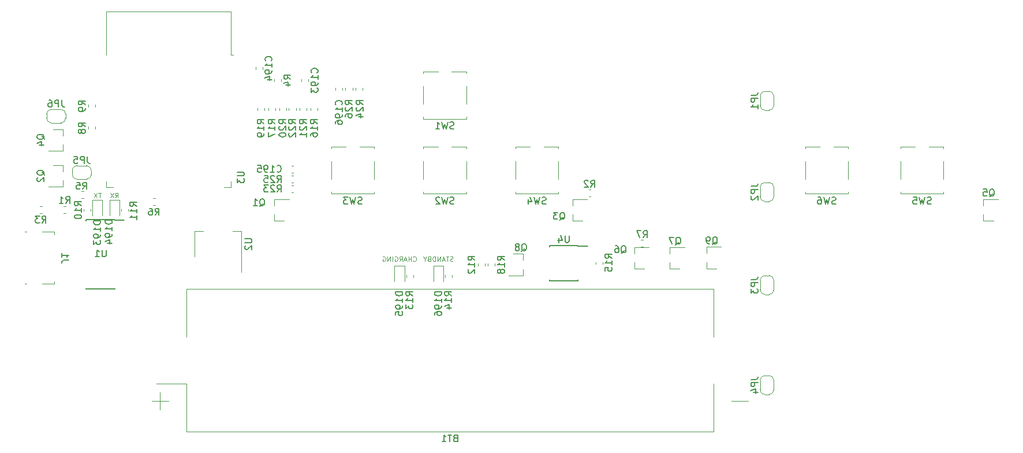
<source format=gbr>
G04 #@! TF.GenerationSoftware,KiCad,Pcbnew,(5.0.1-3-g963ef8bb5)*
G04 #@! TF.CreationDate,2019-03-02T13:34:48+01:00*
G04 #@! TF.ProjectId,cz19-badge,637A31392D62616467652E6B69636164,rev?*
G04 #@! TF.SameCoordinates,Original*
G04 #@! TF.FileFunction,Legend,Bot*
G04 #@! TF.FilePolarity,Positive*
%FSLAX46Y46*%
G04 Gerber Fmt 4.6, Leading zero omitted, Abs format (unit mm)*
G04 Created by KiCad (PCBNEW (5.0.1-3-g963ef8bb5)) date 2019 March 02, Saturday 13:34:48*
%MOMM*%
%LPD*%
G01*
G04 APERTURE LIST*
%ADD10C,0.100000*%
%ADD11C,0.120000*%
%ADD12C,0.150000*%
%ADD13R,7.442000X6.452000*%
%ADD14R,1.482000X0.552000*%
%ADD15R,2.202000X1.577000*%
%ADD16R,2.002000X2.477000*%
%ADD17R,2.002000X1.277000*%
%ADD18R,1.602000X0.702000*%
%ADD19C,0.977000*%
%ADD20C,0.500000*%
%ADD21R,1.002000X0.902000*%
%ADD22R,3.902000X2.102000*%
%ADD23R,1.602000X2.102000*%
%ADD24R,5.102000X5.102000*%
%ADD25R,2.102000X1.002000*%
%ADD26R,1.002000X2.102000*%
%ADD27R,1.652000X0.702000*%
%ADD28R,2.452000X2.452000*%
%ADD29R,1.652000X1.402000*%
%ADD30R,1.402000X1.802000*%
G04 APERTURE END LIST*
D10*
X77133333Y-52450000D02*
X77166666Y-52483333D01*
X77266666Y-52516666D01*
X77333333Y-52516666D01*
X77433333Y-52483333D01*
X77500000Y-52416666D01*
X77533333Y-52350000D01*
X77566666Y-52216666D01*
X77566666Y-52116666D01*
X77533333Y-51983333D01*
X77500000Y-51916666D01*
X77433333Y-51850000D01*
X77333333Y-51816666D01*
X77266666Y-51816666D01*
X77166666Y-51850000D01*
X77133333Y-51883333D01*
X76833333Y-52516666D02*
X76833333Y-51816666D01*
X76833333Y-52150000D02*
X76433333Y-52150000D01*
X76433333Y-52516666D02*
X76433333Y-51816666D01*
X76133333Y-52316666D02*
X75800000Y-52316666D01*
X76200000Y-52516666D02*
X75966666Y-51816666D01*
X75733333Y-52516666D01*
X75100000Y-52516666D02*
X75333333Y-52183333D01*
X75500000Y-52516666D02*
X75500000Y-51816666D01*
X75233333Y-51816666D01*
X75166666Y-51850000D01*
X75133333Y-51883333D01*
X75100000Y-51950000D01*
X75100000Y-52050000D01*
X75133333Y-52116666D01*
X75166666Y-52150000D01*
X75233333Y-52183333D01*
X75500000Y-52183333D01*
X74433333Y-51850000D02*
X74500000Y-51816666D01*
X74600000Y-51816666D01*
X74700000Y-51850000D01*
X74766666Y-51916666D01*
X74800000Y-51983333D01*
X74833333Y-52116666D01*
X74833333Y-52216666D01*
X74800000Y-52350000D01*
X74766666Y-52416666D01*
X74700000Y-52483333D01*
X74600000Y-52516666D01*
X74533333Y-52516666D01*
X74433333Y-52483333D01*
X74400000Y-52450000D01*
X74400000Y-52216666D01*
X74533333Y-52216666D01*
X74100000Y-52516666D02*
X74100000Y-51816666D01*
X73766666Y-52516666D02*
X73766666Y-51816666D01*
X73366666Y-52516666D01*
X73366666Y-51816666D01*
X72666666Y-51850000D02*
X72733333Y-51816666D01*
X72833333Y-51816666D01*
X72933333Y-51850000D01*
X73000000Y-51916666D01*
X73033333Y-51983333D01*
X73066666Y-52116666D01*
X73066666Y-52216666D01*
X73033333Y-52350000D01*
X73000000Y-52416666D01*
X72933333Y-52483333D01*
X72833333Y-52516666D01*
X72766666Y-52516666D01*
X72666666Y-52483333D01*
X72633333Y-52450000D01*
X72633333Y-52216666D01*
X72766666Y-52216666D01*
X82933333Y-52483333D02*
X82833333Y-52516666D01*
X82666666Y-52516666D01*
X82600000Y-52483333D01*
X82566666Y-52450000D01*
X82533333Y-52383333D01*
X82533333Y-52316666D01*
X82566666Y-52250000D01*
X82600000Y-52216666D01*
X82666666Y-52183333D01*
X82800000Y-52150000D01*
X82866666Y-52116666D01*
X82900000Y-52083333D01*
X82933333Y-52016666D01*
X82933333Y-51950000D01*
X82900000Y-51883333D01*
X82866666Y-51850000D01*
X82800000Y-51816666D01*
X82633333Y-51816666D01*
X82533333Y-51850000D01*
X82333333Y-51816666D02*
X81933333Y-51816666D01*
X82133333Y-52516666D02*
X82133333Y-51816666D01*
X81733333Y-52316666D02*
X81400000Y-52316666D01*
X81800000Y-52516666D02*
X81566666Y-51816666D01*
X81333333Y-52516666D01*
X81100000Y-52516666D02*
X81100000Y-51816666D01*
X80700000Y-52516666D01*
X80700000Y-51816666D01*
X80366666Y-52516666D02*
X80366666Y-51816666D01*
X80200000Y-51816666D01*
X80100000Y-51850000D01*
X80033333Y-51916666D01*
X80000000Y-51983333D01*
X79966666Y-52116666D01*
X79966666Y-52216666D01*
X80000000Y-52350000D01*
X80033333Y-52416666D01*
X80100000Y-52483333D01*
X80200000Y-52516666D01*
X80366666Y-52516666D01*
X79433333Y-52150000D02*
X79333333Y-52183333D01*
X79300000Y-52216666D01*
X79266666Y-52283333D01*
X79266666Y-52383333D01*
X79300000Y-52450000D01*
X79333333Y-52483333D01*
X79400000Y-52516666D01*
X79666666Y-52516666D01*
X79666666Y-51816666D01*
X79433333Y-51816666D01*
X79366666Y-51850000D01*
X79333333Y-51883333D01*
X79300000Y-51950000D01*
X79300000Y-52016666D01*
X79333333Y-52083333D01*
X79366666Y-52116666D01*
X79433333Y-52150000D01*
X79666666Y-52150000D01*
X78833333Y-52183333D02*
X78833333Y-52516666D01*
X79066666Y-51816666D02*
X78833333Y-52183333D01*
X78600000Y-51816666D01*
X33416666Y-43216666D02*
X33650000Y-42883333D01*
X33816666Y-43216666D02*
X33816666Y-42516666D01*
X33550000Y-42516666D01*
X33483333Y-42550000D01*
X33450000Y-42583333D01*
X33416666Y-42650000D01*
X33416666Y-42750000D01*
X33450000Y-42816666D01*
X33483333Y-42850000D01*
X33550000Y-42883333D01*
X33816666Y-42883333D01*
X33183333Y-42516666D02*
X32716666Y-43216666D01*
X32716666Y-42516666D02*
X33183333Y-43216666D01*
X31333333Y-42516666D02*
X30933333Y-42516666D01*
X31133333Y-43216666D02*
X31133333Y-42516666D01*
X30766666Y-42516666D02*
X30300000Y-43216666D01*
X30300000Y-42516666D02*
X30766666Y-43216666D01*
D11*
G04 #@! TO.C,BT1*
X40000000Y-71750000D02*
X40000000Y-74250000D01*
X38750000Y-73000000D02*
X41250000Y-73000000D01*
X126250000Y-73000000D02*
X123750000Y-73000000D01*
X121140000Y-70440000D02*
X121140000Y-77420000D01*
X121140000Y-77440000D02*
X43860000Y-77440000D01*
X43860000Y-77440000D02*
X43860000Y-70440000D01*
X121140000Y-63560000D02*
X121140000Y-56560000D01*
X121140000Y-56560000D02*
X43860000Y-56560000D01*
X43860000Y-56560000D02*
X43860000Y-63560000D01*
X43860000Y-70440000D02*
X39500000Y-70440000D01*
G04 #@! TO.C,J1*
X24460000Y-48190000D02*
X24460000Y-48570000D01*
X20410000Y-48190000D02*
X20150000Y-48190000D01*
X24460000Y-48190000D02*
X22690000Y-48190000D01*
X24460000Y-55810000D02*
X24460000Y-55430000D01*
X22690000Y-55810000D02*
X24460000Y-55810000D01*
X20150000Y-55810000D02*
X20410000Y-55810000D01*
D12*
G04 #@! TO.C,U1*
X33325000Y-46425000D02*
X33325000Y-46450000D01*
X29175000Y-46425000D02*
X29175000Y-46530000D01*
X29175000Y-56575000D02*
X29175000Y-56470000D01*
X33325000Y-56575000D02*
X33325000Y-56470000D01*
X33325000Y-46425000D02*
X29175000Y-46425000D01*
X33325000Y-56575000D02*
X29175000Y-56575000D01*
X33325000Y-46450000D02*
X34700000Y-46450000D01*
D11*
G04 #@! TO.C,R3*
X22337221Y-44490000D02*
X22662779Y-44490000D01*
X22337221Y-45510000D02*
X22662779Y-45510000D01*
G04 #@! TO.C,R4*
X57760000Y-26162779D02*
X57760000Y-25837221D01*
X56740000Y-26162779D02*
X56740000Y-25837221D01*
G04 #@! TO.C,JP5*
X27800000Y-38500000D02*
G75*
G03X27100000Y-39200000I0J-700000D01*
G01*
X27100000Y-39800000D02*
G75*
G03X27800000Y-40500000I700000J0D01*
G01*
X29200000Y-40500000D02*
G75*
G03X29900000Y-39800000I0J700000D01*
G01*
X29900000Y-39200000D02*
G75*
G03X29200000Y-38500000I-700000J0D01*
G01*
X29900000Y-39800000D02*
X29900000Y-39200000D01*
X27800000Y-40500000D02*
X29200000Y-40500000D01*
X27100000Y-39200000D02*
X27100000Y-39800000D01*
X29200000Y-38500000D02*
X27800000Y-38500000D01*
G04 #@! TO.C,JP6*
X25450000Y-30250000D02*
X24050000Y-30250000D01*
X23350000Y-30950000D02*
X23350000Y-31550000D01*
X24050000Y-32250000D02*
X25450000Y-32250000D01*
X26150000Y-31550000D02*
X26150000Y-30950000D01*
X26150000Y-30950000D02*
G75*
G03X25450000Y-30250000I-700000J0D01*
G01*
X25450000Y-32250000D02*
G75*
G03X26150000Y-31550000I0J700000D01*
G01*
X23350000Y-31550000D02*
G75*
G03X24050000Y-32250000I700000J0D01*
G01*
X24050000Y-30250000D02*
G75*
G03X23350000Y-30950000I0J-700000D01*
G01*
G04 #@! TO.C,JP1*
X128000000Y-28300000D02*
X128000000Y-29700000D01*
X128700000Y-30400000D02*
X129300000Y-30400000D01*
X130000000Y-29700000D02*
X130000000Y-28300000D01*
X129300000Y-27600000D02*
X128700000Y-27600000D01*
X128700000Y-27600000D02*
G75*
G03X128000000Y-28300000I0J-700000D01*
G01*
X130000000Y-28300000D02*
G75*
G03X129300000Y-27600000I-700000J0D01*
G01*
X129300000Y-30400000D02*
G75*
G03X130000000Y-29700000I0J700000D01*
G01*
X128000000Y-29700000D02*
G75*
G03X128700000Y-30400000I700000J0D01*
G01*
G04 #@! TO.C,JP2*
X128000000Y-43050000D02*
G75*
G03X128700000Y-43750000I700000J0D01*
G01*
X129300000Y-43750000D02*
G75*
G03X130000000Y-43050000I0J700000D01*
G01*
X130000000Y-41650000D02*
G75*
G03X129300000Y-40950000I-700000J0D01*
G01*
X128700000Y-40950000D02*
G75*
G03X128000000Y-41650000I0J-700000D01*
G01*
X129300000Y-40950000D02*
X128700000Y-40950000D01*
X130000000Y-43050000D02*
X130000000Y-41650000D01*
X128700000Y-43750000D02*
X129300000Y-43750000D01*
X128000000Y-41650000D02*
X128000000Y-43050000D01*
G04 #@! TO.C,JP3*
X128000000Y-55300000D02*
X128000000Y-56700000D01*
X128700000Y-57400000D02*
X129300000Y-57400000D01*
X130000000Y-56700000D02*
X130000000Y-55300000D01*
X129300000Y-54600000D02*
X128700000Y-54600000D01*
X128700000Y-54600000D02*
G75*
G03X128000000Y-55300000I0J-700000D01*
G01*
X130000000Y-55300000D02*
G75*
G03X129300000Y-54600000I-700000J0D01*
G01*
X129300000Y-57400000D02*
G75*
G03X130000000Y-56700000I0J700000D01*
G01*
X128000000Y-56700000D02*
G75*
G03X128700000Y-57400000I700000J0D01*
G01*
G04 #@! TO.C,JP4*
X128000000Y-71350000D02*
G75*
G03X128700000Y-72050000I700000J0D01*
G01*
X129300000Y-72050000D02*
G75*
G03X130000000Y-71350000I0J700000D01*
G01*
X130000000Y-69950000D02*
G75*
G03X129300000Y-69250000I-700000J0D01*
G01*
X128700000Y-69250000D02*
G75*
G03X128000000Y-69950000I0J-700000D01*
G01*
X129300000Y-69250000D02*
X128700000Y-69250000D01*
X130000000Y-71350000D02*
X130000000Y-69950000D01*
X128700000Y-72050000D02*
X129300000Y-72050000D01*
X128000000Y-69950000D02*
X128000000Y-71350000D01*
G04 #@! TO.C,R1*
X26162779Y-44490000D02*
X25837221Y-44490000D01*
X26162779Y-45510000D02*
X25837221Y-45510000D01*
G04 #@! TO.C,R5*
X28437221Y-42290000D02*
X28762779Y-42290000D01*
X28437221Y-43310000D02*
X28762779Y-43310000D01*
G04 #@! TO.C,Q1*
X56740000Y-46580000D02*
X58200000Y-46580000D01*
X56740000Y-43420000D02*
X58900000Y-43420000D01*
X56740000Y-43420000D02*
X56740000Y-44350000D01*
X56740000Y-46580000D02*
X56740000Y-45650000D01*
G04 #@! TO.C,Q2*
X25760000Y-38420000D02*
X25760000Y-39350000D01*
X25760000Y-41580000D02*
X25760000Y-40650000D01*
X25760000Y-41580000D02*
X23600000Y-41580000D01*
X25760000Y-38420000D02*
X24300000Y-38420000D01*
G04 #@! TO.C,C193*
X61760000Y-26162779D02*
X61760000Y-25837221D01*
X60740000Y-26162779D02*
X60740000Y-25837221D01*
G04 #@! TO.C,C194*
X53990000Y-24412779D02*
X53990000Y-24087221D01*
X55010000Y-24412779D02*
X55010000Y-24087221D01*
G04 #@! TO.C,Q4*
X25760000Y-33170000D02*
X24300000Y-33170000D01*
X25760000Y-36330000D02*
X23600000Y-36330000D01*
X25760000Y-36330000D02*
X25760000Y-35400000D01*
X25760000Y-33170000D02*
X25760000Y-34100000D01*
G04 #@! TO.C,Q5*
X160740000Y-46580000D02*
X160740000Y-45650000D01*
X160740000Y-43420000D02*
X160740000Y-44350000D01*
X160740000Y-43420000D02*
X162900000Y-43420000D01*
X160740000Y-46580000D02*
X162200000Y-46580000D01*
G04 #@! TO.C,Q6*
X109540000Y-53623764D02*
X111000000Y-53623764D01*
X109540000Y-50463764D02*
X111700000Y-50463764D01*
X109540000Y-50463764D02*
X109540000Y-51393764D01*
X109540000Y-53623764D02*
X109540000Y-52693764D01*
G04 #@! TO.C,Q7*
X114735742Y-53623764D02*
X114735742Y-52693764D01*
X114735742Y-50463764D02*
X114735742Y-51393764D01*
X114735742Y-50463764D02*
X116895742Y-50463764D01*
X114735742Y-53623764D02*
X116195742Y-53623764D01*
G04 #@! TO.C,Q8*
X93260000Y-51420000D02*
X93260000Y-52350000D01*
X93260000Y-54580000D02*
X93260000Y-53650000D01*
X93260000Y-54580000D02*
X91100000Y-54580000D01*
X93260000Y-51420000D02*
X91800000Y-51420000D01*
G04 #@! TO.C,Q9*
X120140000Y-53580000D02*
X121600000Y-53580000D01*
X120140000Y-50420000D02*
X122300000Y-50420000D01*
X120140000Y-50420000D02*
X120140000Y-51350000D01*
X120140000Y-53580000D02*
X120140000Y-52650000D01*
G04 #@! TO.C,R6*
X39262779Y-43290000D02*
X38937221Y-43290000D01*
X39262779Y-44310000D02*
X38937221Y-44310000D01*
G04 #@! TO.C,R7*
X110537221Y-50410000D02*
X110862779Y-50410000D01*
X110537221Y-49390000D02*
X110862779Y-49390000D01*
G04 #@! TO.C,R8*
X30510000Y-32799721D02*
X30510000Y-33125279D01*
X29490000Y-32799721D02*
X29490000Y-33125279D01*
G04 #@! TO.C,R9*
X29490000Y-29587221D02*
X29490000Y-29912779D01*
X30510000Y-29587221D02*
X30510000Y-29912779D01*
G04 #@! TO.C,R10*
X28790000Y-45162779D02*
X28790000Y-44837221D01*
X29810000Y-45162779D02*
X29810000Y-44837221D01*
G04 #@! TO.C,Q3*
X100490000Y-46580000D02*
X100490000Y-45650000D01*
X100490000Y-43420000D02*
X100490000Y-44350000D01*
X100490000Y-43420000D02*
X102650000Y-43420000D01*
X100490000Y-46580000D02*
X101950000Y-46580000D01*
G04 #@! TO.C,U2*
X45090000Y-48090000D02*
X46350000Y-48090000D01*
X51910000Y-48090000D02*
X50650000Y-48090000D01*
X45090000Y-51850000D02*
X45090000Y-48090000D01*
X51910000Y-54100000D02*
X51910000Y-48090000D01*
G04 #@! TO.C,U3*
X50370000Y-40850000D02*
X50370000Y-41630000D01*
X50370000Y-41630000D02*
X49370000Y-41630000D01*
X32130000Y-40850000D02*
X32130000Y-41630000D01*
X32130000Y-41630000D02*
X33130000Y-41630000D01*
X50370000Y-15885000D02*
X32130000Y-15885000D01*
X32130000Y-15885000D02*
X32130000Y-22305000D01*
X50370000Y-15885000D02*
X50370000Y-22305000D01*
X50370000Y-22305000D02*
X50750000Y-22305000D01*
G04 #@! TO.C,C195*
X59237221Y-39510000D02*
X59562779Y-39510000D01*
X59237221Y-38490000D02*
X59562779Y-38490000D01*
G04 #@! TO.C,C196*
X65690000Y-27462779D02*
X65690000Y-27137221D01*
X66710000Y-27462779D02*
X66710000Y-27137221D01*
G04 #@! TO.C,D194*
X32565000Y-45800000D02*
X32565000Y-43515000D01*
X32565000Y-43515000D02*
X34035000Y-43515000D01*
X34035000Y-43515000D02*
X34035000Y-45800000D01*
G04 #@! TO.C,D195*
X74365000Y-55500000D02*
X74365000Y-53215000D01*
X74365000Y-53215000D02*
X75835000Y-53215000D01*
X75835000Y-53215000D02*
X75835000Y-55500000D01*
G04 #@! TO.C,D196*
X80065000Y-55500000D02*
X80065000Y-53215000D01*
X80065000Y-53215000D02*
X81535000Y-53215000D01*
X81535000Y-53215000D02*
X81535000Y-55500000D01*
G04 #@! TO.C,R2*
X102837221Y-43010000D02*
X103162779Y-43010000D01*
X102837221Y-41990000D02*
X103162779Y-41990000D01*
G04 #@! TO.C,R11*
X34290000Y-44837221D02*
X34290000Y-45162779D01*
X35310000Y-44837221D02*
X35310000Y-45162779D01*
G04 #@! TO.C,R12*
X87610000Y-53162779D02*
X87610000Y-52837221D01*
X86590000Y-53162779D02*
X86590000Y-52837221D01*
G04 #@! TO.C,R13*
X76090000Y-54862779D02*
X76090000Y-54537221D01*
X77110000Y-54862779D02*
X77110000Y-54537221D01*
G04 #@! TO.C,R14*
X82810000Y-54862779D02*
X82810000Y-54537221D01*
X81790000Y-54862779D02*
X81790000Y-54537221D01*
G04 #@! TO.C,R15*
X104910000Y-52637221D02*
X104910000Y-52962779D01*
X103890000Y-52637221D02*
X103890000Y-52962779D01*
G04 #@! TO.C,R16*
X62040000Y-30037221D02*
X62040000Y-30362779D01*
X63060000Y-30037221D02*
X63060000Y-30362779D01*
G04 #@! TO.C,R17*
X55890000Y-30037221D02*
X55890000Y-30362779D01*
X56910000Y-30037221D02*
X56910000Y-30362779D01*
G04 #@! TO.C,R18*
X88090000Y-53162779D02*
X88090000Y-52837221D01*
X89110000Y-53162779D02*
X89110000Y-52837221D01*
G04 #@! TO.C,R19*
X55310000Y-30037221D02*
X55310000Y-30362779D01*
X54290000Y-30037221D02*
X54290000Y-30362779D01*
G04 #@! TO.C,R20*
X57490000Y-30037221D02*
X57490000Y-30362779D01*
X58510000Y-30037221D02*
X58510000Y-30362779D01*
G04 #@! TO.C,R21*
X61510000Y-30037221D02*
X61510000Y-30362779D01*
X60490000Y-30037221D02*
X60490000Y-30362779D01*
G04 #@! TO.C,R22*
X58890000Y-30037221D02*
X58890000Y-30362779D01*
X59910000Y-30037221D02*
X59910000Y-30362779D01*
G04 #@! TO.C,R23*
X59237221Y-42410000D02*
X59562779Y-42410000D01*
X59237221Y-41390000D02*
X59562779Y-41390000D01*
G04 #@! TO.C,R24*
X68694999Y-27447778D02*
X68694999Y-27122220D01*
X69714999Y-27447778D02*
X69714999Y-27122220D01*
G04 #@! TO.C,R25*
X59562779Y-41010000D02*
X59237221Y-41010000D01*
X59562779Y-39990000D02*
X59237221Y-39990000D01*
G04 #@! TO.C,R26*
X67190000Y-27137221D02*
X67190000Y-27462779D01*
X68210000Y-27137221D02*
X68210000Y-27462779D01*
D12*
G04 #@! TO.C,U4*
X101275000Y-50225000D02*
X101275000Y-50275000D01*
X97125000Y-50225000D02*
X97125000Y-50370000D01*
X97125000Y-55375000D02*
X97125000Y-55230000D01*
X101275000Y-55375000D02*
X101275000Y-55230000D01*
X101275000Y-50225000D02*
X97125000Y-50225000D01*
X101275000Y-55375000D02*
X97125000Y-55375000D01*
X101275000Y-50275000D02*
X102675000Y-50275000D01*
D11*
G04 #@! TO.C,D193*
X30065000Y-45800000D02*
X30065000Y-43515000D01*
X30065000Y-43515000D02*
X31535000Y-43515000D01*
X31535000Y-43515000D02*
X31535000Y-45800000D01*
G04 #@! TO.C,SW1*
X78600000Y-24720000D02*
X80750000Y-24720000D01*
X78600000Y-31370000D02*
X78600000Y-31630000D01*
X78600000Y-31630000D02*
X84900000Y-31630000D01*
X84900000Y-31630000D02*
X84900000Y-31370000D01*
X78600000Y-26870000D02*
X78600000Y-29470000D01*
X84900000Y-24970000D02*
X84900000Y-24720000D01*
X84900000Y-24720000D02*
X82750000Y-24720000D01*
X78600000Y-24720000D02*
X78600000Y-24970000D01*
X84900000Y-29470000D02*
X84900000Y-26870000D01*
G04 #@! TO.C,SW2*
X84900000Y-40470000D02*
X84900000Y-37870000D01*
X78600000Y-35720000D02*
X78600000Y-35970000D01*
X84900000Y-35720000D02*
X82750000Y-35720000D01*
X84900000Y-35970000D02*
X84900000Y-35720000D01*
X78600000Y-37870000D02*
X78600000Y-40470000D01*
X84900000Y-42630000D02*
X84900000Y-42370000D01*
X78600000Y-42630000D02*
X84900000Y-42630000D01*
X78600000Y-42370000D02*
X78600000Y-42630000D01*
X78600000Y-35720000D02*
X80750000Y-35720000D01*
G04 #@! TO.C,SW3*
X65100000Y-35720000D02*
X67250000Y-35720000D01*
X65100000Y-42370000D02*
X65100000Y-42630000D01*
X65100000Y-42630000D02*
X71400000Y-42630000D01*
X71400000Y-42630000D02*
X71400000Y-42370000D01*
X65100000Y-37870000D02*
X65100000Y-40470000D01*
X71400000Y-35970000D02*
X71400000Y-35720000D01*
X71400000Y-35720000D02*
X69250000Y-35720000D01*
X65100000Y-35720000D02*
X65100000Y-35970000D01*
X71400000Y-40470000D02*
X71400000Y-37870000D01*
G04 #@! TO.C,SW4*
X98400000Y-40470000D02*
X98400000Y-37870000D01*
X92100000Y-35720000D02*
X92100000Y-35970000D01*
X98400000Y-35720000D02*
X96250000Y-35720000D01*
X98400000Y-35970000D02*
X98400000Y-35720000D01*
X92100000Y-37870000D02*
X92100000Y-40470000D01*
X98400000Y-42630000D02*
X98400000Y-42370000D01*
X92100000Y-42630000D02*
X98400000Y-42630000D01*
X92100000Y-42370000D02*
X92100000Y-42630000D01*
X92100000Y-35720000D02*
X94250000Y-35720000D01*
G04 #@! TO.C,SW5*
X148600000Y-35720000D02*
X150750000Y-35720000D01*
X148600000Y-42370000D02*
X148600000Y-42630000D01*
X148600000Y-42630000D02*
X154900000Y-42630000D01*
X154900000Y-42630000D02*
X154900000Y-42370000D01*
X148600000Y-37870000D02*
X148600000Y-40470000D01*
X154900000Y-35970000D02*
X154900000Y-35720000D01*
X154900000Y-35720000D02*
X152750000Y-35720000D01*
X148600000Y-35720000D02*
X148600000Y-35970000D01*
X154900000Y-40470000D02*
X154900000Y-37870000D01*
G04 #@! TO.C,SW6*
X140900000Y-40470000D02*
X140900000Y-37870000D01*
X134600000Y-35720000D02*
X134600000Y-35970000D01*
X140900000Y-35720000D02*
X138750000Y-35720000D01*
X140900000Y-35970000D02*
X140900000Y-35720000D01*
X134600000Y-37870000D02*
X134600000Y-40470000D01*
X140900000Y-42630000D02*
X140900000Y-42370000D01*
X134600000Y-42630000D02*
X140900000Y-42630000D01*
X134600000Y-42370000D02*
X134600000Y-42630000D01*
X134600000Y-35720000D02*
X136750000Y-35720000D01*
G04 #@! TO.C,BT1*
D12*
X83285714Y-78428571D02*
X83142857Y-78476190D01*
X83095238Y-78523809D01*
X83047619Y-78619047D01*
X83047619Y-78761904D01*
X83095238Y-78857142D01*
X83142857Y-78904761D01*
X83238095Y-78952380D01*
X83619047Y-78952380D01*
X83619047Y-77952380D01*
X83285714Y-77952380D01*
X83190476Y-78000000D01*
X83142857Y-78047619D01*
X83095238Y-78142857D01*
X83095238Y-78238095D01*
X83142857Y-78333333D01*
X83190476Y-78380952D01*
X83285714Y-78428571D01*
X83619047Y-78428571D01*
X82761904Y-77952380D02*
X82190476Y-77952380D01*
X82476190Y-78952380D02*
X82476190Y-77952380D01*
X81333333Y-78952380D02*
X81904761Y-78952380D01*
X81619047Y-78952380D02*
X81619047Y-77952380D01*
X81714285Y-78095238D01*
X81809523Y-78190476D01*
X81904761Y-78238095D01*
G04 #@! TO.C,J1*
X26597619Y-52333333D02*
X25883333Y-52333333D01*
X25740476Y-52380952D01*
X25645238Y-52476190D01*
X25597619Y-52619047D01*
X25597619Y-52714285D01*
X25597619Y-51333333D02*
X25597619Y-51904761D01*
X25597619Y-51619047D02*
X26597619Y-51619047D01*
X26454761Y-51714285D01*
X26359523Y-51809523D01*
X26311904Y-51904761D01*
G04 #@! TO.C,U1*
X32061904Y-50852380D02*
X32061904Y-51661904D01*
X32014285Y-51757142D01*
X31966666Y-51804761D01*
X31871428Y-51852380D01*
X31680952Y-51852380D01*
X31585714Y-51804761D01*
X31538095Y-51757142D01*
X31490476Y-51661904D01*
X31490476Y-50852380D01*
X30490476Y-51852380D02*
X31061904Y-51852380D01*
X30776190Y-51852380D02*
X30776190Y-50852380D01*
X30871428Y-50995238D01*
X30966666Y-51090476D01*
X31061904Y-51138095D01*
G04 #@! TO.C,R3*
X22666666Y-46882380D02*
X23000000Y-46406190D01*
X23238095Y-46882380D02*
X23238095Y-45882380D01*
X22857142Y-45882380D01*
X22761904Y-45930000D01*
X22714285Y-45977619D01*
X22666666Y-46072857D01*
X22666666Y-46215714D01*
X22714285Y-46310952D01*
X22761904Y-46358571D01*
X22857142Y-46406190D01*
X23238095Y-46406190D01*
X22333333Y-45882380D02*
X21714285Y-45882380D01*
X22047619Y-46263333D01*
X21904761Y-46263333D01*
X21809523Y-46310952D01*
X21761904Y-46358571D01*
X21714285Y-46453809D01*
X21714285Y-46691904D01*
X21761904Y-46787142D01*
X21809523Y-46834761D01*
X21904761Y-46882380D01*
X22190476Y-46882380D01*
X22285714Y-46834761D01*
X22333333Y-46787142D01*
G04 #@! TO.C,R4*
X59132380Y-25833333D02*
X58656190Y-25500000D01*
X59132380Y-25261904D02*
X58132380Y-25261904D01*
X58132380Y-25642857D01*
X58180000Y-25738095D01*
X58227619Y-25785714D01*
X58322857Y-25833333D01*
X58465714Y-25833333D01*
X58560952Y-25785714D01*
X58608571Y-25738095D01*
X58656190Y-25642857D01*
X58656190Y-25261904D01*
X58465714Y-26690476D02*
X59132380Y-26690476D01*
X58084761Y-26452380D02*
X58799047Y-26214285D01*
X58799047Y-26833333D01*
G04 #@! TO.C,JP5*
X29333333Y-37152380D02*
X29333333Y-37866666D01*
X29380952Y-38009523D01*
X29476190Y-38104761D01*
X29619047Y-38152380D01*
X29714285Y-38152380D01*
X28857142Y-38152380D02*
X28857142Y-37152380D01*
X28476190Y-37152380D01*
X28380952Y-37200000D01*
X28333333Y-37247619D01*
X28285714Y-37342857D01*
X28285714Y-37485714D01*
X28333333Y-37580952D01*
X28380952Y-37628571D01*
X28476190Y-37676190D01*
X28857142Y-37676190D01*
X27380952Y-37152380D02*
X27857142Y-37152380D01*
X27904761Y-37628571D01*
X27857142Y-37580952D01*
X27761904Y-37533333D01*
X27523809Y-37533333D01*
X27428571Y-37580952D01*
X27380952Y-37628571D01*
X27333333Y-37723809D01*
X27333333Y-37961904D01*
X27380952Y-38057142D01*
X27428571Y-38104761D01*
X27523809Y-38152380D01*
X27761904Y-38152380D01*
X27857142Y-38104761D01*
X27904761Y-38057142D01*
G04 #@! TO.C,JP6*
X25583333Y-28902380D02*
X25583333Y-29616666D01*
X25630952Y-29759523D01*
X25726190Y-29854761D01*
X25869047Y-29902380D01*
X25964285Y-29902380D01*
X25107142Y-29902380D02*
X25107142Y-28902380D01*
X24726190Y-28902380D01*
X24630952Y-28950000D01*
X24583333Y-28997619D01*
X24535714Y-29092857D01*
X24535714Y-29235714D01*
X24583333Y-29330952D01*
X24630952Y-29378571D01*
X24726190Y-29426190D01*
X25107142Y-29426190D01*
X23678571Y-28902380D02*
X23869047Y-28902380D01*
X23964285Y-28950000D01*
X24011904Y-28997619D01*
X24107142Y-29140476D01*
X24154761Y-29330952D01*
X24154761Y-29711904D01*
X24107142Y-29807142D01*
X24059523Y-29854761D01*
X23964285Y-29902380D01*
X23773809Y-29902380D01*
X23678571Y-29854761D01*
X23630952Y-29807142D01*
X23583333Y-29711904D01*
X23583333Y-29473809D01*
X23630952Y-29378571D01*
X23678571Y-29330952D01*
X23773809Y-29283333D01*
X23964285Y-29283333D01*
X24059523Y-29330952D01*
X24107142Y-29378571D01*
X24154761Y-29473809D01*
G04 #@! TO.C,JP1*
X126652380Y-28166666D02*
X127366666Y-28166666D01*
X127509523Y-28119047D01*
X127604761Y-28023809D01*
X127652380Y-27880952D01*
X127652380Y-27785714D01*
X127652380Y-28642857D02*
X126652380Y-28642857D01*
X126652380Y-29023809D01*
X126700000Y-29119047D01*
X126747619Y-29166666D01*
X126842857Y-29214285D01*
X126985714Y-29214285D01*
X127080952Y-29166666D01*
X127128571Y-29119047D01*
X127176190Y-29023809D01*
X127176190Y-28642857D01*
X127652380Y-30166666D02*
X127652380Y-29595238D01*
X127652380Y-29880952D02*
X126652380Y-29880952D01*
X126795238Y-29785714D01*
X126890476Y-29690476D01*
X126938095Y-29595238D01*
G04 #@! TO.C,JP2*
X126652380Y-41516666D02*
X127366666Y-41516666D01*
X127509523Y-41469047D01*
X127604761Y-41373809D01*
X127652380Y-41230952D01*
X127652380Y-41135714D01*
X127652380Y-41992857D02*
X126652380Y-41992857D01*
X126652380Y-42373809D01*
X126700000Y-42469047D01*
X126747619Y-42516666D01*
X126842857Y-42564285D01*
X126985714Y-42564285D01*
X127080952Y-42516666D01*
X127128571Y-42469047D01*
X127176190Y-42373809D01*
X127176190Y-41992857D01*
X126747619Y-42945238D02*
X126700000Y-42992857D01*
X126652380Y-43088095D01*
X126652380Y-43326190D01*
X126700000Y-43421428D01*
X126747619Y-43469047D01*
X126842857Y-43516666D01*
X126938095Y-43516666D01*
X127080952Y-43469047D01*
X127652380Y-42897619D01*
X127652380Y-43516666D01*
G04 #@! TO.C,JP3*
X126652380Y-55166666D02*
X127366666Y-55166666D01*
X127509523Y-55119047D01*
X127604761Y-55023809D01*
X127652380Y-54880952D01*
X127652380Y-54785714D01*
X127652380Y-55642857D02*
X126652380Y-55642857D01*
X126652380Y-56023809D01*
X126700000Y-56119047D01*
X126747619Y-56166666D01*
X126842857Y-56214285D01*
X126985714Y-56214285D01*
X127080952Y-56166666D01*
X127128571Y-56119047D01*
X127176190Y-56023809D01*
X127176190Y-55642857D01*
X126652380Y-56547619D02*
X126652380Y-57166666D01*
X127033333Y-56833333D01*
X127033333Y-56976190D01*
X127080952Y-57071428D01*
X127128571Y-57119047D01*
X127223809Y-57166666D01*
X127461904Y-57166666D01*
X127557142Y-57119047D01*
X127604761Y-57071428D01*
X127652380Y-56976190D01*
X127652380Y-56690476D01*
X127604761Y-56595238D01*
X127557142Y-56547619D01*
G04 #@! TO.C,JP4*
X126652380Y-69816666D02*
X127366666Y-69816666D01*
X127509523Y-69769047D01*
X127604761Y-69673809D01*
X127652380Y-69530952D01*
X127652380Y-69435714D01*
X127652380Y-70292857D02*
X126652380Y-70292857D01*
X126652380Y-70673809D01*
X126700000Y-70769047D01*
X126747619Y-70816666D01*
X126842857Y-70864285D01*
X126985714Y-70864285D01*
X127080952Y-70816666D01*
X127128571Y-70769047D01*
X127176190Y-70673809D01*
X127176190Y-70292857D01*
X126985714Y-71721428D02*
X127652380Y-71721428D01*
X126604761Y-71483333D02*
X127319047Y-71245238D01*
X127319047Y-71864285D01*
G04 #@! TO.C,R1*
X26166666Y-44022380D02*
X26500000Y-43546190D01*
X26738095Y-44022380D02*
X26738095Y-43022380D01*
X26357142Y-43022380D01*
X26261904Y-43070000D01*
X26214285Y-43117619D01*
X26166666Y-43212857D01*
X26166666Y-43355714D01*
X26214285Y-43450952D01*
X26261904Y-43498571D01*
X26357142Y-43546190D01*
X26738095Y-43546190D01*
X25214285Y-44022380D02*
X25785714Y-44022380D01*
X25500000Y-44022380D02*
X25500000Y-43022380D01*
X25595238Y-43165238D01*
X25690476Y-43260476D01*
X25785714Y-43308095D01*
G04 #@! TO.C,R5*
X28666666Y-41952380D02*
X29000000Y-41476190D01*
X29238095Y-41952380D02*
X29238095Y-40952380D01*
X28857142Y-40952380D01*
X28761904Y-41000000D01*
X28714285Y-41047619D01*
X28666666Y-41142857D01*
X28666666Y-41285714D01*
X28714285Y-41380952D01*
X28761904Y-41428571D01*
X28857142Y-41476190D01*
X29238095Y-41476190D01*
X27761904Y-40952380D02*
X28238095Y-40952380D01*
X28285714Y-41428571D01*
X28238095Y-41380952D01*
X28142857Y-41333333D01*
X27904761Y-41333333D01*
X27809523Y-41380952D01*
X27761904Y-41428571D01*
X27714285Y-41523809D01*
X27714285Y-41761904D01*
X27761904Y-41857142D01*
X27809523Y-41904761D01*
X27904761Y-41952380D01*
X28142857Y-41952380D01*
X28238095Y-41904761D01*
X28285714Y-41857142D01*
G04 #@! TO.C,Q1*
X54595238Y-44447619D02*
X54690476Y-44400000D01*
X54785714Y-44304761D01*
X54928571Y-44161904D01*
X55023809Y-44114285D01*
X55119047Y-44114285D01*
X55071428Y-44352380D02*
X55166666Y-44304761D01*
X55261904Y-44209523D01*
X55309523Y-44019047D01*
X55309523Y-43685714D01*
X55261904Y-43495238D01*
X55166666Y-43400000D01*
X55071428Y-43352380D01*
X54880952Y-43352380D01*
X54785714Y-43400000D01*
X54690476Y-43495238D01*
X54642857Y-43685714D01*
X54642857Y-44019047D01*
X54690476Y-44209523D01*
X54785714Y-44304761D01*
X54880952Y-44352380D01*
X55071428Y-44352380D01*
X53690476Y-44352380D02*
X54261904Y-44352380D01*
X53976190Y-44352380D02*
X53976190Y-43352380D01*
X54071428Y-43495238D01*
X54166666Y-43590476D01*
X54261904Y-43638095D01*
G04 #@! TO.C,Q2*
X23047619Y-39904761D02*
X23000000Y-39809523D01*
X22904761Y-39714285D01*
X22761904Y-39571428D01*
X22714285Y-39476190D01*
X22714285Y-39380952D01*
X22952380Y-39428571D02*
X22904761Y-39333333D01*
X22809523Y-39238095D01*
X22619047Y-39190476D01*
X22285714Y-39190476D01*
X22095238Y-39238095D01*
X22000000Y-39333333D01*
X21952380Y-39428571D01*
X21952380Y-39619047D01*
X22000000Y-39714285D01*
X22095238Y-39809523D01*
X22285714Y-39857142D01*
X22619047Y-39857142D01*
X22809523Y-39809523D01*
X22904761Y-39714285D01*
X22952380Y-39619047D01*
X22952380Y-39428571D01*
X22047619Y-40238095D02*
X22000000Y-40285714D01*
X21952380Y-40380952D01*
X21952380Y-40619047D01*
X22000000Y-40714285D01*
X22047619Y-40761904D01*
X22142857Y-40809523D01*
X22238095Y-40809523D01*
X22380952Y-40761904D01*
X22952380Y-40190476D01*
X22952380Y-40809523D01*
G04 #@! TO.C,C193*
X63037142Y-24880952D02*
X63084761Y-24833333D01*
X63132380Y-24690476D01*
X63132380Y-24595238D01*
X63084761Y-24452380D01*
X62989523Y-24357142D01*
X62894285Y-24309523D01*
X62703809Y-24261904D01*
X62560952Y-24261904D01*
X62370476Y-24309523D01*
X62275238Y-24357142D01*
X62180000Y-24452380D01*
X62132380Y-24595238D01*
X62132380Y-24690476D01*
X62180000Y-24833333D01*
X62227619Y-24880952D01*
X63132380Y-25833333D02*
X63132380Y-25261904D01*
X63132380Y-25547619D02*
X62132380Y-25547619D01*
X62275238Y-25452380D01*
X62370476Y-25357142D01*
X62418095Y-25261904D01*
X63132380Y-26309523D02*
X63132380Y-26500000D01*
X63084761Y-26595238D01*
X63037142Y-26642857D01*
X62894285Y-26738095D01*
X62703809Y-26785714D01*
X62322857Y-26785714D01*
X62227619Y-26738095D01*
X62180000Y-26690476D01*
X62132380Y-26595238D01*
X62132380Y-26404761D01*
X62180000Y-26309523D01*
X62227619Y-26261904D01*
X62322857Y-26214285D01*
X62560952Y-26214285D01*
X62656190Y-26261904D01*
X62703809Y-26309523D01*
X62751428Y-26404761D01*
X62751428Y-26595238D01*
X62703809Y-26690476D01*
X62656190Y-26738095D01*
X62560952Y-26785714D01*
X62132380Y-27119047D02*
X62132380Y-27738095D01*
X62513333Y-27404761D01*
X62513333Y-27547619D01*
X62560952Y-27642857D01*
X62608571Y-27690476D01*
X62703809Y-27738095D01*
X62941904Y-27738095D01*
X63037142Y-27690476D01*
X63084761Y-27642857D01*
X63132380Y-27547619D01*
X63132380Y-27261904D01*
X63084761Y-27166666D01*
X63037142Y-27119047D01*
G04 #@! TO.C,C194*
X56287142Y-23130952D02*
X56334761Y-23083333D01*
X56382380Y-22940476D01*
X56382380Y-22845238D01*
X56334761Y-22702380D01*
X56239523Y-22607142D01*
X56144285Y-22559523D01*
X55953809Y-22511904D01*
X55810952Y-22511904D01*
X55620476Y-22559523D01*
X55525238Y-22607142D01*
X55430000Y-22702380D01*
X55382380Y-22845238D01*
X55382380Y-22940476D01*
X55430000Y-23083333D01*
X55477619Y-23130952D01*
X56382380Y-24083333D02*
X56382380Y-23511904D01*
X56382380Y-23797619D02*
X55382380Y-23797619D01*
X55525238Y-23702380D01*
X55620476Y-23607142D01*
X55668095Y-23511904D01*
X56382380Y-24559523D02*
X56382380Y-24750000D01*
X56334761Y-24845238D01*
X56287142Y-24892857D01*
X56144285Y-24988095D01*
X55953809Y-25035714D01*
X55572857Y-25035714D01*
X55477619Y-24988095D01*
X55430000Y-24940476D01*
X55382380Y-24845238D01*
X55382380Y-24654761D01*
X55430000Y-24559523D01*
X55477619Y-24511904D01*
X55572857Y-24464285D01*
X55810952Y-24464285D01*
X55906190Y-24511904D01*
X55953809Y-24559523D01*
X56001428Y-24654761D01*
X56001428Y-24845238D01*
X55953809Y-24940476D01*
X55906190Y-24988095D01*
X55810952Y-25035714D01*
X55715714Y-25892857D02*
X56382380Y-25892857D01*
X55334761Y-25654761D02*
X56049047Y-25416666D01*
X56049047Y-26035714D01*
G04 #@! TO.C,Q4*
X23047619Y-34654761D02*
X23000000Y-34559523D01*
X22904761Y-34464285D01*
X22761904Y-34321428D01*
X22714285Y-34226190D01*
X22714285Y-34130952D01*
X22952380Y-34178571D02*
X22904761Y-34083333D01*
X22809523Y-33988095D01*
X22619047Y-33940476D01*
X22285714Y-33940476D01*
X22095238Y-33988095D01*
X22000000Y-34083333D01*
X21952380Y-34178571D01*
X21952380Y-34369047D01*
X22000000Y-34464285D01*
X22095238Y-34559523D01*
X22285714Y-34607142D01*
X22619047Y-34607142D01*
X22809523Y-34559523D01*
X22904761Y-34464285D01*
X22952380Y-34369047D01*
X22952380Y-34178571D01*
X22285714Y-35464285D02*
X22952380Y-35464285D01*
X21904761Y-35226190D02*
X22619047Y-34988095D01*
X22619047Y-35607142D01*
G04 #@! TO.C,Q5*
X161595238Y-43047619D02*
X161690476Y-43000000D01*
X161785714Y-42904761D01*
X161928571Y-42761904D01*
X162023809Y-42714285D01*
X162119047Y-42714285D01*
X162071428Y-42952380D02*
X162166666Y-42904761D01*
X162261904Y-42809523D01*
X162309523Y-42619047D01*
X162309523Y-42285714D01*
X162261904Y-42095238D01*
X162166666Y-42000000D01*
X162071428Y-41952380D01*
X161880952Y-41952380D01*
X161785714Y-42000000D01*
X161690476Y-42095238D01*
X161642857Y-42285714D01*
X161642857Y-42619047D01*
X161690476Y-42809523D01*
X161785714Y-42904761D01*
X161880952Y-42952380D01*
X162071428Y-42952380D01*
X160738095Y-41952380D02*
X161214285Y-41952380D01*
X161261904Y-42428571D01*
X161214285Y-42380952D01*
X161119047Y-42333333D01*
X160880952Y-42333333D01*
X160785714Y-42380952D01*
X160738095Y-42428571D01*
X160690476Y-42523809D01*
X160690476Y-42761904D01*
X160738095Y-42857142D01*
X160785714Y-42904761D01*
X160880952Y-42952380D01*
X161119047Y-42952380D01*
X161214285Y-42904761D01*
X161261904Y-42857142D01*
G04 #@! TO.C,Q6*
X107595238Y-51347619D02*
X107690476Y-51300000D01*
X107785714Y-51204761D01*
X107928571Y-51061904D01*
X108023809Y-51014285D01*
X108119047Y-51014285D01*
X108071428Y-51252380D02*
X108166666Y-51204761D01*
X108261904Y-51109523D01*
X108309523Y-50919047D01*
X108309523Y-50585714D01*
X108261904Y-50395238D01*
X108166666Y-50300000D01*
X108071428Y-50252380D01*
X107880952Y-50252380D01*
X107785714Y-50300000D01*
X107690476Y-50395238D01*
X107642857Y-50585714D01*
X107642857Y-50919047D01*
X107690476Y-51109523D01*
X107785714Y-51204761D01*
X107880952Y-51252380D01*
X108071428Y-51252380D01*
X106785714Y-50252380D02*
X106976190Y-50252380D01*
X107071428Y-50300000D01*
X107119047Y-50347619D01*
X107214285Y-50490476D01*
X107261904Y-50680952D01*
X107261904Y-51061904D01*
X107214285Y-51157142D01*
X107166666Y-51204761D01*
X107071428Y-51252380D01*
X106880952Y-51252380D01*
X106785714Y-51204761D01*
X106738095Y-51157142D01*
X106690476Y-51061904D01*
X106690476Y-50823809D01*
X106738095Y-50728571D01*
X106785714Y-50680952D01*
X106880952Y-50633333D01*
X107071428Y-50633333D01*
X107166666Y-50680952D01*
X107214285Y-50728571D01*
X107261904Y-50823809D01*
G04 #@! TO.C,Q7*
X115590980Y-50091383D02*
X115686218Y-50043764D01*
X115781456Y-49948525D01*
X115924313Y-49805668D01*
X116019551Y-49758049D01*
X116114789Y-49758049D01*
X116067170Y-49996144D02*
X116162408Y-49948525D01*
X116257646Y-49853287D01*
X116305265Y-49662811D01*
X116305265Y-49329478D01*
X116257646Y-49139002D01*
X116162408Y-49043764D01*
X116067170Y-48996144D01*
X115876694Y-48996144D01*
X115781456Y-49043764D01*
X115686218Y-49139002D01*
X115638599Y-49329478D01*
X115638599Y-49662811D01*
X115686218Y-49853287D01*
X115781456Y-49948525D01*
X115876694Y-49996144D01*
X116067170Y-49996144D01*
X115305265Y-48996144D02*
X114638599Y-48996144D01*
X115067170Y-49996144D01*
G04 #@! TO.C,Q8*
X92995238Y-51047619D02*
X93090476Y-51000000D01*
X93185714Y-50904761D01*
X93328571Y-50761904D01*
X93423809Y-50714285D01*
X93519047Y-50714285D01*
X93471428Y-50952380D02*
X93566666Y-50904761D01*
X93661904Y-50809523D01*
X93709523Y-50619047D01*
X93709523Y-50285714D01*
X93661904Y-50095238D01*
X93566666Y-50000000D01*
X93471428Y-49952380D01*
X93280952Y-49952380D01*
X93185714Y-50000000D01*
X93090476Y-50095238D01*
X93042857Y-50285714D01*
X93042857Y-50619047D01*
X93090476Y-50809523D01*
X93185714Y-50904761D01*
X93280952Y-50952380D01*
X93471428Y-50952380D01*
X92471428Y-50380952D02*
X92566666Y-50333333D01*
X92614285Y-50285714D01*
X92661904Y-50190476D01*
X92661904Y-50142857D01*
X92614285Y-50047619D01*
X92566666Y-50000000D01*
X92471428Y-49952380D01*
X92280952Y-49952380D01*
X92185714Y-50000000D01*
X92138095Y-50047619D01*
X92090476Y-50142857D01*
X92090476Y-50190476D01*
X92138095Y-50285714D01*
X92185714Y-50333333D01*
X92280952Y-50380952D01*
X92471428Y-50380952D01*
X92566666Y-50428571D01*
X92614285Y-50476190D01*
X92661904Y-50571428D01*
X92661904Y-50761904D01*
X92614285Y-50857142D01*
X92566666Y-50904761D01*
X92471428Y-50952380D01*
X92280952Y-50952380D01*
X92185714Y-50904761D01*
X92138095Y-50857142D01*
X92090476Y-50761904D01*
X92090476Y-50571428D01*
X92138095Y-50476190D01*
X92185714Y-50428571D01*
X92280952Y-50380952D01*
G04 #@! TO.C,Q9*
X120995238Y-50047619D02*
X121090476Y-50000000D01*
X121185714Y-49904761D01*
X121328571Y-49761904D01*
X121423809Y-49714285D01*
X121519047Y-49714285D01*
X121471428Y-49952380D02*
X121566666Y-49904761D01*
X121661904Y-49809523D01*
X121709523Y-49619047D01*
X121709523Y-49285714D01*
X121661904Y-49095238D01*
X121566666Y-49000000D01*
X121471428Y-48952380D01*
X121280952Y-48952380D01*
X121185714Y-49000000D01*
X121090476Y-49095238D01*
X121042857Y-49285714D01*
X121042857Y-49619047D01*
X121090476Y-49809523D01*
X121185714Y-49904761D01*
X121280952Y-49952380D01*
X121471428Y-49952380D01*
X120566666Y-49952380D02*
X120376190Y-49952380D01*
X120280952Y-49904761D01*
X120233333Y-49857142D01*
X120138095Y-49714285D01*
X120090476Y-49523809D01*
X120090476Y-49142857D01*
X120138095Y-49047619D01*
X120185714Y-49000000D01*
X120280952Y-48952380D01*
X120471428Y-48952380D01*
X120566666Y-49000000D01*
X120614285Y-49047619D01*
X120661904Y-49142857D01*
X120661904Y-49380952D01*
X120614285Y-49476190D01*
X120566666Y-49523809D01*
X120471428Y-49571428D01*
X120280952Y-49571428D01*
X120185714Y-49523809D01*
X120138095Y-49476190D01*
X120090476Y-49380952D01*
G04 #@! TO.C,R6*
X39266666Y-45752380D02*
X39600000Y-45276190D01*
X39838095Y-45752380D02*
X39838095Y-44752380D01*
X39457142Y-44752380D01*
X39361904Y-44800000D01*
X39314285Y-44847619D01*
X39266666Y-44942857D01*
X39266666Y-45085714D01*
X39314285Y-45180952D01*
X39361904Y-45228571D01*
X39457142Y-45276190D01*
X39838095Y-45276190D01*
X38409523Y-44752380D02*
X38600000Y-44752380D01*
X38695238Y-44800000D01*
X38742857Y-44847619D01*
X38838095Y-44990476D01*
X38885714Y-45180952D01*
X38885714Y-45561904D01*
X38838095Y-45657142D01*
X38790476Y-45704761D01*
X38695238Y-45752380D01*
X38504761Y-45752380D01*
X38409523Y-45704761D01*
X38361904Y-45657142D01*
X38314285Y-45561904D01*
X38314285Y-45323809D01*
X38361904Y-45228571D01*
X38409523Y-45180952D01*
X38504761Y-45133333D01*
X38695238Y-45133333D01*
X38790476Y-45180952D01*
X38838095Y-45228571D01*
X38885714Y-45323809D01*
G04 #@! TO.C,R7*
X110866666Y-49052380D02*
X111200000Y-48576190D01*
X111438095Y-49052380D02*
X111438095Y-48052380D01*
X111057142Y-48052380D01*
X110961904Y-48100000D01*
X110914285Y-48147619D01*
X110866666Y-48242857D01*
X110866666Y-48385714D01*
X110914285Y-48480952D01*
X110961904Y-48528571D01*
X111057142Y-48576190D01*
X111438095Y-48576190D01*
X110533333Y-48052380D02*
X109866666Y-48052380D01*
X110295238Y-49052380D01*
G04 #@! TO.C,R8*
X29022380Y-32795833D02*
X28546190Y-32462500D01*
X29022380Y-32224404D02*
X28022380Y-32224404D01*
X28022380Y-32605357D01*
X28070000Y-32700595D01*
X28117619Y-32748214D01*
X28212857Y-32795833D01*
X28355714Y-32795833D01*
X28450952Y-32748214D01*
X28498571Y-32700595D01*
X28546190Y-32605357D01*
X28546190Y-32224404D01*
X28450952Y-33367261D02*
X28403333Y-33272023D01*
X28355714Y-33224404D01*
X28260476Y-33176785D01*
X28212857Y-33176785D01*
X28117619Y-33224404D01*
X28070000Y-33272023D01*
X28022380Y-33367261D01*
X28022380Y-33557738D01*
X28070000Y-33652976D01*
X28117619Y-33700595D01*
X28212857Y-33748214D01*
X28260476Y-33748214D01*
X28355714Y-33700595D01*
X28403333Y-33652976D01*
X28450952Y-33557738D01*
X28450952Y-33367261D01*
X28498571Y-33272023D01*
X28546190Y-33224404D01*
X28641428Y-33176785D01*
X28831904Y-33176785D01*
X28927142Y-33224404D01*
X28974761Y-33272023D01*
X29022380Y-33367261D01*
X29022380Y-33557738D01*
X28974761Y-33652976D01*
X28927142Y-33700595D01*
X28831904Y-33748214D01*
X28641428Y-33748214D01*
X28546190Y-33700595D01*
X28498571Y-33652976D01*
X28450952Y-33557738D01*
G04 #@! TO.C,R9*
X29022380Y-29583333D02*
X28546190Y-29250000D01*
X29022380Y-29011904D02*
X28022380Y-29011904D01*
X28022380Y-29392857D01*
X28070000Y-29488095D01*
X28117619Y-29535714D01*
X28212857Y-29583333D01*
X28355714Y-29583333D01*
X28450952Y-29535714D01*
X28498571Y-29488095D01*
X28546190Y-29392857D01*
X28546190Y-29011904D01*
X29022380Y-30059523D02*
X29022380Y-30250000D01*
X28974761Y-30345238D01*
X28927142Y-30392857D01*
X28784285Y-30488095D01*
X28593809Y-30535714D01*
X28212857Y-30535714D01*
X28117619Y-30488095D01*
X28070000Y-30440476D01*
X28022380Y-30345238D01*
X28022380Y-30154761D01*
X28070000Y-30059523D01*
X28117619Y-30011904D01*
X28212857Y-29964285D01*
X28450952Y-29964285D01*
X28546190Y-30011904D01*
X28593809Y-30059523D01*
X28641428Y-30154761D01*
X28641428Y-30345238D01*
X28593809Y-30440476D01*
X28546190Y-30488095D01*
X28450952Y-30535714D01*
G04 #@! TO.C,R10*
X28452380Y-44357142D02*
X27976190Y-44023809D01*
X28452380Y-43785714D02*
X27452380Y-43785714D01*
X27452380Y-44166666D01*
X27500000Y-44261904D01*
X27547619Y-44309523D01*
X27642857Y-44357142D01*
X27785714Y-44357142D01*
X27880952Y-44309523D01*
X27928571Y-44261904D01*
X27976190Y-44166666D01*
X27976190Y-43785714D01*
X28452380Y-45309523D02*
X28452380Y-44738095D01*
X28452380Y-45023809D02*
X27452380Y-45023809D01*
X27595238Y-44928571D01*
X27690476Y-44833333D01*
X27738095Y-44738095D01*
X27452380Y-45928571D02*
X27452380Y-46023809D01*
X27500000Y-46119047D01*
X27547619Y-46166666D01*
X27642857Y-46214285D01*
X27833333Y-46261904D01*
X28071428Y-46261904D01*
X28261904Y-46214285D01*
X28357142Y-46166666D01*
X28404761Y-46119047D01*
X28452380Y-46023809D01*
X28452380Y-45928571D01*
X28404761Y-45833333D01*
X28357142Y-45785714D01*
X28261904Y-45738095D01*
X28071428Y-45690476D01*
X27833333Y-45690476D01*
X27642857Y-45738095D01*
X27547619Y-45785714D01*
X27500000Y-45833333D01*
X27452380Y-45928571D01*
G04 #@! TO.C,Q3*
X98595238Y-46447619D02*
X98690476Y-46400000D01*
X98785714Y-46304761D01*
X98928571Y-46161904D01*
X99023809Y-46114285D01*
X99119047Y-46114285D01*
X99071428Y-46352380D02*
X99166666Y-46304761D01*
X99261904Y-46209523D01*
X99309523Y-46019047D01*
X99309523Y-45685714D01*
X99261904Y-45495238D01*
X99166666Y-45400000D01*
X99071428Y-45352380D01*
X98880952Y-45352380D01*
X98785714Y-45400000D01*
X98690476Y-45495238D01*
X98642857Y-45685714D01*
X98642857Y-46019047D01*
X98690476Y-46209523D01*
X98785714Y-46304761D01*
X98880952Y-46352380D01*
X99071428Y-46352380D01*
X98309523Y-45352380D02*
X97690476Y-45352380D01*
X98023809Y-45733333D01*
X97880952Y-45733333D01*
X97785714Y-45780952D01*
X97738095Y-45828571D01*
X97690476Y-45923809D01*
X97690476Y-46161904D01*
X97738095Y-46257142D01*
X97785714Y-46304761D01*
X97880952Y-46352380D01*
X98166666Y-46352380D01*
X98261904Y-46304761D01*
X98309523Y-46257142D01*
G04 #@! TO.C,U2*
X52452380Y-49238095D02*
X53261904Y-49238095D01*
X53357142Y-49285714D01*
X53404761Y-49333333D01*
X53452380Y-49428571D01*
X53452380Y-49619047D01*
X53404761Y-49714285D01*
X53357142Y-49761904D01*
X53261904Y-49809523D01*
X52452380Y-49809523D01*
X52547619Y-50238095D02*
X52500000Y-50285714D01*
X52452380Y-50380952D01*
X52452380Y-50619047D01*
X52500000Y-50714285D01*
X52547619Y-50761904D01*
X52642857Y-50809523D01*
X52738095Y-50809523D01*
X52880952Y-50761904D01*
X53452380Y-50190476D01*
X53452380Y-50809523D01*
G04 #@! TO.C,U3*
X51312380Y-39418095D02*
X52121904Y-39418095D01*
X52217142Y-39465714D01*
X52264761Y-39513333D01*
X52312380Y-39608571D01*
X52312380Y-39799047D01*
X52264761Y-39894285D01*
X52217142Y-39941904D01*
X52121904Y-39989523D01*
X51312380Y-39989523D01*
X51312380Y-40370476D02*
X51312380Y-40989523D01*
X51693333Y-40656190D01*
X51693333Y-40799047D01*
X51740952Y-40894285D01*
X51788571Y-40941904D01*
X51883809Y-40989523D01*
X52121904Y-40989523D01*
X52217142Y-40941904D01*
X52264761Y-40894285D01*
X52312380Y-40799047D01*
X52312380Y-40513333D01*
X52264761Y-40418095D01*
X52217142Y-40370476D01*
G04 #@! TO.C,C195*
X57119047Y-39357142D02*
X57166666Y-39404761D01*
X57309523Y-39452380D01*
X57404761Y-39452380D01*
X57547619Y-39404761D01*
X57642857Y-39309523D01*
X57690476Y-39214285D01*
X57738095Y-39023809D01*
X57738095Y-38880952D01*
X57690476Y-38690476D01*
X57642857Y-38595238D01*
X57547619Y-38500000D01*
X57404761Y-38452380D01*
X57309523Y-38452380D01*
X57166666Y-38500000D01*
X57119047Y-38547619D01*
X56166666Y-39452380D02*
X56738095Y-39452380D01*
X56452380Y-39452380D02*
X56452380Y-38452380D01*
X56547619Y-38595238D01*
X56642857Y-38690476D01*
X56738095Y-38738095D01*
X55690476Y-39452380D02*
X55500000Y-39452380D01*
X55404761Y-39404761D01*
X55357142Y-39357142D01*
X55261904Y-39214285D01*
X55214285Y-39023809D01*
X55214285Y-38642857D01*
X55261904Y-38547619D01*
X55309523Y-38500000D01*
X55404761Y-38452380D01*
X55595238Y-38452380D01*
X55690476Y-38500000D01*
X55738095Y-38547619D01*
X55785714Y-38642857D01*
X55785714Y-38880952D01*
X55738095Y-38976190D01*
X55690476Y-39023809D01*
X55595238Y-39071428D01*
X55404761Y-39071428D01*
X55309523Y-39023809D01*
X55261904Y-38976190D01*
X55214285Y-38880952D01*
X54309523Y-38452380D02*
X54785714Y-38452380D01*
X54833333Y-38928571D01*
X54785714Y-38880952D01*
X54690476Y-38833333D01*
X54452380Y-38833333D01*
X54357142Y-38880952D01*
X54309523Y-38928571D01*
X54261904Y-39023809D01*
X54261904Y-39261904D01*
X54309523Y-39357142D01*
X54357142Y-39404761D01*
X54452380Y-39452380D01*
X54690476Y-39452380D01*
X54785714Y-39404761D01*
X54833333Y-39357142D01*
G04 #@! TO.C,C196*
X66602143Y-29595953D02*
X66649762Y-29548334D01*
X66697381Y-29405477D01*
X66697381Y-29310239D01*
X66649762Y-29167381D01*
X66554524Y-29072143D01*
X66459286Y-29024524D01*
X66268810Y-28976905D01*
X66125953Y-28976905D01*
X65935477Y-29024524D01*
X65840239Y-29072143D01*
X65745001Y-29167381D01*
X65697381Y-29310239D01*
X65697381Y-29405477D01*
X65745001Y-29548334D01*
X65792620Y-29595953D01*
X66697381Y-30548334D02*
X66697381Y-29976905D01*
X66697381Y-30262620D02*
X65697381Y-30262620D01*
X65840239Y-30167381D01*
X65935477Y-30072143D01*
X65983096Y-29976905D01*
X66697381Y-31024524D02*
X66697381Y-31215001D01*
X66649762Y-31310239D01*
X66602143Y-31357858D01*
X66459286Y-31453096D01*
X66268810Y-31500715D01*
X65887858Y-31500715D01*
X65792620Y-31453096D01*
X65745001Y-31405477D01*
X65697381Y-31310239D01*
X65697381Y-31119762D01*
X65745001Y-31024524D01*
X65792620Y-30976905D01*
X65887858Y-30929286D01*
X66125953Y-30929286D01*
X66221191Y-30976905D01*
X66268810Y-31024524D01*
X66316429Y-31119762D01*
X66316429Y-31310239D01*
X66268810Y-31405477D01*
X66221191Y-31453096D01*
X66125953Y-31500715D01*
X65697381Y-32357858D02*
X65697381Y-32167381D01*
X65745001Y-32072143D01*
X65792620Y-32024524D01*
X65935477Y-31929286D01*
X66125953Y-31881667D01*
X66506905Y-31881667D01*
X66602143Y-31929286D01*
X66649762Y-31976905D01*
X66697381Y-32072143D01*
X66697381Y-32262620D01*
X66649762Y-32357858D01*
X66602143Y-32405477D01*
X66506905Y-32453096D01*
X66268810Y-32453096D01*
X66173572Y-32405477D01*
X66125953Y-32357858D01*
X66078334Y-32262620D01*
X66078334Y-32072143D01*
X66125953Y-31976905D01*
X66173572Y-31929286D01*
X66268810Y-31881667D01*
G04 #@! TO.C,D194*
X32952380Y-46509523D02*
X31952380Y-46509523D01*
X31952380Y-46747619D01*
X32000000Y-46890476D01*
X32095238Y-46985714D01*
X32190476Y-47033333D01*
X32380952Y-47080952D01*
X32523809Y-47080952D01*
X32714285Y-47033333D01*
X32809523Y-46985714D01*
X32904761Y-46890476D01*
X32952380Y-46747619D01*
X32952380Y-46509523D01*
X32952380Y-48033333D02*
X32952380Y-47461904D01*
X32952380Y-47747619D02*
X31952380Y-47747619D01*
X32095238Y-47652380D01*
X32190476Y-47557142D01*
X32238095Y-47461904D01*
X32952380Y-48509523D02*
X32952380Y-48700000D01*
X32904761Y-48795238D01*
X32857142Y-48842857D01*
X32714285Y-48938095D01*
X32523809Y-48985714D01*
X32142857Y-48985714D01*
X32047619Y-48938095D01*
X32000000Y-48890476D01*
X31952380Y-48795238D01*
X31952380Y-48604761D01*
X32000000Y-48509523D01*
X32047619Y-48461904D01*
X32142857Y-48414285D01*
X32380952Y-48414285D01*
X32476190Y-48461904D01*
X32523809Y-48509523D01*
X32571428Y-48604761D01*
X32571428Y-48795238D01*
X32523809Y-48890476D01*
X32476190Y-48938095D01*
X32380952Y-48985714D01*
X32285714Y-49842857D02*
X32952380Y-49842857D01*
X31904761Y-49604761D02*
X32619047Y-49366666D01*
X32619047Y-49985714D01*
G04 #@! TO.C,D195*
X75552380Y-57009523D02*
X74552380Y-57009523D01*
X74552380Y-57247619D01*
X74600000Y-57390476D01*
X74695238Y-57485714D01*
X74790476Y-57533333D01*
X74980952Y-57580952D01*
X75123809Y-57580952D01*
X75314285Y-57533333D01*
X75409523Y-57485714D01*
X75504761Y-57390476D01*
X75552380Y-57247619D01*
X75552380Y-57009523D01*
X75552380Y-58533333D02*
X75552380Y-57961904D01*
X75552380Y-58247619D02*
X74552380Y-58247619D01*
X74695238Y-58152380D01*
X74790476Y-58057142D01*
X74838095Y-57961904D01*
X75552380Y-59009523D02*
X75552380Y-59200000D01*
X75504761Y-59295238D01*
X75457142Y-59342857D01*
X75314285Y-59438095D01*
X75123809Y-59485714D01*
X74742857Y-59485714D01*
X74647619Y-59438095D01*
X74600000Y-59390476D01*
X74552380Y-59295238D01*
X74552380Y-59104761D01*
X74600000Y-59009523D01*
X74647619Y-58961904D01*
X74742857Y-58914285D01*
X74980952Y-58914285D01*
X75076190Y-58961904D01*
X75123809Y-59009523D01*
X75171428Y-59104761D01*
X75171428Y-59295238D01*
X75123809Y-59390476D01*
X75076190Y-59438095D01*
X74980952Y-59485714D01*
X74552380Y-60390476D02*
X74552380Y-59914285D01*
X75028571Y-59866666D01*
X74980952Y-59914285D01*
X74933333Y-60009523D01*
X74933333Y-60247619D01*
X74980952Y-60342857D01*
X75028571Y-60390476D01*
X75123809Y-60438095D01*
X75361904Y-60438095D01*
X75457142Y-60390476D01*
X75504761Y-60342857D01*
X75552380Y-60247619D01*
X75552380Y-60009523D01*
X75504761Y-59914285D01*
X75457142Y-59866666D01*
G04 #@! TO.C,D196*
X81252380Y-57009523D02*
X80252380Y-57009523D01*
X80252380Y-57247619D01*
X80300000Y-57390476D01*
X80395238Y-57485714D01*
X80490476Y-57533333D01*
X80680952Y-57580952D01*
X80823809Y-57580952D01*
X81014285Y-57533333D01*
X81109523Y-57485714D01*
X81204761Y-57390476D01*
X81252380Y-57247619D01*
X81252380Y-57009523D01*
X81252380Y-58533333D02*
X81252380Y-57961904D01*
X81252380Y-58247619D02*
X80252380Y-58247619D01*
X80395238Y-58152380D01*
X80490476Y-58057142D01*
X80538095Y-57961904D01*
X81252380Y-59009523D02*
X81252380Y-59200000D01*
X81204761Y-59295238D01*
X81157142Y-59342857D01*
X81014285Y-59438095D01*
X80823809Y-59485714D01*
X80442857Y-59485714D01*
X80347619Y-59438095D01*
X80300000Y-59390476D01*
X80252380Y-59295238D01*
X80252380Y-59104761D01*
X80300000Y-59009523D01*
X80347619Y-58961904D01*
X80442857Y-58914285D01*
X80680952Y-58914285D01*
X80776190Y-58961904D01*
X80823809Y-59009523D01*
X80871428Y-59104761D01*
X80871428Y-59295238D01*
X80823809Y-59390476D01*
X80776190Y-59438095D01*
X80680952Y-59485714D01*
X80252380Y-60342857D02*
X80252380Y-60152380D01*
X80300000Y-60057142D01*
X80347619Y-60009523D01*
X80490476Y-59914285D01*
X80680952Y-59866666D01*
X81061904Y-59866666D01*
X81157142Y-59914285D01*
X81204761Y-59961904D01*
X81252380Y-60057142D01*
X81252380Y-60247619D01*
X81204761Y-60342857D01*
X81157142Y-60390476D01*
X81061904Y-60438095D01*
X80823809Y-60438095D01*
X80728571Y-60390476D01*
X80680952Y-60342857D01*
X80633333Y-60247619D01*
X80633333Y-60057142D01*
X80680952Y-59961904D01*
X80728571Y-59914285D01*
X80823809Y-59866666D01*
G04 #@! TO.C,R2*
X103166666Y-41652380D02*
X103500000Y-41176190D01*
X103738095Y-41652380D02*
X103738095Y-40652380D01*
X103357142Y-40652380D01*
X103261904Y-40700000D01*
X103214285Y-40747619D01*
X103166666Y-40842857D01*
X103166666Y-40985714D01*
X103214285Y-41080952D01*
X103261904Y-41128571D01*
X103357142Y-41176190D01*
X103738095Y-41176190D01*
X102785714Y-40747619D02*
X102738095Y-40700000D01*
X102642857Y-40652380D01*
X102404761Y-40652380D01*
X102309523Y-40700000D01*
X102261904Y-40747619D01*
X102214285Y-40842857D01*
X102214285Y-40938095D01*
X102261904Y-41080952D01*
X102833333Y-41652380D01*
X102214285Y-41652380D01*
G04 #@! TO.C,R11*
X36552380Y-44457142D02*
X36076190Y-44123809D01*
X36552380Y-43885714D02*
X35552380Y-43885714D01*
X35552380Y-44266666D01*
X35600000Y-44361904D01*
X35647619Y-44409523D01*
X35742857Y-44457142D01*
X35885714Y-44457142D01*
X35980952Y-44409523D01*
X36028571Y-44361904D01*
X36076190Y-44266666D01*
X36076190Y-43885714D01*
X36552380Y-45409523D02*
X36552380Y-44838095D01*
X36552380Y-45123809D02*
X35552380Y-45123809D01*
X35695238Y-45028571D01*
X35790476Y-44933333D01*
X35838095Y-44838095D01*
X36552380Y-46361904D02*
X36552380Y-45790476D01*
X36552380Y-46076190D02*
X35552380Y-46076190D01*
X35695238Y-45980952D01*
X35790476Y-45885714D01*
X35838095Y-45790476D01*
G04 #@! TO.C,R12*
X86152380Y-52357142D02*
X85676190Y-52023809D01*
X86152380Y-51785714D02*
X85152380Y-51785714D01*
X85152380Y-52166666D01*
X85200000Y-52261904D01*
X85247619Y-52309523D01*
X85342857Y-52357142D01*
X85485714Y-52357142D01*
X85580952Y-52309523D01*
X85628571Y-52261904D01*
X85676190Y-52166666D01*
X85676190Y-51785714D01*
X86152380Y-53309523D02*
X86152380Y-52738095D01*
X86152380Y-53023809D02*
X85152380Y-53023809D01*
X85295238Y-52928571D01*
X85390476Y-52833333D01*
X85438095Y-52738095D01*
X85247619Y-53690476D02*
X85200000Y-53738095D01*
X85152380Y-53833333D01*
X85152380Y-54071428D01*
X85200000Y-54166666D01*
X85247619Y-54214285D01*
X85342857Y-54261904D01*
X85438095Y-54261904D01*
X85580952Y-54214285D01*
X86152380Y-53642857D01*
X86152380Y-54261904D01*
G04 #@! TO.C,R13*
X77052380Y-57557142D02*
X76576190Y-57223809D01*
X77052380Y-56985714D02*
X76052380Y-56985714D01*
X76052380Y-57366666D01*
X76100000Y-57461904D01*
X76147619Y-57509523D01*
X76242857Y-57557142D01*
X76385714Y-57557142D01*
X76480952Y-57509523D01*
X76528571Y-57461904D01*
X76576190Y-57366666D01*
X76576190Y-56985714D01*
X77052380Y-58509523D02*
X77052380Y-57938095D01*
X77052380Y-58223809D02*
X76052380Y-58223809D01*
X76195238Y-58128571D01*
X76290476Y-58033333D01*
X76338095Y-57938095D01*
X76052380Y-58842857D02*
X76052380Y-59461904D01*
X76433333Y-59128571D01*
X76433333Y-59271428D01*
X76480952Y-59366666D01*
X76528571Y-59414285D01*
X76623809Y-59461904D01*
X76861904Y-59461904D01*
X76957142Y-59414285D01*
X77004761Y-59366666D01*
X77052380Y-59271428D01*
X77052380Y-58985714D01*
X77004761Y-58890476D01*
X76957142Y-58842857D01*
G04 #@! TO.C,R14*
X82752380Y-57557142D02*
X82276190Y-57223809D01*
X82752380Y-56985714D02*
X81752380Y-56985714D01*
X81752380Y-57366666D01*
X81800000Y-57461904D01*
X81847619Y-57509523D01*
X81942857Y-57557142D01*
X82085714Y-57557142D01*
X82180952Y-57509523D01*
X82228571Y-57461904D01*
X82276190Y-57366666D01*
X82276190Y-56985714D01*
X82752380Y-58509523D02*
X82752380Y-57938095D01*
X82752380Y-58223809D02*
X81752380Y-58223809D01*
X81895238Y-58128571D01*
X81990476Y-58033333D01*
X82038095Y-57938095D01*
X82085714Y-59366666D02*
X82752380Y-59366666D01*
X81704761Y-59128571D02*
X82419047Y-58890476D01*
X82419047Y-59509523D01*
G04 #@! TO.C,R15*
X106252380Y-52057142D02*
X105776190Y-51723809D01*
X106252380Y-51485714D02*
X105252380Y-51485714D01*
X105252380Y-51866666D01*
X105300000Y-51961904D01*
X105347619Y-52009523D01*
X105442857Y-52057142D01*
X105585714Y-52057142D01*
X105680952Y-52009523D01*
X105728571Y-51961904D01*
X105776190Y-51866666D01*
X105776190Y-51485714D01*
X106252380Y-53009523D02*
X106252380Y-52438095D01*
X106252380Y-52723809D02*
X105252380Y-52723809D01*
X105395238Y-52628571D01*
X105490476Y-52533333D01*
X105538095Y-52438095D01*
X105252380Y-53914285D02*
X105252380Y-53438095D01*
X105728571Y-53390476D01*
X105680952Y-53438095D01*
X105633333Y-53533333D01*
X105633333Y-53771428D01*
X105680952Y-53866666D01*
X105728571Y-53914285D01*
X105823809Y-53961904D01*
X106061904Y-53961904D01*
X106157142Y-53914285D01*
X106204761Y-53866666D01*
X106252380Y-53771428D01*
X106252380Y-53533333D01*
X106204761Y-53438095D01*
X106157142Y-53390476D01*
G04 #@! TO.C,R16*
X63052380Y-32357142D02*
X62576190Y-32023809D01*
X63052380Y-31785714D02*
X62052380Y-31785714D01*
X62052380Y-32166666D01*
X62100000Y-32261904D01*
X62147619Y-32309523D01*
X62242857Y-32357142D01*
X62385714Y-32357142D01*
X62480952Y-32309523D01*
X62528571Y-32261904D01*
X62576190Y-32166666D01*
X62576190Y-31785714D01*
X63052380Y-33309523D02*
X63052380Y-32738095D01*
X63052380Y-33023809D02*
X62052380Y-33023809D01*
X62195238Y-32928571D01*
X62290476Y-32833333D01*
X62338095Y-32738095D01*
X62052380Y-34166666D02*
X62052380Y-33976190D01*
X62100000Y-33880952D01*
X62147619Y-33833333D01*
X62290476Y-33738095D01*
X62480952Y-33690476D01*
X62861904Y-33690476D01*
X62957142Y-33738095D01*
X63004761Y-33785714D01*
X63052380Y-33880952D01*
X63052380Y-34071428D01*
X63004761Y-34166666D01*
X62957142Y-34214285D01*
X62861904Y-34261904D01*
X62623809Y-34261904D01*
X62528571Y-34214285D01*
X62480952Y-34166666D01*
X62433333Y-34071428D01*
X62433333Y-33880952D01*
X62480952Y-33785714D01*
X62528571Y-33738095D01*
X62623809Y-33690476D01*
G04 #@! TO.C,R17*
X56852380Y-32357142D02*
X56376190Y-32023809D01*
X56852380Y-31785714D02*
X55852380Y-31785714D01*
X55852380Y-32166666D01*
X55900000Y-32261904D01*
X55947619Y-32309523D01*
X56042857Y-32357142D01*
X56185714Y-32357142D01*
X56280952Y-32309523D01*
X56328571Y-32261904D01*
X56376190Y-32166666D01*
X56376190Y-31785714D01*
X56852380Y-33309523D02*
X56852380Y-32738095D01*
X56852380Y-33023809D02*
X55852380Y-33023809D01*
X55995238Y-32928571D01*
X56090476Y-32833333D01*
X56138095Y-32738095D01*
X55852380Y-33642857D02*
X55852380Y-34309523D01*
X56852380Y-33880952D01*
G04 #@! TO.C,R18*
X90482380Y-52357142D02*
X90006190Y-52023809D01*
X90482380Y-51785714D02*
X89482380Y-51785714D01*
X89482380Y-52166666D01*
X89530000Y-52261904D01*
X89577619Y-52309523D01*
X89672857Y-52357142D01*
X89815714Y-52357142D01*
X89910952Y-52309523D01*
X89958571Y-52261904D01*
X90006190Y-52166666D01*
X90006190Y-51785714D01*
X90482380Y-53309523D02*
X90482380Y-52738095D01*
X90482380Y-53023809D02*
X89482380Y-53023809D01*
X89625238Y-52928571D01*
X89720476Y-52833333D01*
X89768095Y-52738095D01*
X89910952Y-53880952D02*
X89863333Y-53785714D01*
X89815714Y-53738095D01*
X89720476Y-53690476D01*
X89672857Y-53690476D01*
X89577619Y-53738095D01*
X89530000Y-53785714D01*
X89482380Y-53880952D01*
X89482380Y-54071428D01*
X89530000Y-54166666D01*
X89577619Y-54214285D01*
X89672857Y-54261904D01*
X89720476Y-54261904D01*
X89815714Y-54214285D01*
X89863333Y-54166666D01*
X89910952Y-54071428D01*
X89910952Y-53880952D01*
X89958571Y-53785714D01*
X90006190Y-53738095D01*
X90101428Y-53690476D01*
X90291904Y-53690476D01*
X90387142Y-53738095D01*
X90434761Y-53785714D01*
X90482380Y-53880952D01*
X90482380Y-54071428D01*
X90434761Y-54166666D01*
X90387142Y-54214285D01*
X90291904Y-54261904D01*
X90101428Y-54261904D01*
X90006190Y-54214285D01*
X89958571Y-54166666D01*
X89910952Y-54071428D01*
G04 #@! TO.C,R19*
X55252380Y-32357142D02*
X54776190Y-32023809D01*
X55252380Y-31785714D02*
X54252380Y-31785714D01*
X54252380Y-32166666D01*
X54300000Y-32261904D01*
X54347619Y-32309523D01*
X54442857Y-32357142D01*
X54585714Y-32357142D01*
X54680952Y-32309523D01*
X54728571Y-32261904D01*
X54776190Y-32166666D01*
X54776190Y-31785714D01*
X55252380Y-33309523D02*
X55252380Y-32738095D01*
X55252380Y-33023809D02*
X54252380Y-33023809D01*
X54395238Y-32928571D01*
X54490476Y-32833333D01*
X54538095Y-32738095D01*
X55252380Y-33785714D02*
X55252380Y-33976190D01*
X55204761Y-34071428D01*
X55157142Y-34119047D01*
X55014285Y-34214285D01*
X54823809Y-34261904D01*
X54442857Y-34261904D01*
X54347619Y-34214285D01*
X54300000Y-34166666D01*
X54252380Y-34071428D01*
X54252380Y-33880952D01*
X54300000Y-33785714D01*
X54347619Y-33738095D01*
X54442857Y-33690476D01*
X54680952Y-33690476D01*
X54776190Y-33738095D01*
X54823809Y-33785714D01*
X54871428Y-33880952D01*
X54871428Y-34071428D01*
X54823809Y-34166666D01*
X54776190Y-34214285D01*
X54680952Y-34261904D01*
G04 #@! TO.C,R20*
X58452380Y-32357142D02*
X57976190Y-32023809D01*
X58452380Y-31785714D02*
X57452380Y-31785714D01*
X57452380Y-32166666D01*
X57500000Y-32261904D01*
X57547619Y-32309523D01*
X57642857Y-32357142D01*
X57785714Y-32357142D01*
X57880952Y-32309523D01*
X57928571Y-32261904D01*
X57976190Y-32166666D01*
X57976190Y-31785714D01*
X57547619Y-32738095D02*
X57500000Y-32785714D01*
X57452380Y-32880952D01*
X57452380Y-33119047D01*
X57500000Y-33214285D01*
X57547619Y-33261904D01*
X57642857Y-33309523D01*
X57738095Y-33309523D01*
X57880952Y-33261904D01*
X58452380Y-32690476D01*
X58452380Y-33309523D01*
X57452380Y-33928571D02*
X57452380Y-34023809D01*
X57500000Y-34119047D01*
X57547619Y-34166666D01*
X57642857Y-34214285D01*
X57833333Y-34261904D01*
X58071428Y-34261904D01*
X58261904Y-34214285D01*
X58357142Y-34166666D01*
X58404761Y-34119047D01*
X58452380Y-34023809D01*
X58452380Y-33928571D01*
X58404761Y-33833333D01*
X58357142Y-33785714D01*
X58261904Y-33738095D01*
X58071428Y-33690476D01*
X57833333Y-33690476D01*
X57642857Y-33738095D01*
X57547619Y-33785714D01*
X57500000Y-33833333D01*
X57452380Y-33928571D01*
G04 #@! TO.C,R21*
X61452380Y-32357142D02*
X60976190Y-32023809D01*
X61452380Y-31785714D02*
X60452380Y-31785714D01*
X60452380Y-32166666D01*
X60500000Y-32261904D01*
X60547619Y-32309523D01*
X60642857Y-32357142D01*
X60785714Y-32357142D01*
X60880952Y-32309523D01*
X60928571Y-32261904D01*
X60976190Y-32166666D01*
X60976190Y-31785714D01*
X60547619Y-32738095D02*
X60500000Y-32785714D01*
X60452380Y-32880952D01*
X60452380Y-33119047D01*
X60500000Y-33214285D01*
X60547619Y-33261904D01*
X60642857Y-33309523D01*
X60738095Y-33309523D01*
X60880952Y-33261904D01*
X61452380Y-32690476D01*
X61452380Y-33309523D01*
X61452380Y-34261904D02*
X61452380Y-33690476D01*
X61452380Y-33976190D02*
X60452380Y-33976190D01*
X60595238Y-33880952D01*
X60690476Y-33785714D01*
X60738095Y-33690476D01*
G04 #@! TO.C,R22*
X59852380Y-32357142D02*
X59376190Y-32023809D01*
X59852380Y-31785714D02*
X58852380Y-31785714D01*
X58852380Y-32166666D01*
X58900000Y-32261904D01*
X58947619Y-32309523D01*
X59042857Y-32357142D01*
X59185714Y-32357142D01*
X59280952Y-32309523D01*
X59328571Y-32261904D01*
X59376190Y-32166666D01*
X59376190Y-31785714D01*
X58947619Y-32738095D02*
X58900000Y-32785714D01*
X58852380Y-32880952D01*
X58852380Y-33119047D01*
X58900000Y-33214285D01*
X58947619Y-33261904D01*
X59042857Y-33309523D01*
X59138095Y-33309523D01*
X59280952Y-33261904D01*
X59852380Y-32690476D01*
X59852380Y-33309523D01*
X58947619Y-33690476D02*
X58900000Y-33738095D01*
X58852380Y-33833333D01*
X58852380Y-34071428D01*
X58900000Y-34166666D01*
X58947619Y-34214285D01*
X59042857Y-34261904D01*
X59138095Y-34261904D01*
X59280952Y-34214285D01*
X59852380Y-33642857D01*
X59852380Y-34261904D01*
G04 #@! TO.C,R23*
X57142857Y-42352380D02*
X57476190Y-41876190D01*
X57714285Y-42352380D02*
X57714285Y-41352380D01*
X57333333Y-41352380D01*
X57238095Y-41400000D01*
X57190476Y-41447619D01*
X57142857Y-41542857D01*
X57142857Y-41685714D01*
X57190476Y-41780952D01*
X57238095Y-41828571D01*
X57333333Y-41876190D01*
X57714285Y-41876190D01*
X56761904Y-41447619D02*
X56714285Y-41400000D01*
X56619047Y-41352380D01*
X56380952Y-41352380D01*
X56285714Y-41400000D01*
X56238095Y-41447619D01*
X56190476Y-41542857D01*
X56190476Y-41638095D01*
X56238095Y-41780952D01*
X56809523Y-42352380D01*
X56190476Y-42352380D01*
X55857142Y-41352380D02*
X55238095Y-41352380D01*
X55571428Y-41733333D01*
X55428571Y-41733333D01*
X55333333Y-41780952D01*
X55285714Y-41828571D01*
X55238095Y-41923809D01*
X55238095Y-42161904D01*
X55285714Y-42257142D01*
X55333333Y-42304761D01*
X55428571Y-42352380D01*
X55714285Y-42352380D01*
X55809523Y-42304761D01*
X55857142Y-42257142D01*
G04 #@! TO.C,R24*
X69752380Y-29557142D02*
X69276190Y-29223809D01*
X69752380Y-28985714D02*
X68752380Y-28985714D01*
X68752380Y-29366666D01*
X68800000Y-29461904D01*
X68847619Y-29509523D01*
X68942857Y-29557142D01*
X69085714Y-29557142D01*
X69180952Y-29509523D01*
X69228571Y-29461904D01*
X69276190Y-29366666D01*
X69276190Y-28985714D01*
X68847619Y-29938095D02*
X68800000Y-29985714D01*
X68752380Y-30080952D01*
X68752380Y-30319047D01*
X68800000Y-30414285D01*
X68847619Y-30461904D01*
X68942857Y-30509523D01*
X69038095Y-30509523D01*
X69180952Y-30461904D01*
X69752380Y-29890476D01*
X69752380Y-30509523D01*
X69085714Y-31366666D02*
X69752380Y-31366666D01*
X68704761Y-31128571D02*
X69419047Y-30890476D01*
X69419047Y-31509523D01*
G04 #@! TO.C,R25*
X57142857Y-40952380D02*
X57476190Y-40476190D01*
X57714285Y-40952380D02*
X57714285Y-39952380D01*
X57333333Y-39952380D01*
X57238095Y-40000000D01*
X57190476Y-40047619D01*
X57142857Y-40142857D01*
X57142857Y-40285714D01*
X57190476Y-40380952D01*
X57238095Y-40428571D01*
X57333333Y-40476190D01*
X57714285Y-40476190D01*
X56761904Y-40047619D02*
X56714285Y-40000000D01*
X56619047Y-39952380D01*
X56380952Y-39952380D01*
X56285714Y-40000000D01*
X56238095Y-40047619D01*
X56190476Y-40142857D01*
X56190476Y-40238095D01*
X56238095Y-40380952D01*
X56809523Y-40952380D01*
X56190476Y-40952380D01*
X55285714Y-39952380D02*
X55761904Y-39952380D01*
X55809523Y-40428571D01*
X55761904Y-40380952D01*
X55666666Y-40333333D01*
X55428571Y-40333333D01*
X55333333Y-40380952D01*
X55285714Y-40428571D01*
X55238095Y-40523809D01*
X55238095Y-40761904D01*
X55285714Y-40857142D01*
X55333333Y-40904761D01*
X55428571Y-40952380D01*
X55666666Y-40952380D01*
X55761904Y-40904761D01*
X55809523Y-40857142D01*
G04 #@! TO.C,R26*
X68152380Y-29557142D02*
X67676190Y-29223809D01*
X68152380Y-28985714D02*
X67152380Y-28985714D01*
X67152380Y-29366666D01*
X67200000Y-29461904D01*
X67247619Y-29509523D01*
X67342857Y-29557142D01*
X67485714Y-29557142D01*
X67580952Y-29509523D01*
X67628571Y-29461904D01*
X67676190Y-29366666D01*
X67676190Y-28985714D01*
X67247619Y-29938095D02*
X67200000Y-29985714D01*
X67152380Y-30080952D01*
X67152380Y-30319047D01*
X67200000Y-30414285D01*
X67247619Y-30461904D01*
X67342857Y-30509523D01*
X67438095Y-30509523D01*
X67580952Y-30461904D01*
X68152380Y-29890476D01*
X68152380Y-30509523D01*
X67152380Y-31366666D02*
X67152380Y-31176190D01*
X67200000Y-31080952D01*
X67247619Y-31033333D01*
X67390476Y-30938095D01*
X67580952Y-30890476D01*
X67961904Y-30890476D01*
X68057142Y-30938095D01*
X68104761Y-30985714D01*
X68152380Y-31080952D01*
X68152380Y-31271428D01*
X68104761Y-31366666D01*
X68057142Y-31414285D01*
X67961904Y-31461904D01*
X67723809Y-31461904D01*
X67628571Y-31414285D01*
X67580952Y-31366666D01*
X67533333Y-31271428D01*
X67533333Y-31080952D01*
X67580952Y-30985714D01*
X67628571Y-30938095D01*
X67723809Y-30890476D01*
G04 #@! TO.C,U4*
X99961904Y-48752380D02*
X99961904Y-49561904D01*
X99914285Y-49657142D01*
X99866666Y-49704761D01*
X99771428Y-49752380D01*
X99580952Y-49752380D01*
X99485714Y-49704761D01*
X99438095Y-49657142D01*
X99390476Y-49561904D01*
X99390476Y-48752380D01*
X98485714Y-49085714D02*
X98485714Y-49752380D01*
X98723809Y-48704761D02*
X98961904Y-49419047D01*
X98342857Y-49419047D01*
G04 #@! TO.C,D193*
X31252380Y-46609523D02*
X30252380Y-46609523D01*
X30252380Y-46847619D01*
X30300000Y-46990476D01*
X30395238Y-47085714D01*
X30490476Y-47133333D01*
X30680952Y-47180952D01*
X30823809Y-47180952D01*
X31014285Y-47133333D01*
X31109523Y-47085714D01*
X31204761Y-46990476D01*
X31252380Y-46847619D01*
X31252380Y-46609523D01*
X31252380Y-48133333D02*
X31252380Y-47561904D01*
X31252380Y-47847619D02*
X30252380Y-47847619D01*
X30395238Y-47752380D01*
X30490476Y-47657142D01*
X30538095Y-47561904D01*
X31252380Y-48609523D02*
X31252380Y-48800000D01*
X31204761Y-48895238D01*
X31157142Y-48942857D01*
X31014285Y-49038095D01*
X30823809Y-49085714D01*
X30442857Y-49085714D01*
X30347619Y-49038095D01*
X30300000Y-48990476D01*
X30252380Y-48895238D01*
X30252380Y-48704761D01*
X30300000Y-48609523D01*
X30347619Y-48561904D01*
X30442857Y-48514285D01*
X30680952Y-48514285D01*
X30776190Y-48561904D01*
X30823809Y-48609523D01*
X30871428Y-48704761D01*
X30871428Y-48895238D01*
X30823809Y-48990476D01*
X30776190Y-49038095D01*
X30680952Y-49085714D01*
X30252380Y-49419047D02*
X30252380Y-50038095D01*
X30633333Y-49704761D01*
X30633333Y-49847619D01*
X30680952Y-49942857D01*
X30728571Y-49990476D01*
X30823809Y-50038095D01*
X31061904Y-50038095D01*
X31157142Y-49990476D01*
X31204761Y-49942857D01*
X31252380Y-49847619D01*
X31252380Y-49561904D01*
X31204761Y-49466666D01*
X31157142Y-49419047D01*
G04 #@! TO.C,SW1*
X83083333Y-33074761D02*
X82940476Y-33122380D01*
X82702380Y-33122380D01*
X82607142Y-33074761D01*
X82559523Y-33027142D01*
X82511904Y-32931904D01*
X82511904Y-32836666D01*
X82559523Y-32741428D01*
X82607142Y-32693809D01*
X82702380Y-32646190D01*
X82892857Y-32598571D01*
X82988095Y-32550952D01*
X83035714Y-32503333D01*
X83083333Y-32408095D01*
X83083333Y-32312857D01*
X83035714Y-32217619D01*
X82988095Y-32170000D01*
X82892857Y-32122380D01*
X82654761Y-32122380D01*
X82511904Y-32170000D01*
X82178571Y-32122380D02*
X81940476Y-33122380D01*
X81750000Y-32408095D01*
X81559523Y-33122380D01*
X81321428Y-32122380D01*
X80416666Y-33122380D02*
X80988095Y-33122380D01*
X80702380Y-33122380D02*
X80702380Y-32122380D01*
X80797619Y-32265238D01*
X80892857Y-32360476D01*
X80988095Y-32408095D01*
G04 #@! TO.C,SW2*
X83083333Y-44074761D02*
X82940476Y-44122380D01*
X82702380Y-44122380D01*
X82607142Y-44074761D01*
X82559523Y-44027142D01*
X82511904Y-43931904D01*
X82511904Y-43836666D01*
X82559523Y-43741428D01*
X82607142Y-43693809D01*
X82702380Y-43646190D01*
X82892857Y-43598571D01*
X82988095Y-43550952D01*
X83035714Y-43503333D01*
X83083333Y-43408095D01*
X83083333Y-43312857D01*
X83035714Y-43217619D01*
X82988095Y-43170000D01*
X82892857Y-43122380D01*
X82654761Y-43122380D01*
X82511904Y-43170000D01*
X82178571Y-43122380D02*
X81940476Y-44122380D01*
X81750000Y-43408095D01*
X81559523Y-44122380D01*
X81321428Y-43122380D01*
X80988095Y-43217619D02*
X80940476Y-43170000D01*
X80845238Y-43122380D01*
X80607142Y-43122380D01*
X80511904Y-43170000D01*
X80464285Y-43217619D01*
X80416666Y-43312857D01*
X80416666Y-43408095D01*
X80464285Y-43550952D01*
X81035714Y-44122380D01*
X80416666Y-44122380D01*
G04 #@! TO.C,SW3*
X69583333Y-44074761D02*
X69440476Y-44122380D01*
X69202380Y-44122380D01*
X69107142Y-44074761D01*
X69059523Y-44027142D01*
X69011904Y-43931904D01*
X69011904Y-43836666D01*
X69059523Y-43741428D01*
X69107142Y-43693809D01*
X69202380Y-43646190D01*
X69392857Y-43598571D01*
X69488095Y-43550952D01*
X69535714Y-43503333D01*
X69583333Y-43408095D01*
X69583333Y-43312857D01*
X69535714Y-43217619D01*
X69488095Y-43170000D01*
X69392857Y-43122380D01*
X69154761Y-43122380D01*
X69011904Y-43170000D01*
X68678571Y-43122380D02*
X68440476Y-44122380D01*
X68250000Y-43408095D01*
X68059523Y-44122380D01*
X67821428Y-43122380D01*
X67535714Y-43122380D02*
X66916666Y-43122380D01*
X67250000Y-43503333D01*
X67107142Y-43503333D01*
X67011904Y-43550952D01*
X66964285Y-43598571D01*
X66916666Y-43693809D01*
X66916666Y-43931904D01*
X66964285Y-44027142D01*
X67011904Y-44074761D01*
X67107142Y-44122380D01*
X67392857Y-44122380D01*
X67488095Y-44074761D01*
X67535714Y-44027142D01*
G04 #@! TO.C,SW4*
X96583333Y-44074761D02*
X96440476Y-44122380D01*
X96202380Y-44122380D01*
X96107142Y-44074761D01*
X96059523Y-44027142D01*
X96011904Y-43931904D01*
X96011904Y-43836666D01*
X96059523Y-43741428D01*
X96107142Y-43693809D01*
X96202380Y-43646190D01*
X96392857Y-43598571D01*
X96488095Y-43550952D01*
X96535714Y-43503333D01*
X96583333Y-43408095D01*
X96583333Y-43312857D01*
X96535714Y-43217619D01*
X96488095Y-43170000D01*
X96392857Y-43122380D01*
X96154761Y-43122380D01*
X96011904Y-43170000D01*
X95678571Y-43122380D02*
X95440476Y-44122380D01*
X95250000Y-43408095D01*
X95059523Y-44122380D01*
X94821428Y-43122380D01*
X94011904Y-43455714D02*
X94011904Y-44122380D01*
X94250000Y-43074761D02*
X94488095Y-43789047D01*
X93869047Y-43789047D01*
G04 #@! TO.C,SW5*
X153083333Y-44074761D02*
X152940476Y-44122380D01*
X152702380Y-44122380D01*
X152607142Y-44074761D01*
X152559523Y-44027142D01*
X152511904Y-43931904D01*
X152511904Y-43836666D01*
X152559523Y-43741428D01*
X152607142Y-43693809D01*
X152702380Y-43646190D01*
X152892857Y-43598571D01*
X152988095Y-43550952D01*
X153035714Y-43503333D01*
X153083333Y-43408095D01*
X153083333Y-43312857D01*
X153035714Y-43217619D01*
X152988095Y-43170000D01*
X152892857Y-43122380D01*
X152654761Y-43122380D01*
X152511904Y-43170000D01*
X152178571Y-43122380D02*
X151940476Y-44122380D01*
X151750000Y-43408095D01*
X151559523Y-44122380D01*
X151321428Y-43122380D01*
X150464285Y-43122380D02*
X150940476Y-43122380D01*
X150988095Y-43598571D01*
X150940476Y-43550952D01*
X150845238Y-43503333D01*
X150607142Y-43503333D01*
X150511904Y-43550952D01*
X150464285Y-43598571D01*
X150416666Y-43693809D01*
X150416666Y-43931904D01*
X150464285Y-44027142D01*
X150511904Y-44074761D01*
X150607142Y-44122380D01*
X150845238Y-44122380D01*
X150940476Y-44074761D01*
X150988095Y-44027142D01*
G04 #@! TO.C,SW6*
X139083333Y-44074761D02*
X138940476Y-44122380D01*
X138702380Y-44122380D01*
X138607142Y-44074761D01*
X138559523Y-44027142D01*
X138511904Y-43931904D01*
X138511904Y-43836666D01*
X138559523Y-43741428D01*
X138607142Y-43693809D01*
X138702380Y-43646190D01*
X138892857Y-43598571D01*
X138988095Y-43550952D01*
X139035714Y-43503333D01*
X139083333Y-43408095D01*
X139083333Y-43312857D01*
X139035714Y-43217619D01*
X138988095Y-43170000D01*
X138892857Y-43122380D01*
X138654761Y-43122380D01*
X138511904Y-43170000D01*
X138178571Y-43122380D02*
X137940476Y-44122380D01*
X137750000Y-43408095D01*
X137559523Y-44122380D01*
X137321428Y-43122380D01*
X136511904Y-43122380D02*
X136702380Y-43122380D01*
X136797619Y-43170000D01*
X136845238Y-43217619D01*
X136940476Y-43360476D01*
X136988095Y-43550952D01*
X136988095Y-43931904D01*
X136940476Y-44027142D01*
X136892857Y-44074761D01*
X136797619Y-44122380D01*
X136607142Y-44122380D01*
X136511904Y-44074761D01*
X136464285Y-44027142D01*
X136416666Y-43931904D01*
X136416666Y-43693809D01*
X136464285Y-43598571D01*
X136511904Y-43550952D01*
X136607142Y-43503333D01*
X136797619Y-43503333D01*
X136892857Y-43550952D01*
X136940476Y-43598571D01*
X136988095Y-43693809D01*
G04 #@! TD*
%LPC*%
D13*
G04 #@! TO.C,BT1*
X121830000Y-67000000D03*
X43170000Y-67000000D03*
G04 #@! TD*
D14*
G04 #@! TO.C,J1*
X24210000Y-53300000D03*
X24210000Y-52650000D03*
X24210000Y-52000000D03*
X24210000Y-51350000D03*
X24210000Y-50700000D03*
D15*
X23850000Y-54462500D03*
X23850000Y-49537500D03*
D16*
X21550000Y-54910000D03*
X21550000Y-49090000D03*
D17*
X21550000Y-52840000D03*
X21550000Y-51160000D03*
G04 #@! TD*
D18*
G04 #@! TO.C,U1*
X33950000Y-47055000D03*
X33950000Y-48325000D03*
X33950000Y-49595000D03*
X33950000Y-50865000D03*
X33950000Y-52135000D03*
X33950000Y-53405000D03*
X33950000Y-54675000D03*
X33950000Y-55945000D03*
X28550000Y-55945000D03*
X28550000Y-54675000D03*
X28550000Y-53405000D03*
X28550000Y-52135000D03*
X28550000Y-50865000D03*
X28550000Y-49595000D03*
X28550000Y-48325000D03*
X28550000Y-47055000D03*
G04 #@! TD*
D10*
G04 #@! TO.C,R3*
G36*
X23555691Y-44475176D02*
X23579401Y-44478693D01*
X23602652Y-44484517D01*
X23625220Y-44492592D01*
X23646889Y-44502841D01*
X23667448Y-44515164D01*
X23686701Y-44529442D01*
X23704461Y-44545539D01*
X23720558Y-44563299D01*
X23734836Y-44582552D01*
X23747159Y-44603111D01*
X23757408Y-44624780D01*
X23765483Y-44647348D01*
X23771307Y-44670599D01*
X23774824Y-44694309D01*
X23776000Y-44718250D01*
X23776000Y-45281750D01*
X23774824Y-45305691D01*
X23771307Y-45329401D01*
X23765483Y-45352652D01*
X23757408Y-45375220D01*
X23747159Y-45396889D01*
X23734836Y-45417448D01*
X23720558Y-45436701D01*
X23704461Y-45454461D01*
X23686701Y-45470558D01*
X23667448Y-45484836D01*
X23646889Y-45497159D01*
X23625220Y-45507408D01*
X23602652Y-45515483D01*
X23579401Y-45521307D01*
X23555691Y-45524824D01*
X23531750Y-45526000D01*
X23043250Y-45526000D01*
X23019309Y-45524824D01*
X22995599Y-45521307D01*
X22972348Y-45515483D01*
X22949780Y-45507408D01*
X22928111Y-45497159D01*
X22907552Y-45484836D01*
X22888299Y-45470558D01*
X22870539Y-45454461D01*
X22854442Y-45436701D01*
X22840164Y-45417448D01*
X22827841Y-45396889D01*
X22817592Y-45375220D01*
X22809517Y-45352652D01*
X22803693Y-45329401D01*
X22800176Y-45305691D01*
X22799000Y-45281750D01*
X22799000Y-44718250D01*
X22800176Y-44694309D01*
X22803693Y-44670599D01*
X22809517Y-44647348D01*
X22817592Y-44624780D01*
X22827841Y-44603111D01*
X22840164Y-44582552D01*
X22854442Y-44563299D01*
X22870539Y-44545539D01*
X22888299Y-44529442D01*
X22907552Y-44515164D01*
X22928111Y-44502841D01*
X22949780Y-44492592D01*
X22972348Y-44484517D01*
X22995599Y-44478693D01*
X23019309Y-44475176D01*
X23043250Y-44474000D01*
X23531750Y-44474000D01*
X23555691Y-44475176D01*
X23555691Y-44475176D01*
G37*
D19*
X23287500Y-45000000D03*
D10*
G36*
X21980691Y-44475176D02*
X22004401Y-44478693D01*
X22027652Y-44484517D01*
X22050220Y-44492592D01*
X22071889Y-44502841D01*
X22092448Y-44515164D01*
X22111701Y-44529442D01*
X22129461Y-44545539D01*
X22145558Y-44563299D01*
X22159836Y-44582552D01*
X22172159Y-44603111D01*
X22182408Y-44624780D01*
X22190483Y-44647348D01*
X22196307Y-44670599D01*
X22199824Y-44694309D01*
X22201000Y-44718250D01*
X22201000Y-45281750D01*
X22199824Y-45305691D01*
X22196307Y-45329401D01*
X22190483Y-45352652D01*
X22182408Y-45375220D01*
X22172159Y-45396889D01*
X22159836Y-45417448D01*
X22145558Y-45436701D01*
X22129461Y-45454461D01*
X22111701Y-45470558D01*
X22092448Y-45484836D01*
X22071889Y-45497159D01*
X22050220Y-45507408D01*
X22027652Y-45515483D01*
X22004401Y-45521307D01*
X21980691Y-45524824D01*
X21956750Y-45526000D01*
X21468250Y-45526000D01*
X21444309Y-45524824D01*
X21420599Y-45521307D01*
X21397348Y-45515483D01*
X21374780Y-45507408D01*
X21353111Y-45497159D01*
X21332552Y-45484836D01*
X21313299Y-45470558D01*
X21295539Y-45454461D01*
X21279442Y-45436701D01*
X21265164Y-45417448D01*
X21252841Y-45396889D01*
X21242592Y-45375220D01*
X21234517Y-45352652D01*
X21228693Y-45329401D01*
X21225176Y-45305691D01*
X21224000Y-45281750D01*
X21224000Y-44718250D01*
X21225176Y-44694309D01*
X21228693Y-44670599D01*
X21234517Y-44647348D01*
X21242592Y-44624780D01*
X21252841Y-44603111D01*
X21265164Y-44582552D01*
X21279442Y-44563299D01*
X21295539Y-44545539D01*
X21313299Y-44529442D01*
X21332552Y-44515164D01*
X21353111Y-44502841D01*
X21374780Y-44492592D01*
X21397348Y-44484517D01*
X21420599Y-44478693D01*
X21444309Y-44475176D01*
X21468250Y-44474000D01*
X21956750Y-44474000D01*
X21980691Y-44475176D01*
X21980691Y-44475176D01*
G37*
D19*
X21712500Y-45000000D03*
G04 #@! TD*
D10*
G04 #@! TO.C,R4*
G36*
X57555691Y-26300176D02*
X57579401Y-26303693D01*
X57602652Y-26309517D01*
X57625220Y-26317592D01*
X57646889Y-26327841D01*
X57667448Y-26340164D01*
X57686701Y-26354442D01*
X57704461Y-26370539D01*
X57720558Y-26388299D01*
X57734836Y-26407552D01*
X57747159Y-26428111D01*
X57757408Y-26449780D01*
X57765483Y-26472348D01*
X57771307Y-26495599D01*
X57774824Y-26519309D01*
X57776000Y-26543250D01*
X57776000Y-27031750D01*
X57774824Y-27055691D01*
X57771307Y-27079401D01*
X57765483Y-27102652D01*
X57757408Y-27125220D01*
X57747159Y-27146889D01*
X57734836Y-27167448D01*
X57720558Y-27186701D01*
X57704461Y-27204461D01*
X57686701Y-27220558D01*
X57667448Y-27234836D01*
X57646889Y-27247159D01*
X57625220Y-27257408D01*
X57602652Y-27265483D01*
X57579401Y-27271307D01*
X57555691Y-27274824D01*
X57531750Y-27276000D01*
X56968250Y-27276000D01*
X56944309Y-27274824D01*
X56920599Y-27271307D01*
X56897348Y-27265483D01*
X56874780Y-27257408D01*
X56853111Y-27247159D01*
X56832552Y-27234836D01*
X56813299Y-27220558D01*
X56795539Y-27204461D01*
X56779442Y-27186701D01*
X56765164Y-27167448D01*
X56752841Y-27146889D01*
X56742592Y-27125220D01*
X56734517Y-27102652D01*
X56728693Y-27079401D01*
X56725176Y-27055691D01*
X56724000Y-27031750D01*
X56724000Y-26543250D01*
X56725176Y-26519309D01*
X56728693Y-26495599D01*
X56734517Y-26472348D01*
X56742592Y-26449780D01*
X56752841Y-26428111D01*
X56765164Y-26407552D01*
X56779442Y-26388299D01*
X56795539Y-26370539D01*
X56813299Y-26354442D01*
X56832552Y-26340164D01*
X56853111Y-26327841D01*
X56874780Y-26317592D01*
X56897348Y-26309517D01*
X56920599Y-26303693D01*
X56944309Y-26300176D01*
X56968250Y-26299000D01*
X57531750Y-26299000D01*
X57555691Y-26300176D01*
X57555691Y-26300176D01*
G37*
D19*
X57250000Y-26787500D03*
D10*
G36*
X57555691Y-24725176D02*
X57579401Y-24728693D01*
X57602652Y-24734517D01*
X57625220Y-24742592D01*
X57646889Y-24752841D01*
X57667448Y-24765164D01*
X57686701Y-24779442D01*
X57704461Y-24795539D01*
X57720558Y-24813299D01*
X57734836Y-24832552D01*
X57747159Y-24853111D01*
X57757408Y-24874780D01*
X57765483Y-24897348D01*
X57771307Y-24920599D01*
X57774824Y-24944309D01*
X57776000Y-24968250D01*
X57776000Y-25456750D01*
X57774824Y-25480691D01*
X57771307Y-25504401D01*
X57765483Y-25527652D01*
X57757408Y-25550220D01*
X57747159Y-25571889D01*
X57734836Y-25592448D01*
X57720558Y-25611701D01*
X57704461Y-25629461D01*
X57686701Y-25645558D01*
X57667448Y-25659836D01*
X57646889Y-25672159D01*
X57625220Y-25682408D01*
X57602652Y-25690483D01*
X57579401Y-25696307D01*
X57555691Y-25699824D01*
X57531750Y-25701000D01*
X56968250Y-25701000D01*
X56944309Y-25699824D01*
X56920599Y-25696307D01*
X56897348Y-25690483D01*
X56874780Y-25682408D01*
X56853111Y-25672159D01*
X56832552Y-25659836D01*
X56813299Y-25645558D01*
X56795539Y-25629461D01*
X56779442Y-25611701D01*
X56765164Y-25592448D01*
X56752841Y-25571889D01*
X56742592Y-25550220D01*
X56734517Y-25527652D01*
X56728693Y-25504401D01*
X56725176Y-25480691D01*
X56724000Y-25456750D01*
X56724000Y-24968250D01*
X56725176Y-24944309D01*
X56728693Y-24920599D01*
X56734517Y-24897348D01*
X56742592Y-24874780D01*
X56752841Y-24853111D01*
X56765164Y-24832552D01*
X56779442Y-24813299D01*
X56795539Y-24795539D01*
X56813299Y-24779442D01*
X56832552Y-24765164D01*
X56853111Y-24752841D01*
X56874780Y-24742592D01*
X56897348Y-24734517D01*
X56920599Y-24728693D01*
X56944309Y-24725176D01*
X56968250Y-24724000D01*
X57531750Y-24724000D01*
X57555691Y-24725176D01*
X57555691Y-24725176D01*
G37*
D19*
X57250000Y-25212500D03*
G04 #@! TD*
D20*
G04 #@! TO.C,JP5*
X29150000Y-39500000D03*
D10*
G36*
X28640050Y-40300020D02*
X28630483Y-40297118D01*
X28621666Y-40292405D01*
X28613938Y-40286062D01*
X28607595Y-40278334D01*
X28602882Y-40269517D01*
X28599980Y-40259950D01*
X28599000Y-40250000D01*
X28599000Y-38750000D01*
X28599980Y-38740050D01*
X28602882Y-38730483D01*
X28607595Y-38721666D01*
X28613938Y-38713938D01*
X28621666Y-38707595D01*
X28630483Y-38702882D01*
X28640050Y-38699980D01*
X28650000Y-38699000D01*
X29150000Y-38699000D01*
X29156112Y-38699602D01*
X29174534Y-38699602D01*
X29179533Y-38699848D01*
X29228364Y-38704658D01*
X29233314Y-38705392D01*
X29281439Y-38714964D01*
X29286295Y-38716180D01*
X29333250Y-38730424D01*
X29337961Y-38732110D01*
X29383294Y-38750887D01*
X29387820Y-38753027D01*
X29431093Y-38776158D01*
X29435384Y-38778731D01*
X29476183Y-38805991D01*
X29480204Y-38808973D01*
X29518133Y-38840101D01*
X29521841Y-38843462D01*
X29556538Y-38878159D01*
X29559899Y-38881867D01*
X29591027Y-38919796D01*
X29594009Y-38923817D01*
X29621269Y-38964616D01*
X29623842Y-38968907D01*
X29646973Y-39012180D01*
X29649113Y-39016706D01*
X29667890Y-39062039D01*
X29669576Y-39066750D01*
X29683820Y-39113705D01*
X29685036Y-39118561D01*
X29694608Y-39166686D01*
X29695342Y-39171636D01*
X29700152Y-39220467D01*
X29700398Y-39225466D01*
X29700398Y-39243888D01*
X29701000Y-39250000D01*
X29701000Y-39750000D01*
X29700398Y-39756112D01*
X29700398Y-39774534D01*
X29700152Y-39779533D01*
X29695342Y-39828364D01*
X29694608Y-39833314D01*
X29685036Y-39881439D01*
X29683820Y-39886295D01*
X29669576Y-39933250D01*
X29667890Y-39937961D01*
X29649113Y-39983294D01*
X29646973Y-39987820D01*
X29623842Y-40031093D01*
X29621269Y-40035384D01*
X29594009Y-40076183D01*
X29591027Y-40080204D01*
X29559899Y-40118133D01*
X29556538Y-40121841D01*
X29521841Y-40156538D01*
X29518133Y-40159899D01*
X29480204Y-40191027D01*
X29476183Y-40194009D01*
X29435384Y-40221269D01*
X29431093Y-40223842D01*
X29387820Y-40246973D01*
X29383294Y-40249113D01*
X29337961Y-40267890D01*
X29333250Y-40269576D01*
X29286295Y-40283820D01*
X29281439Y-40285036D01*
X29233314Y-40294608D01*
X29228364Y-40295342D01*
X29179533Y-40300152D01*
X29174534Y-40300398D01*
X29156112Y-40300398D01*
X29150000Y-40301000D01*
X28650000Y-40301000D01*
X28640050Y-40300020D01*
X28640050Y-40300020D01*
G37*
D20*
X27850000Y-39500000D03*
D10*
G36*
X27843888Y-40300398D02*
X27825466Y-40300398D01*
X27820467Y-40300152D01*
X27771636Y-40295342D01*
X27766686Y-40294608D01*
X27718561Y-40285036D01*
X27713705Y-40283820D01*
X27666750Y-40269576D01*
X27662039Y-40267890D01*
X27616706Y-40249113D01*
X27612180Y-40246973D01*
X27568907Y-40223842D01*
X27564616Y-40221269D01*
X27523817Y-40194009D01*
X27519796Y-40191027D01*
X27481867Y-40159899D01*
X27478159Y-40156538D01*
X27443462Y-40121841D01*
X27440101Y-40118133D01*
X27408973Y-40080204D01*
X27405991Y-40076183D01*
X27378731Y-40035384D01*
X27376158Y-40031093D01*
X27353027Y-39987820D01*
X27350887Y-39983294D01*
X27332110Y-39937961D01*
X27330424Y-39933250D01*
X27316180Y-39886295D01*
X27314964Y-39881439D01*
X27305392Y-39833314D01*
X27304658Y-39828364D01*
X27299848Y-39779533D01*
X27299602Y-39774534D01*
X27299602Y-39756112D01*
X27299000Y-39750000D01*
X27299000Y-39250000D01*
X27299602Y-39243888D01*
X27299602Y-39225466D01*
X27299848Y-39220467D01*
X27304658Y-39171636D01*
X27305392Y-39166686D01*
X27314964Y-39118561D01*
X27316180Y-39113705D01*
X27330424Y-39066750D01*
X27332110Y-39062039D01*
X27350887Y-39016706D01*
X27353027Y-39012180D01*
X27376158Y-38968907D01*
X27378731Y-38964616D01*
X27405991Y-38923817D01*
X27408973Y-38919796D01*
X27440101Y-38881867D01*
X27443462Y-38878159D01*
X27478159Y-38843462D01*
X27481867Y-38840101D01*
X27519796Y-38808973D01*
X27523817Y-38805991D01*
X27564616Y-38778731D01*
X27568907Y-38776158D01*
X27612180Y-38753027D01*
X27616706Y-38750887D01*
X27662039Y-38732110D01*
X27666750Y-38730424D01*
X27713705Y-38716180D01*
X27718561Y-38714964D01*
X27766686Y-38705392D01*
X27771636Y-38704658D01*
X27820467Y-38699848D01*
X27825466Y-38699602D01*
X27843888Y-38699602D01*
X27850000Y-38699000D01*
X28350000Y-38699000D01*
X28359950Y-38699980D01*
X28369517Y-38702882D01*
X28378334Y-38707595D01*
X28386062Y-38713938D01*
X28392405Y-38721666D01*
X28397118Y-38730483D01*
X28400020Y-38740050D01*
X28401000Y-38750000D01*
X28401000Y-40250000D01*
X28400020Y-40259950D01*
X28397118Y-40269517D01*
X28392405Y-40278334D01*
X28386062Y-40286062D01*
X28378334Y-40292405D01*
X28369517Y-40297118D01*
X28359950Y-40300020D01*
X28350000Y-40301000D01*
X27850000Y-40301000D01*
X27843888Y-40300398D01*
X27843888Y-40300398D01*
G37*
G04 #@! TD*
D20*
G04 #@! TO.C,JP6*
X24100000Y-31250000D03*
D10*
G36*
X24093888Y-32050398D02*
X24075466Y-32050398D01*
X24070467Y-32050152D01*
X24021636Y-32045342D01*
X24016686Y-32044608D01*
X23968561Y-32035036D01*
X23963705Y-32033820D01*
X23916750Y-32019576D01*
X23912039Y-32017890D01*
X23866706Y-31999113D01*
X23862180Y-31996973D01*
X23818907Y-31973842D01*
X23814616Y-31971269D01*
X23773817Y-31944009D01*
X23769796Y-31941027D01*
X23731867Y-31909899D01*
X23728159Y-31906538D01*
X23693462Y-31871841D01*
X23690101Y-31868133D01*
X23658973Y-31830204D01*
X23655991Y-31826183D01*
X23628731Y-31785384D01*
X23626158Y-31781093D01*
X23603027Y-31737820D01*
X23600887Y-31733294D01*
X23582110Y-31687961D01*
X23580424Y-31683250D01*
X23566180Y-31636295D01*
X23564964Y-31631439D01*
X23555392Y-31583314D01*
X23554658Y-31578364D01*
X23549848Y-31529533D01*
X23549602Y-31524534D01*
X23549602Y-31506112D01*
X23549000Y-31500000D01*
X23549000Y-31000000D01*
X23549602Y-30993888D01*
X23549602Y-30975466D01*
X23549848Y-30970467D01*
X23554658Y-30921636D01*
X23555392Y-30916686D01*
X23564964Y-30868561D01*
X23566180Y-30863705D01*
X23580424Y-30816750D01*
X23582110Y-30812039D01*
X23600887Y-30766706D01*
X23603027Y-30762180D01*
X23626158Y-30718907D01*
X23628731Y-30714616D01*
X23655991Y-30673817D01*
X23658973Y-30669796D01*
X23690101Y-30631867D01*
X23693462Y-30628159D01*
X23728159Y-30593462D01*
X23731867Y-30590101D01*
X23769796Y-30558973D01*
X23773817Y-30555991D01*
X23814616Y-30528731D01*
X23818907Y-30526158D01*
X23862180Y-30503027D01*
X23866706Y-30500887D01*
X23912039Y-30482110D01*
X23916750Y-30480424D01*
X23963705Y-30466180D01*
X23968561Y-30464964D01*
X24016686Y-30455392D01*
X24021636Y-30454658D01*
X24070467Y-30449848D01*
X24075466Y-30449602D01*
X24093888Y-30449602D01*
X24100000Y-30449000D01*
X24600000Y-30449000D01*
X24609950Y-30449980D01*
X24619517Y-30452882D01*
X24628334Y-30457595D01*
X24636062Y-30463938D01*
X24642405Y-30471666D01*
X24647118Y-30480483D01*
X24650020Y-30490050D01*
X24651000Y-30500000D01*
X24651000Y-32000000D01*
X24650020Y-32009950D01*
X24647118Y-32019517D01*
X24642405Y-32028334D01*
X24636062Y-32036062D01*
X24628334Y-32042405D01*
X24619517Y-32047118D01*
X24609950Y-32050020D01*
X24600000Y-32051000D01*
X24100000Y-32051000D01*
X24093888Y-32050398D01*
X24093888Y-32050398D01*
G37*
D20*
X25400000Y-31250000D03*
D10*
G36*
X24890050Y-32050020D02*
X24880483Y-32047118D01*
X24871666Y-32042405D01*
X24863938Y-32036062D01*
X24857595Y-32028334D01*
X24852882Y-32019517D01*
X24849980Y-32009950D01*
X24849000Y-32000000D01*
X24849000Y-30500000D01*
X24849980Y-30490050D01*
X24852882Y-30480483D01*
X24857595Y-30471666D01*
X24863938Y-30463938D01*
X24871666Y-30457595D01*
X24880483Y-30452882D01*
X24890050Y-30449980D01*
X24900000Y-30449000D01*
X25400000Y-30449000D01*
X25406112Y-30449602D01*
X25424534Y-30449602D01*
X25429533Y-30449848D01*
X25478364Y-30454658D01*
X25483314Y-30455392D01*
X25531439Y-30464964D01*
X25536295Y-30466180D01*
X25583250Y-30480424D01*
X25587961Y-30482110D01*
X25633294Y-30500887D01*
X25637820Y-30503027D01*
X25681093Y-30526158D01*
X25685384Y-30528731D01*
X25726183Y-30555991D01*
X25730204Y-30558973D01*
X25768133Y-30590101D01*
X25771841Y-30593462D01*
X25806538Y-30628159D01*
X25809899Y-30631867D01*
X25841027Y-30669796D01*
X25844009Y-30673817D01*
X25871269Y-30714616D01*
X25873842Y-30718907D01*
X25896973Y-30762180D01*
X25899113Y-30766706D01*
X25917890Y-30812039D01*
X25919576Y-30816750D01*
X25933820Y-30863705D01*
X25935036Y-30868561D01*
X25944608Y-30916686D01*
X25945342Y-30921636D01*
X25950152Y-30970467D01*
X25950398Y-30975466D01*
X25950398Y-30993888D01*
X25951000Y-31000000D01*
X25951000Y-31500000D01*
X25950398Y-31506112D01*
X25950398Y-31524534D01*
X25950152Y-31529533D01*
X25945342Y-31578364D01*
X25944608Y-31583314D01*
X25935036Y-31631439D01*
X25933820Y-31636295D01*
X25919576Y-31683250D01*
X25917890Y-31687961D01*
X25899113Y-31733294D01*
X25896973Y-31737820D01*
X25873842Y-31781093D01*
X25871269Y-31785384D01*
X25844009Y-31826183D01*
X25841027Y-31830204D01*
X25809899Y-31868133D01*
X25806538Y-31871841D01*
X25771841Y-31906538D01*
X25768133Y-31909899D01*
X25730204Y-31941027D01*
X25726183Y-31944009D01*
X25685384Y-31971269D01*
X25681093Y-31973842D01*
X25637820Y-31996973D01*
X25633294Y-31999113D01*
X25587961Y-32017890D01*
X25583250Y-32019576D01*
X25536295Y-32033820D01*
X25531439Y-32035036D01*
X25483314Y-32044608D01*
X25478364Y-32045342D01*
X25429533Y-32050152D01*
X25424534Y-32050398D01*
X25406112Y-32050398D01*
X25400000Y-32051000D01*
X24900000Y-32051000D01*
X24890050Y-32050020D01*
X24890050Y-32050020D01*
G37*
G04 #@! TD*
D20*
G04 #@! TO.C,JP1*
X129000000Y-29650000D03*
D10*
G36*
X129800398Y-29656112D02*
X129800398Y-29674534D01*
X129800152Y-29679533D01*
X129795342Y-29728364D01*
X129794608Y-29733314D01*
X129785036Y-29781439D01*
X129783820Y-29786295D01*
X129769576Y-29833250D01*
X129767890Y-29837961D01*
X129749113Y-29883294D01*
X129746973Y-29887820D01*
X129723842Y-29931093D01*
X129721269Y-29935384D01*
X129694009Y-29976183D01*
X129691027Y-29980204D01*
X129659899Y-30018133D01*
X129656538Y-30021841D01*
X129621841Y-30056538D01*
X129618133Y-30059899D01*
X129580204Y-30091027D01*
X129576183Y-30094009D01*
X129535384Y-30121269D01*
X129531093Y-30123842D01*
X129487820Y-30146973D01*
X129483294Y-30149113D01*
X129437961Y-30167890D01*
X129433250Y-30169576D01*
X129386295Y-30183820D01*
X129381439Y-30185036D01*
X129333314Y-30194608D01*
X129328364Y-30195342D01*
X129279533Y-30200152D01*
X129274534Y-30200398D01*
X129256112Y-30200398D01*
X129250000Y-30201000D01*
X128750000Y-30201000D01*
X128743888Y-30200398D01*
X128725466Y-30200398D01*
X128720467Y-30200152D01*
X128671636Y-30195342D01*
X128666686Y-30194608D01*
X128618561Y-30185036D01*
X128613705Y-30183820D01*
X128566750Y-30169576D01*
X128562039Y-30167890D01*
X128516706Y-30149113D01*
X128512180Y-30146973D01*
X128468907Y-30123842D01*
X128464616Y-30121269D01*
X128423817Y-30094009D01*
X128419796Y-30091027D01*
X128381867Y-30059899D01*
X128378159Y-30056538D01*
X128343462Y-30021841D01*
X128340101Y-30018133D01*
X128308973Y-29980204D01*
X128305991Y-29976183D01*
X128278731Y-29935384D01*
X128276158Y-29931093D01*
X128253027Y-29887820D01*
X128250887Y-29883294D01*
X128232110Y-29837961D01*
X128230424Y-29833250D01*
X128216180Y-29786295D01*
X128214964Y-29781439D01*
X128205392Y-29733314D01*
X128204658Y-29728364D01*
X128199848Y-29679533D01*
X128199602Y-29674534D01*
X128199602Y-29656112D01*
X128199000Y-29650000D01*
X128199000Y-29150000D01*
X128199980Y-29140050D01*
X128202882Y-29130483D01*
X128207595Y-29121666D01*
X128213938Y-29113938D01*
X128221666Y-29107595D01*
X128230483Y-29102882D01*
X128240050Y-29099980D01*
X128250000Y-29099000D01*
X129750000Y-29099000D01*
X129759950Y-29099980D01*
X129769517Y-29102882D01*
X129778334Y-29107595D01*
X129786062Y-29113938D01*
X129792405Y-29121666D01*
X129797118Y-29130483D01*
X129800020Y-29140050D01*
X129801000Y-29150000D01*
X129801000Y-29650000D01*
X129800398Y-29656112D01*
X129800398Y-29656112D01*
G37*
D20*
X129000000Y-28350000D03*
D10*
G36*
X129800020Y-28859950D02*
X129797118Y-28869517D01*
X129792405Y-28878334D01*
X129786062Y-28886062D01*
X129778334Y-28892405D01*
X129769517Y-28897118D01*
X129759950Y-28900020D01*
X129750000Y-28901000D01*
X128250000Y-28901000D01*
X128240050Y-28900020D01*
X128230483Y-28897118D01*
X128221666Y-28892405D01*
X128213938Y-28886062D01*
X128207595Y-28878334D01*
X128202882Y-28869517D01*
X128199980Y-28859950D01*
X128199000Y-28850000D01*
X128199000Y-28350000D01*
X128199602Y-28343888D01*
X128199602Y-28325466D01*
X128199848Y-28320467D01*
X128204658Y-28271636D01*
X128205392Y-28266686D01*
X128214964Y-28218561D01*
X128216180Y-28213705D01*
X128230424Y-28166750D01*
X128232110Y-28162039D01*
X128250887Y-28116706D01*
X128253027Y-28112180D01*
X128276158Y-28068907D01*
X128278731Y-28064616D01*
X128305991Y-28023817D01*
X128308973Y-28019796D01*
X128340101Y-27981867D01*
X128343462Y-27978159D01*
X128378159Y-27943462D01*
X128381867Y-27940101D01*
X128419796Y-27908973D01*
X128423817Y-27905991D01*
X128464616Y-27878731D01*
X128468907Y-27876158D01*
X128512180Y-27853027D01*
X128516706Y-27850887D01*
X128562039Y-27832110D01*
X128566750Y-27830424D01*
X128613705Y-27816180D01*
X128618561Y-27814964D01*
X128666686Y-27805392D01*
X128671636Y-27804658D01*
X128720467Y-27799848D01*
X128725466Y-27799602D01*
X128743888Y-27799602D01*
X128750000Y-27799000D01*
X129250000Y-27799000D01*
X129256112Y-27799602D01*
X129274534Y-27799602D01*
X129279533Y-27799848D01*
X129328364Y-27804658D01*
X129333314Y-27805392D01*
X129381439Y-27814964D01*
X129386295Y-27816180D01*
X129433250Y-27830424D01*
X129437961Y-27832110D01*
X129483294Y-27850887D01*
X129487820Y-27853027D01*
X129531093Y-27876158D01*
X129535384Y-27878731D01*
X129576183Y-27905991D01*
X129580204Y-27908973D01*
X129618133Y-27940101D01*
X129621841Y-27943462D01*
X129656538Y-27978159D01*
X129659899Y-27981867D01*
X129691027Y-28019796D01*
X129694009Y-28023817D01*
X129721269Y-28064616D01*
X129723842Y-28068907D01*
X129746973Y-28112180D01*
X129749113Y-28116706D01*
X129767890Y-28162039D01*
X129769576Y-28166750D01*
X129783820Y-28213705D01*
X129785036Y-28218561D01*
X129794608Y-28266686D01*
X129795342Y-28271636D01*
X129800152Y-28320467D01*
X129800398Y-28325466D01*
X129800398Y-28343888D01*
X129801000Y-28350000D01*
X129801000Y-28850000D01*
X129800020Y-28859950D01*
X129800020Y-28859950D01*
G37*
G04 #@! TD*
D20*
G04 #@! TO.C,JP2*
X129000000Y-41700000D03*
D10*
G36*
X129800020Y-42209950D02*
X129797118Y-42219517D01*
X129792405Y-42228334D01*
X129786062Y-42236062D01*
X129778334Y-42242405D01*
X129769517Y-42247118D01*
X129759950Y-42250020D01*
X129750000Y-42251000D01*
X128250000Y-42251000D01*
X128240050Y-42250020D01*
X128230483Y-42247118D01*
X128221666Y-42242405D01*
X128213938Y-42236062D01*
X128207595Y-42228334D01*
X128202882Y-42219517D01*
X128199980Y-42209950D01*
X128199000Y-42200000D01*
X128199000Y-41700000D01*
X128199602Y-41693888D01*
X128199602Y-41675466D01*
X128199848Y-41670467D01*
X128204658Y-41621636D01*
X128205392Y-41616686D01*
X128214964Y-41568561D01*
X128216180Y-41563705D01*
X128230424Y-41516750D01*
X128232110Y-41512039D01*
X128250887Y-41466706D01*
X128253027Y-41462180D01*
X128276158Y-41418907D01*
X128278731Y-41414616D01*
X128305991Y-41373817D01*
X128308973Y-41369796D01*
X128340101Y-41331867D01*
X128343462Y-41328159D01*
X128378159Y-41293462D01*
X128381867Y-41290101D01*
X128419796Y-41258973D01*
X128423817Y-41255991D01*
X128464616Y-41228731D01*
X128468907Y-41226158D01*
X128512180Y-41203027D01*
X128516706Y-41200887D01*
X128562039Y-41182110D01*
X128566750Y-41180424D01*
X128613705Y-41166180D01*
X128618561Y-41164964D01*
X128666686Y-41155392D01*
X128671636Y-41154658D01*
X128720467Y-41149848D01*
X128725466Y-41149602D01*
X128743888Y-41149602D01*
X128750000Y-41149000D01*
X129250000Y-41149000D01*
X129256112Y-41149602D01*
X129274534Y-41149602D01*
X129279533Y-41149848D01*
X129328364Y-41154658D01*
X129333314Y-41155392D01*
X129381439Y-41164964D01*
X129386295Y-41166180D01*
X129433250Y-41180424D01*
X129437961Y-41182110D01*
X129483294Y-41200887D01*
X129487820Y-41203027D01*
X129531093Y-41226158D01*
X129535384Y-41228731D01*
X129576183Y-41255991D01*
X129580204Y-41258973D01*
X129618133Y-41290101D01*
X129621841Y-41293462D01*
X129656538Y-41328159D01*
X129659899Y-41331867D01*
X129691027Y-41369796D01*
X129694009Y-41373817D01*
X129721269Y-41414616D01*
X129723842Y-41418907D01*
X129746973Y-41462180D01*
X129749113Y-41466706D01*
X129767890Y-41512039D01*
X129769576Y-41516750D01*
X129783820Y-41563705D01*
X129785036Y-41568561D01*
X129794608Y-41616686D01*
X129795342Y-41621636D01*
X129800152Y-41670467D01*
X129800398Y-41675466D01*
X129800398Y-41693888D01*
X129801000Y-41700000D01*
X129801000Y-42200000D01*
X129800020Y-42209950D01*
X129800020Y-42209950D01*
G37*
D20*
X129000000Y-43000000D03*
D10*
G36*
X129800398Y-43006112D02*
X129800398Y-43024534D01*
X129800152Y-43029533D01*
X129795342Y-43078364D01*
X129794608Y-43083314D01*
X129785036Y-43131439D01*
X129783820Y-43136295D01*
X129769576Y-43183250D01*
X129767890Y-43187961D01*
X129749113Y-43233294D01*
X129746973Y-43237820D01*
X129723842Y-43281093D01*
X129721269Y-43285384D01*
X129694009Y-43326183D01*
X129691027Y-43330204D01*
X129659899Y-43368133D01*
X129656538Y-43371841D01*
X129621841Y-43406538D01*
X129618133Y-43409899D01*
X129580204Y-43441027D01*
X129576183Y-43444009D01*
X129535384Y-43471269D01*
X129531093Y-43473842D01*
X129487820Y-43496973D01*
X129483294Y-43499113D01*
X129437961Y-43517890D01*
X129433250Y-43519576D01*
X129386295Y-43533820D01*
X129381439Y-43535036D01*
X129333314Y-43544608D01*
X129328364Y-43545342D01*
X129279533Y-43550152D01*
X129274534Y-43550398D01*
X129256112Y-43550398D01*
X129250000Y-43551000D01*
X128750000Y-43551000D01*
X128743888Y-43550398D01*
X128725466Y-43550398D01*
X128720467Y-43550152D01*
X128671636Y-43545342D01*
X128666686Y-43544608D01*
X128618561Y-43535036D01*
X128613705Y-43533820D01*
X128566750Y-43519576D01*
X128562039Y-43517890D01*
X128516706Y-43499113D01*
X128512180Y-43496973D01*
X128468907Y-43473842D01*
X128464616Y-43471269D01*
X128423817Y-43444009D01*
X128419796Y-43441027D01*
X128381867Y-43409899D01*
X128378159Y-43406538D01*
X128343462Y-43371841D01*
X128340101Y-43368133D01*
X128308973Y-43330204D01*
X128305991Y-43326183D01*
X128278731Y-43285384D01*
X128276158Y-43281093D01*
X128253027Y-43237820D01*
X128250887Y-43233294D01*
X128232110Y-43187961D01*
X128230424Y-43183250D01*
X128216180Y-43136295D01*
X128214964Y-43131439D01*
X128205392Y-43083314D01*
X128204658Y-43078364D01*
X128199848Y-43029533D01*
X128199602Y-43024534D01*
X128199602Y-43006112D01*
X128199000Y-43000000D01*
X128199000Y-42500000D01*
X128199980Y-42490050D01*
X128202882Y-42480483D01*
X128207595Y-42471666D01*
X128213938Y-42463938D01*
X128221666Y-42457595D01*
X128230483Y-42452882D01*
X128240050Y-42449980D01*
X128250000Y-42449000D01*
X129750000Y-42449000D01*
X129759950Y-42449980D01*
X129769517Y-42452882D01*
X129778334Y-42457595D01*
X129786062Y-42463938D01*
X129792405Y-42471666D01*
X129797118Y-42480483D01*
X129800020Y-42490050D01*
X129801000Y-42500000D01*
X129801000Y-43000000D01*
X129800398Y-43006112D01*
X129800398Y-43006112D01*
G37*
G04 #@! TD*
D20*
G04 #@! TO.C,JP3*
X129000000Y-56650000D03*
D10*
G36*
X129800398Y-56656112D02*
X129800398Y-56674534D01*
X129800152Y-56679533D01*
X129795342Y-56728364D01*
X129794608Y-56733314D01*
X129785036Y-56781439D01*
X129783820Y-56786295D01*
X129769576Y-56833250D01*
X129767890Y-56837961D01*
X129749113Y-56883294D01*
X129746973Y-56887820D01*
X129723842Y-56931093D01*
X129721269Y-56935384D01*
X129694009Y-56976183D01*
X129691027Y-56980204D01*
X129659899Y-57018133D01*
X129656538Y-57021841D01*
X129621841Y-57056538D01*
X129618133Y-57059899D01*
X129580204Y-57091027D01*
X129576183Y-57094009D01*
X129535384Y-57121269D01*
X129531093Y-57123842D01*
X129487820Y-57146973D01*
X129483294Y-57149113D01*
X129437961Y-57167890D01*
X129433250Y-57169576D01*
X129386295Y-57183820D01*
X129381439Y-57185036D01*
X129333314Y-57194608D01*
X129328364Y-57195342D01*
X129279533Y-57200152D01*
X129274534Y-57200398D01*
X129256112Y-57200398D01*
X129250000Y-57201000D01*
X128750000Y-57201000D01*
X128743888Y-57200398D01*
X128725466Y-57200398D01*
X128720467Y-57200152D01*
X128671636Y-57195342D01*
X128666686Y-57194608D01*
X128618561Y-57185036D01*
X128613705Y-57183820D01*
X128566750Y-57169576D01*
X128562039Y-57167890D01*
X128516706Y-57149113D01*
X128512180Y-57146973D01*
X128468907Y-57123842D01*
X128464616Y-57121269D01*
X128423817Y-57094009D01*
X128419796Y-57091027D01*
X128381867Y-57059899D01*
X128378159Y-57056538D01*
X128343462Y-57021841D01*
X128340101Y-57018133D01*
X128308973Y-56980204D01*
X128305991Y-56976183D01*
X128278731Y-56935384D01*
X128276158Y-56931093D01*
X128253027Y-56887820D01*
X128250887Y-56883294D01*
X128232110Y-56837961D01*
X128230424Y-56833250D01*
X128216180Y-56786295D01*
X128214964Y-56781439D01*
X128205392Y-56733314D01*
X128204658Y-56728364D01*
X128199848Y-56679533D01*
X128199602Y-56674534D01*
X128199602Y-56656112D01*
X128199000Y-56650000D01*
X128199000Y-56150000D01*
X128199980Y-56140050D01*
X128202882Y-56130483D01*
X128207595Y-56121666D01*
X128213938Y-56113938D01*
X128221666Y-56107595D01*
X128230483Y-56102882D01*
X128240050Y-56099980D01*
X128250000Y-56099000D01*
X129750000Y-56099000D01*
X129759950Y-56099980D01*
X129769517Y-56102882D01*
X129778334Y-56107595D01*
X129786062Y-56113938D01*
X129792405Y-56121666D01*
X129797118Y-56130483D01*
X129800020Y-56140050D01*
X129801000Y-56150000D01*
X129801000Y-56650000D01*
X129800398Y-56656112D01*
X129800398Y-56656112D01*
G37*
D20*
X129000000Y-55350000D03*
D10*
G36*
X129800020Y-55859950D02*
X129797118Y-55869517D01*
X129792405Y-55878334D01*
X129786062Y-55886062D01*
X129778334Y-55892405D01*
X129769517Y-55897118D01*
X129759950Y-55900020D01*
X129750000Y-55901000D01*
X128250000Y-55901000D01*
X128240050Y-55900020D01*
X128230483Y-55897118D01*
X128221666Y-55892405D01*
X128213938Y-55886062D01*
X128207595Y-55878334D01*
X128202882Y-55869517D01*
X128199980Y-55859950D01*
X128199000Y-55850000D01*
X128199000Y-55350000D01*
X128199602Y-55343888D01*
X128199602Y-55325466D01*
X128199848Y-55320467D01*
X128204658Y-55271636D01*
X128205392Y-55266686D01*
X128214964Y-55218561D01*
X128216180Y-55213705D01*
X128230424Y-55166750D01*
X128232110Y-55162039D01*
X128250887Y-55116706D01*
X128253027Y-55112180D01*
X128276158Y-55068907D01*
X128278731Y-55064616D01*
X128305991Y-55023817D01*
X128308973Y-55019796D01*
X128340101Y-54981867D01*
X128343462Y-54978159D01*
X128378159Y-54943462D01*
X128381867Y-54940101D01*
X128419796Y-54908973D01*
X128423817Y-54905991D01*
X128464616Y-54878731D01*
X128468907Y-54876158D01*
X128512180Y-54853027D01*
X128516706Y-54850887D01*
X128562039Y-54832110D01*
X128566750Y-54830424D01*
X128613705Y-54816180D01*
X128618561Y-54814964D01*
X128666686Y-54805392D01*
X128671636Y-54804658D01*
X128720467Y-54799848D01*
X128725466Y-54799602D01*
X128743888Y-54799602D01*
X128750000Y-54799000D01*
X129250000Y-54799000D01*
X129256112Y-54799602D01*
X129274534Y-54799602D01*
X129279533Y-54799848D01*
X129328364Y-54804658D01*
X129333314Y-54805392D01*
X129381439Y-54814964D01*
X129386295Y-54816180D01*
X129433250Y-54830424D01*
X129437961Y-54832110D01*
X129483294Y-54850887D01*
X129487820Y-54853027D01*
X129531093Y-54876158D01*
X129535384Y-54878731D01*
X129576183Y-54905991D01*
X129580204Y-54908973D01*
X129618133Y-54940101D01*
X129621841Y-54943462D01*
X129656538Y-54978159D01*
X129659899Y-54981867D01*
X129691027Y-55019796D01*
X129694009Y-55023817D01*
X129721269Y-55064616D01*
X129723842Y-55068907D01*
X129746973Y-55112180D01*
X129749113Y-55116706D01*
X129767890Y-55162039D01*
X129769576Y-55166750D01*
X129783820Y-55213705D01*
X129785036Y-55218561D01*
X129794608Y-55266686D01*
X129795342Y-55271636D01*
X129800152Y-55320467D01*
X129800398Y-55325466D01*
X129800398Y-55343888D01*
X129801000Y-55350000D01*
X129801000Y-55850000D01*
X129800020Y-55859950D01*
X129800020Y-55859950D01*
G37*
G04 #@! TD*
D20*
G04 #@! TO.C,JP4*
X129000000Y-70000000D03*
D10*
G36*
X129800020Y-70509950D02*
X129797118Y-70519517D01*
X129792405Y-70528334D01*
X129786062Y-70536062D01*
X129778334Y-70542405D01*
X129769517Y-70547118D01*
X129759950Y-70550020D01*
X129750000Y-70551000D01*
X128250000Y-70551000D01*
X128240050Y-70550020D01*
X128230483Y-70547118D01*
X128221666Y-70542405D01*
X128213938Y-70536062D01*
X128207595Y-70528334D01*
X128202882Y-70519517D01*
X128199980Y-70509950D01*
X128199000Y-70500000D01*
X128199000Y-70000000D01*
X128199602Y-69993888D01*
X128199602Y-69975466D01*
X128199848Y-69970467D01*
X128204658Y-69921636D01*
X128205392Y-69916686D01*
X128214964Y-69868561D01*
X128216180Y-69863705D01*
X128230424Y-69816750D01*
X128232110Y-69812039D01*
X128250887Y-69766706D01*
X128253027Y-69762180D01*
X128276158Y-69718907D01*
X128278731Y-69714616D01*
X128305991Y-69673817D01*
X128308973Y-69669796D01*
X128340101Y-69631867D01*
X128343462Y-69628159D01*
X128378159Y-69593462D01*
X128381867Y-69590101D01*
X128419796Y-69558973D01*
X128423817Y-69555991D01*
X128464616Y-69528731D01*
X128468907Y-69526158D01*
X128512180Y-69503027D01*
X128516706Y-69500887D01*
X128562039Y-69482110D01*
X128566750Y-69480424D01*
X128613705Y-69466180D01*
X128618561Y-69464964D01*
X128666686Y-69455392D01*
X128671636Y-69454658D01*
X128720467Y-69449848D01*
X128725466Y-69449602D01*
X128743888Y-69449602D01*
X128750000Y-69449000D01*
X129250000Y-69449000D01*
X129256112Y-69449602D01*
X129274534Y-69449602D01*
X129279533Y-69449848D01*
X129328364Y-69454658D01*
X129333314Y-69455392D01*
X129381439Y-69464964D01*
X129386295Y-69466180D01*
X129433250Y-69480424D01*
X129437961Y-69482110D01*
X129483294Y-69500887D01*
X129487820Y-69503027D01*
X129531093Y-69526158D01*
X129535384Y-69528731D01*
X129576183Y-69555991D01*
X129580204Y-69558973D01*
X129618133Y-69590101D01*
X129621841Y-69593462D01*
X129656538Y-69628159D01*
X129659899Y-69631867D01*
X129691027Y-69669796D01*
X129694009Y-69673817D01*
X129721269Y-69714616D01*
X129723842Y-69718907D01*
X129746973Y-69762180D01*
X129749113Y-69766706D01*
X129767890Y-69812039D01*
X129769576Y-69816750D01*
X129783820Y-69863705D01*
X129785036Y-69868561D01*
X129794608Y-69916686D01*
X129795342Y-69921636D01*
X129800152Y-69970467D01*
X129800398Y-69975466D01*
X129800398Y-69993888D01*
X129801000Y-70000000D01*
X129801000Y-70500000D01*
X129800020Y-70509950D01*
X129800020Y-70509950D01*
G37*
D20*
X129000000Y-71300000D03*
D10*
G36*
X129800398Y-71306112D02*
X129800398Y-71324534D01*
X129800152Y-71329533D01*
X129795342Y-71378364D01*
X129794608Y-71383314D01*
X129785036Y-71431439D01*
X129783820Y-71436295D01*
X129769576Y-71483250D01*
X129767890Y-71487961D01*
X129749113Y-71533294D01*
X129746973Y-71537820D01*
X129723842Y-71581093D01*
X129721269Y-71585384D01*
X129694009Y-71626183D01*
X129691027Y-71630204D01*
X129659899Y-71668133D01*
X129656538Y-71671841D01*
X129621841Y-71706538D01*
X129618133Y-71709899D01*
X129580204Y-71741027D01*
X129576183Y-71744009D01*
X129535384Y-71771269D01*
X129531093Y-71773842D01*
X129487820Y-71796973D01*
X129483294Y-71799113D01*
X129437961Y-71817890D01*
X129433250Y-71819576D01*
X129386295Y-71833820D01*
X129381439Y-71835036D01*
X129333314Y-71844608D01*
X129328364Y-71845342D01*
X129279533Y-71850152D01*
X129274534Y-71850398D01*
X129256112Y-71850398D01*
X129250000Y-71851000D01*
X128750000Y-71851000D01*
X128743888Y-71850398D01*
X128725466Y-71850398D01*
X128720467Y-71850152D01*
X128671636Y-71845342D01*
X128666686Y-71844608D01*
X128618561Y-71835036D01*
X128613705Y-71833820D01*
X128566750Y-71819576D01*
X128562039Y-71817890D01*
X128516706Y-71799113D01*
X128512180Y-71796973D01*
X128468907Y-71773842D01*
X128464616Y-71771269D01*
X128423817Y-71744009D01*
X128419796Y-71741027D01*
X128381867Y-71709899D01*
X128378159Y-71706538D01*
X128343462Y-71671841D01*
X128340101Y-71668133D01*
X128308973Y-71630204D01*
X128305991Y-71626183D01*
X128278731Y-71585384D01*
X128276158Y-71581093D01*
X128253027Y-71537820D01*
X128250887Y-71533294D01*
X128232110Y-71487961D01*
X128230424Y-71483250D01*
X128216180Y-71436295D01*
X128214964Y-71431439D01*
X128205392Y-71383314D01*
X128204658Y-71378364D01*
X128199848Y-71329533D01*
X128199602Y-71324534D01*
X128199602Y-71306112D01*
X128199000Y-71300000D01*
X128199000Y-70800000D01*
X128199980Y-70790050D01*
X128202882Y-70780483D01*
X128207595Y-70771666D01*
X128213938Y-70763938D01*
X128221666Y-70757595D01*
X128230483Y-70752882D01*
X128240050Y-70749980D01*
X128250000Y-70749000D01*
X129750000Y-70749000D01*
X129759950Y-70749980D01*
X129769517Y-70752882D01*
X129778334Y-70757595D01*
X129786062Y-70763938D01*
X129792405Y-70771666D01*
X129797118Y-70780483D01*
X129800020Y-70790050D01*
X129801000Y-70800000D01*
X129801000Y-71300000D01*
X129800398Y-71306112D01*
X129800398Y-71306112D01*
G37*
G04 #@! TD*
G04 #@! TO.C,R1*
G36*
X27055691Y-44475176D02*
X27079401Y-44478693D01*
X27102652Y-44484517D01*
X27125220Y-44492592D01*
X27146889Y-44502841D01*
X27167448Y-44515164D01*
X27186701Y-44529442D01*
X27204461Y-44545539D01*
X27220558Y-44563299D01*
X27234836Y-44582552D01*
X27247159Y-44603111D01*
X27257408Y-44624780D01*
X27265483Y-44647348D01*
X27271307Y-44670599D01*
X27274824Y-44694309D01*
X27276000Y-44718250D01*
X27276000Y-45281750D01*
X27274824Y-45305691D01*
X27271307Y-45329401D01*
X27265483Y-45352652D01*
X27257408Y-45375220D01*
X27247159Y-45396889D01*
X27234836Y-45417448D01*
X27220558Y-45436701D01*
X27204461Y-45454461D01*
X27186701Y-45470558D01*
X27167448Y-45484836D01*
X27146889Y-45497159D01*
X27125220Y-45507408D01*
X27102652Y-45515483D01*
X27079401Y-45521307D01*
X27055691Y-45524824D01*
X27031750Y-45526000D01*
X26543250Y-45526000D01*
X26519309Y-45524824D01*
X26495599Y-45521307D01*
X26472348Y-45515483D01*
X26449780Y-45507408D01*
X26428111Y-45497159D01*
X26407552Y-45484836D01*
X26388299Y-45470558D01*
X26370539Y-45454461D01*
X26354442Y-45436701D01*
X26340164Y-45417448D01*
X26327841Y-45396889D01*
X26317592Y-45375220D01*
X26309517Y-45352652D01*
X26303693Y-45329401D01*
X26300176Y-45305691D01*
X26299000Y-45281750D01*
X26299000Y-44718250D01*
X26300176Y-44694309D01*
X26303693Y-44670599D01*
X26309517Y-44647348D01*
X26317592Y-44624780D01*
X26327841Y-44603111D01*
X26340164Y-44582552D01*
X26354442Y-44563299D01*
X26370539Y-44545539D01*
X26388299Y-44529442D01*
X26407552Y-44515164D01*
X26428111Y-44502841D01*
X26449780Y-44492592D01*
X26472348Y-44484517D01*
X26495599Y-44478693D01*
X26519309Y-44475176D01*
X26543250Y-44474000D01*
X27031750Y-44474000D01*
X27055691Y-44475176D01*
X27055691Y-44475176D01*
G37*
D19*
X26787500Y-45000000D03*
D10*
G36*
X25480691Y-44475176D02*
X25504401Y-44478693D01*
X25527652Y-44484517D01*
X25550220Y-44492592D01*
X25571889Y-44502841D01*
X25592448Y-44515164D01*
X25611701Y-44529442D01*
X25629461Y-44545539D01*
X25645558Y-44563299D01*
X25659836Y-44582552D01*
X25672159Y-44603111D01*
X25682408Y-44624780D01*
X25690483Y-44647348D01*
X25696307Y-44670599D01*
X25699824Y-44694309D01*
X25701000Y-44718250D01*
X25701000Y-45281750D01*
X25699824Y-45305691D01*
X25696307Y-45329401D01*
X25690483Y-45352652D01*
X25682408Y-45375220D01*
X25672159Y-45396889D01*
X25659836Y-45417448D01*
X25645558Y-45436701D01*
X25629461Y-45454461D01*
X25611701Y-45470558D01*
X25592448Y-45484836D01*
X25571889Y-45497159D01*
X25550220Y-45507408D01*
X25527652Y-45515483D01*
X25504401Y-45521307D01*
X25480691Y-45524824D01*
X25456750Y-45526000D01*
X24968250Y-45526000D01*
X24944309Y-45524824D01*
X24920599Y-45521307D01*
X24897348Y-45515483D01*
X24874780Y-45507408D01*
X24853111Y-45497159D01*
X24832552Y-45484836D01*
X24813299Y-45470558D01*
X24795539Y-45454461D01*
X24779442Y-45436701D01*
X24765164Y-45417448D01*
X24752841Y-45396889D01*
X24742592Y-45375220D01*
X24734517Y-45352652D01*
X24728693Y-45329401D01*
X24725176Y-45305691D01*
X24724000Y-45281750D01*
X24724000Y-44718250D01*
X24725176Y-44694309D01*
X24728693Y-44670599D01*
X24734517Y-44647348D01*
X24742592Y-44624780D01*
X24752841Y-44603111D01*
X24765164Y-44582552D01*
X24779442Y-44563299D01*
X24795539Y-44545539D01*
X24813299Y-44529442D01*
X24832552Y-44515164D01*
X24853111Y-44502841D01*
X24874780Y-44492592D01*
X24897348Y-44484517D01*
X24920599Y-44478693D01*
X24944309Y-44475176D01*
X24968250Y-44474000D01*
X25456750Y-44474000D01*
X25480691Y-44475176D01*
X25480691Y-44475176D01*
G37*
D19*
X25212500Y-45000000D03*
G04 #@! TD*
D10*
G04 #@! TO.C,R5*
G36*
X29655691Y-42275176D02*
X29679401Y-42278693D01*
X29702652Y-42284517D01*
X29725220Y-42292592D01*
X29746889Y-42302841D01*
X29767448Y-42315164D01*
X29786701Y-42329442D01*
X29804461Y-42345539D01*
X29820558Y-42363299D01*
X29834836Y-42382552D01*
X29847159Y-42403111D01*
X29857408Y-42424780D01*
X29865483Y-42447348D01*
X29871307Y-42470599D01*
X29874824Y-42494309D01*
X29876000Y-42518250D01*
X29876000Y-43081750D01*
X29874824Y-43105691D01*
X29871307Y-43129401D01*
X29865483Y-43152652D01*
X29857408Y-43175220D01*
X29847159Y-43196889D01*
X29834836Y-43217448D01*
X29820558Y-43236701D01*
X29804461Y-43254461D01*
X29786701Y-43270558D01*
X29767448Y-43284836D01*
X29746889Y-43297159D01*
X29725220Y-43307408D01*
X29702652Y-43315483D01*
X29679401Y-43321307D01*
X29655691Y-43324824D01*
X29631750Y-43326000D01*
X29143250Y-43326000D01*
X29119309Y-43324824D01*
X29095599Y-43321307D01*
X29072348Y-43315483D01*
X29049780Y-43307408D01*
X29028111Y-43297159D01*
X29007552Y-43284836D01*
X28988299Y-43270558D01*
X28970539Y-43254461D01*
X28954442Y-43236701D01*
X28940164Y-43217448D01*
X28927841Y-43196889D01*
X28917592Y-43175220D01*
X28909517Y-43152652D01*
X28903693Y-43129401D01*
X28900176Y-43105691D01*
X28899000Y-43081750D01*
X28899000Y-42518250D01*
X28900176Y-42494309D01*
X28903693Y-42470599D01*
X28909517Y-42447348D01*
X28917592Y-42424780D01*
X28927841Y-42403111D01*
X28940164Y-42382552D01*
X28954442Y-42363299D01*
X28970539Y-42345539D01*
X28988299Y-42329442D01*
X29007552Y-42315164D01*
X29028111Y-42302841D01*
X29049780Y-42292592D01*
X29072348Y-42284517D01*
X29095599Y-42278693D01*
X29119309Y-42275176D01*
X29143250Y-42274000D01*
X29631750Y-42274000D01*
X29655691Y-42275176D01*
X29655691Y-42275176D01*
G37*
D19*
X29387500Y-42800000D03*
D10*
G36*
X28080691Y-42275176D02*
X28104401Y-42278693D01*
X28127652Y-42284517D01*
X28150220Y-42292592D01*
X28171889Y-42302841D01*
X28192448Y-42315164D01*
X28211701Y-42329442D01*
X28229461Y-42345539D01*
X28245558Y-42363299D01*
X28259836Y-42382552D01*
X28272159Y-42403111D01*
X28282408Y-42424780D01*
X28290483Y-42447348D01*
X28296307Y-42470599D01*
X28299824Y-42494309D01*
X28301000Y-42518250D01*
X28301000Y-43081750D01*
X28299824Y-43105691D01*
X28296307Y-43129401D01*
X28290483Y-43152652D01*
X28282408Y-43175220D01*
X28272159Y-43196889D01*
X28259836Y-43217448D01*
X28245558Y-43236701D01*
X28229461Y-43254461D01*
X28211701Y-43270558D01*
X28192448Y-43284836D01*
X28171889Y-43297159D01*
X28150220Y-43307408D01*
X28127652Y-43315483D01*
X28104401Y-43321307D01*
X28080691Y-43324824D01*
X28056750Y-43326000D01*
X27568250Y-43326000D01*
X27544309Y-43324824D01*
X27520599Y-43321307D01*
X27497348Y-43315483D01*
X27474780Y-43307408D01*
X27453111Y-43297159D01*
X27432552Y-43284836D01*
X27413299Y-43270558D01*
X27395539Y-43254461D01*
X27379442Y-43236701D01*
X27365164Y-43217448D01*
X27352841Y-43196889D01*
X27342592Y-43175220D01*
X27334517Y-43152652D01*
X27328693Y-43129401D01*
X27325176Y-43105691D01*
X27324000Y-43081750D01*
X27324000Y-42518250D01*
X27325176Y-42494309D01*
X27328693Y-42470599D01*
X27334517Y-42447348D01*
X27342592Y-42424780D01*
X27352841Y-42403111D01*
X27365164Y-42382552D01*
X27379442Y-42363299D01*
X27395539Y-42345539D01*
X27413299Y-42329442D01*
X27432552Y-42315164D01*
X27453111Y-42302841D01*
X27474780Y-42292592D01*
X27497348Y-42284517D01*
X27520599Y-42278693D01*
X27544309Y-42275176D01*
X27568250Y-42274000D01*
X28056750Y-42274000D01*
X28080691Y-42275176D01*
X28080691Y-42275176D01*
G37*
D19*
X27812500Y-42800000D03*
G04 #@! TD*
D21*
G04 #@! TO.C,Q1*
X56500000Y-45000000D03*
X58500000Y-45950000D03*
X58500000Y-44050000D03*
G04 #@! TD*
G04 #@! TO.C,Q2*
X24000000Y-40950000D03*
X24000000Y-39050000D03*
X26000000Y-40000000D03*
G04 #@! TD*
D10*
G04 #@! TO.C,C193*
G36*
X61555691Y-26300176D02*
X61579401Y-26303693D01*
X61602652Y-26309517D01*
X61625220Y-26317592D01*
X61646889Y-26327841D01*
X61667448Y-26340164D01*
X61686701Y-26354442D01*
X61704461Y-26370539D01*
X61720558Y-26388299D01*
X61734836Y-26407552D01*
X61747159Y-26428111D01*
X61757408Y-26449780D01*
X61765483Y-26472348D01*
X61771307Y-26495599D01*
X61774824Y-26519309D01*
X61776000Y-26543250D01*
X61776000Y-27031750D01*
X61774824Y-27055691D01*
X61771307Y-27079401D01*
X61765483Y-27102652D01*
X61757408Y-27125220D01*
X61747159Y-27146889D01*
X61734836Y-27167448D01*
X61720558Y-27186701D01*
X61704461Y-27204461D01*
X61686701Y-27220558D01*
X61667448Y-27234836D01*
X61646889Y-27247159D01*
X61625220Y-27257408D01*
X61602652Y-27265483D01*
X61579401Y-27271307D01*
X61555691Y-27274824D01*
X61531750Y-27276000D01*
X60968250Y-27276000D01*
X60944309Y-27274824D01*
X60920599Y-27271307D01*
X60897348Y-27265483D01*
X60874780Y-27257408D01*
X60853111Y-27247159D01*
X60832552Y-27234836D01*
X60813299Y-27220558D01*
X60795539Y-27204461D01*
X60779442Y-27186701D01*
X60765164Y-27167448D01*
X60752841Y-27146889D01*
X60742592Y-27125220D01*
X60734517Y-27102652D01*
X60728693Y-27079401D01*
X60725176Y-27055691D01*
X60724000Y-27031750D01*
X60724000Y-26543250D01*
X60725176Y-26519309D01*
X60728693Y-26495599D01*
X60734517Y-26472348D01*
X60742592Y-26449780D01*
X60752841Y-26428111D01*
X60765164Y-26407552D01*
X60779442Y-26388299D01*
X60795539Y-26370539D01*
X60813299Y-26354442D01*
X60832552Y-26340164D01*
X60853111Y-26327841D01*
X60874780Y-26317592D01*
X60897348Y-26309517D01*
X60920599Y-26303693D01*
X60944309Y-26300176D01*
X60968250Y-26299000D01*
X61531750Y-26299000D01*
X61555691Y-26300176D01*
X61555691Y-26300176D01*
G37*
D19*
X61250000Y-26787500D03*
D10*
G36*
X61555691Y-24725176D02*
X61579401Y-24728693D01*
X61602652Y-24734517D01*
X61625220Y-24742592D01*
X61646889Y-24752841D01*
X61667448Y-24765164D01*
X61686701Y-24779442D01*
X61704461Y-24795539D01*
X61720558Y-24813299D01*
X61734836Y-24832552D01*
X61747159Y-24853111D01*
X61757408Y-24874780D01*
X61765483Y-24897348D01*
X61771307Y-24920599D01*
X61774824Y-24944309D01*
X61776000Y-24968250D01*
X61776000Y-25456750D01*
X61774824Y-25480691D01*
X61771307Y-25504401D01*
X61765483Y-25527652D01*
X61757408Y-25550220D01*
X61747159Y-25571889D01*
X61734836Y-25592448D01*
X61720558Y-25611701D01*
X61704461Y-25629461D01*
X61686701Y-25645558D01*
X61667448Y-25659836D01*
X61646889Y-25672159D01*
X61625220Y-25682408D01*
X61602652Y-25690483D01*
X61579401Y-25696307D01*
X61555691Y-25699824D01*
X61531750Y-25701000D01*
X60968250Y-25701000D01*
X60944309Y-25699824D01*
X60920599Y-25696307D01*
X60897348Y-25690483D01*
X60874780Y-25682408D01*
X60853111Y-25672159D01*
X60832552Y-25659836D01*
X60813299Y-25645558D01*
X60795539Y-25629461D01*
X60779442Y-25611701D01*
X60765164Y-25592448D01*
X60752841Y-25571889D01*
X60742592Y-25550220D01*
X60734517Y-25527652D01*
X60728693Y-25504401D01*
X60725176Y-25480691D01*
X60724000Y-25456750D01*
X60724000Y-24968250D01*
X60725176Y-24944309D01*
X60728693Y-24920599D01*
X60734517Y-24897348D01*
X60742592Y-24874780D01*
X60752841Y-24853111D01*
X60765164Y-24832552D01*
X60779442Y-24813299D01*
X60795539Y-24795539D01*
X60813299Y-24779442D01*
X60832552Y-24765164D01*
X60853111Y-24752841D01*
X60874780Y-24742592D01*
X60897348Y-24734517D01*
X60920599Y-24728693D01*
X60944309Y-24725176D01*
X60968250Y-24724000D01*
X61531750Y-24724000D01*
X61555691Y-24725176D01*
X61555691Y-24725176D01*
G37*
D19*
X61250000Y-25212500D03*
G04 #@! TD*
D10*
G04 #@! TO.C,C194*
G36*
X54805691Y-22975176D02*
X54829401Y-22978693D01*
X54852652Y-22984517D01*
X54875220Y-22992592D01*
X54896889Y-23002841D01*
X54917448Y-23015164D01*
X54936701Y-23029442D01*
X54954461Y-23045539D01*
X54970558Y-23063299D01*
X54984836Y-23082552D01*
X54997159Y-23103111D01*
X55007408Y-23124780D01*
X55015483Y-23147348D01*
X55021307Y-23170599D01*
X55024824Y-23194309D01*
X55026000Y-23218250D01*
X55026000Y-23706750D01*
X55024824Y-23730691D01*
X55021307Y-23754401D01*
X55015483Y-23777652D01*
X55007408Y-23800220D01*
X54997159Y-23821889D01*
X54984836Y-23842448D01*
X54970558Y-23861701D01*
X54954461Y-23879461D01*
X54936701Y-23895558D01*
X54917448Y-23909836D01*
X54896889Y-23922159D01*
X54875220Y-23932408D01*
X54852652Y-23940483D01*
X54829401Y-23946307D01*
X54805691Y-23949824D01*
X54781750Y-23951000D01*
X54218250Y-23951000D01*
X54194309Y-23949824D01*
X54170599Y-23946307D01*
X54147348Y-23940483D01*
X54124780Y-23932408D01*
X54103111Y-23922159D01*
X54082552Y-23909836D01*
X54063299Y-23895558D01*
X54045539Y-23879461D01*
X54029442Y-23861701D01*
X54015164Y-23842448D01*
X54002841Y-23821889D01*
X53992592Y-23800220D01*
X53984517Y-23777652D01*
X53978693Y-23754401D01*
X53975176Y-23730691D01*
X53974000Y-23706750D01*
X53974000Y-23218250D01*
X53975176Y-23194309D01*
X53978693Y-23170599D01*
X53984517Y-23147348D01*
X53992592Y-23124780D01*
X54002841Y-23103111D01*
X54015164Y-23082552D01*
X54029442Y-23063299D01*
X54045539Y-23045539D01*
X54063299Y-23029442D01*
X54082552Y-23015164D01*
X54103111Y-23002841D01*
X54124780Y-22992592D01*
X54147348Y-22984517D01*
X54170599Y-22978693D01*
X54194309Y-22975176D01*
X54218250Y-22974000D01*
X54781750Y-22974000D01*
X54805691Y-22975176D01*
X54805691Y-22975176D01*
G37*
D19*
X54500000Y-23462500D03*
D10*
G36*
X54805691Y-24550176D02*
X54829401Y-24553693D01*
X54852652Y-24559517D01*
X54875220Y-24567592D01*
X54896889Y-24577841D01*
X54917448Y-24590164D01*
X54936701Y-24604442D01*
X54954461Y-24620539D01*
X54970558Y-24638299D01*
X54984836Y-24657552D01*
X54997159Y-24678111D01*
X55007408Y-24699780D01*
X55015483Y-24722348D01*
X55021307Y-24745599D01*
X55024824Y-24769309D01*
X55026000Y-24793250D01*
X55026000Y-25281750D01*
X55024824Y-25305691D01*
X55021307Y-25329401D01*
X55015483Y-25352652D01*
X55007408Y-25375220D01*
X54997159Y-25396889D01*
X54984836Y-25417448D01*
X54970558Y-25436701D01*
X54954461Y-25454461D01*
X54936701Y-25470558D01*
X54917448Y-25484836D01*
X54896889Y-25497159D01*
X54875220Y-25507408D01*
X54852652Y-25515483D01*
X54829401Y-25521307D01*
X54805691Y-25524824D01*
X54781750Y-25526000D01*
X54218250Y-25526000D01*
X54194309Y-25524824D01*
X54170599Y-25521307D01*
X54147348Y-25515483D01*
X54124780Y-25507408D01*
X54103111Y-25497159D01*
X54082552Y-25484836D01*
X54063299Y-25470558D01*
X54045539Y-25454461D01*
X54029442Y-25436701D01*
X54015164Y-25417448D01*
X54002841Y-25396889D01*
X53992592Y-25375220D01*
X53984517Y-25352652D01*
X53978693Y-25329401D01*
X53975176Y-25305691D01*
X53974000Y-25281750D01*
X53974000Y-24793250D01*
X53975176Y-24769309D01*
X53978693Y-24745599D01*
X53984517Y-24722348D01*
X53992592Y-24699780D01*
X54002841Y-24678111D01*
X54015164Y-24657552D01*
X54029442Y-24638299D01*
X54045539Y-24620539D01*
X54063299Y-24604442D01*
X54082552Y-24590164D01*
X54103111Y-24577841D01*
X54124780Y-24567592D01*
X54147348Y-24559517D01*
X54170599Y-24553693D01*
X54194309Y-24550176D01*
X54218250Y-24549000D01*
X54781750Y-24549000D01*
X54805691Y-24550176D01*
X54805691Y-24550176D01*
G37*
D19*
X54500000Y-25037500D03*
G04 #@! TD*
D21*
G04 #@! TO.C,Q4*
X26000000Y-34750000D03*
X24000000Y-33800000D03*
X24000000Y-35700000D03*
G04 #@! TD*
G04 #@! TO.C,Q5*
X162500000Y-44050000D03*
X162500000Y-45950000D03*
X160500000Y-45000000D03*
G04 #@! TD*
G04 #@! TO.C,Q6*
X109300000Y-52043764D03*
X111300000Y-52993764D03*
X111300000Y-51093764D03*
G04 #@! TD*
G04 #@! TO.C,Q7*
X116495742Y-51093764D03*
X116495742Y-52993764D03*
X114495742Y-52043764D03*
G04 #@! TD*
G04 #@! TO.C,Q8*
X91500000Y-53950000D03*
X91500000Y-52050000D03*
X93500000Y-53000000D03*
G04 #@! TD*
G04 #@! TO.C,Q9*
X119900000Y-52000000D03*
X121900000Y-52950000D03*
X121900000Y-51050000D03*
G04 #@! TD*
D10*
G04 #@! TO.C,R6*
G36*
X40155691Y-43275176D02*
X40179401Y-43278693D01*
X40202652Y-43284517D01*
X40225220Y-43292592D01*
X40246889Y-43302841D01*
X40267448Y-43315164D01*
X40286701Y-43329442D01*
X40304461Y-43345539D01*
X40320558Y-43363299D01*
X40334836Y-43382552D01*
X40347159Y-43403111D01*
X40357408Y-43424780D01*
X40365483Y-43447348D01*
X40371307Y-43470599D01*
X40374824Y-43494309D01*
X40376000Y-43518250D01*
X40376000Y-44081750D01*
X40374824Y-44105691D01*
X40371307Y-44129401D01*
X40365483Y-44152652D01*
X40357408Y-44175220D01*
X40347159Y-44196889D01*
X40334836Y-44217448D01*
X40320558Y-44236701D01*
X40304461Y-44254461D01*
X40286701Y-44270558D01*
X40267448Y-44284836D01*
X40246889Y-44297159D01*
X40225220Y-44307408D01*
X40202652Y-44315483D01*
X40179401Y-44321307D01*
X40155691Y-44324824D01*
X40131750Y-44326000D01*
X39643250Y-44326000D01*
X39619309Y-44324824D01*
X39595599Y-44321307D01*
X39572348Y-44315483D01*
X39549780Y-44307408D01*
X39528111Y-44297159D01*
X39507552Y-44284836D01*
X39488299Y-44270558D01*
X39470539Y-44254461D01*
X39454442Y-44236701D01*
X39440164Y-44217448D01*
X39427841Y-44196889D01*
X39417592Y-44175220D01*
X39409517Y-44152652D01*
X39403693Y-44129401D01*
X39400176Y-44105691D01*
X39399000Y-44081750D01*
X39399000Y-43518250D01*
X39400176Y-43494309D01*
X39403693Y-43470599D01*
X39409517Y-43447348D01*
X39417592Y-43424780D01*
X39427841Y-43403111D01*
X39440164Y-43382552D01*
X39454442Y-43363299D01*
X39470539Y-43345539D01*
X39488299Y-43329442D01*
X39507552Y-43315164D01*
X39528111Y-43302841D01*
X39549780Y-43292592D01*
X39572348Y-43284517D01*
X39595599Y-43278693D01*
X39619309Y-43275176D01*
X39643250Y-43274000D01*
X40131750Y-43274000D01*
X40155691Y-43275176D01*
X40155691Y-43275176D01*
G37*
D19*
X39887500Y-43800000D03*
D10*
G36*
X38580691Y-43275176D02*
X38604401Y-43278693D01*
X38627652Y-43284517D01*
X38650220Y-43292592D01*
X38671889Y-43302841D01*
X38692448Y-43315164D01*
X38711701Y-43329442D01*
X38729461Y-43345539D01*
X38745558Y-43363299D01*
X38759836Y-43382552D01*
X38772159Y-43403111D01*
X38782408Y-43424780D01*
X38790483Y-43447348D01*
X38796307Y-43470599D01*
X38799824Y-43494309D01*
X38801000Y-43518250D01*
X38801000Y-44081750D01*
X38799824Y-44105691D01*
X38796307Y-44129401D01*
X38790483Y-44152652D01*
X38782408Y-44175220D01*
X38772159Y-44196889D01*
X38759836Y-44217448D01*
X38745558Y-44236701D01*
X38729461Y-44254461D01*
X38711701Y-44270558D01*
X38692448Y-44284836D01*
X38671889Y-44297159D01*
X38650220Y-44307408D01*
X38627652Y-44315483D01*
X38604401Y-44321307D01*
X38580691Y-44324824D01*
X38556750Y-44326000D01*
X38068250Y-44326000D01*
X38044309Y-44324824D01*
X38020599Y-44321307D01*
X37997348Y-44315483D01*
X37974780Y-44307408D01*
X37953111Y-44297159D01*
X37932552Y-44284836D01*
X37913299Y-44270558D01*
X37895539Y-44254461D01*
X37879442Y-44236701D01*
X37865164Y-44217448D01*
X37852841Y-44196889D01*
X37842592Y-44175220D01*
X37834517Y-44152652D01*
X37828693Y-44129401D01*
X37825176Y-44105691D01*
X37824000Y-44081750D01*
X37824000Y-43518250D01*
X37825176Y-43494309D01*
X37828693Y-43470599D01*
X37834517Y-43447348D01*
X37842592Y-43424780D01*
X37852841Y-43403111D01*
X37865164Y-43382552D01*
X37879442Y-43363299D01*
X37895539Y-43345539D01*
X37913299Y-43329442D01*
X37932552Y-43315164D01*
X37953111Y-43302841D01*
X37974780Y-43292592D01*
X37997348Y-43284517D01*
X38020599Y-43278693D01*
X38044309Y-43275176D01*
X38068250Y-43274000D01*
X38556750Y-43274000D01*
X38580691Y-43275176D01*
X38580691Y-43275176D01*
G37*
D19*
X38312500Y-43800000D03*
G04 #@! TD*
D10*
G04 #@! TO.C,R7*
G36*
X110180691Y-49375176D02*
X110204401Y-49378693D01*
X110227652Y-49384517D01*
X110250220Y-49392592D01*
X110271889Y-49402841D01*
X110292448Y-49415164D01*
X110311701Y-49429442D01*
X110329461Y-49445539D01*
X110345558Y-49463299D01*
X110359836Y-49482552D01*
X110372159Y-49503111D01*
X110382408Y-49524780D01*
X110390483Y-49547348D01*
X110396307Y-49570599D01*
X110399824Y-49594309D01*
X110401000Y-49618250D01*
X110401000Y-50181750D01*
X110399824Y-50205691D01*
X110396307Y-50229401D01*
X110390483Y-50252652D01*
X110382408Y-50275220D01*
X110372159Y-50296889D01*
X110359836Y-50317448D01*
X110345558Y-50336701D01*
X110329461Y-50354461D01*
X110311701Y-50370558D01*
X110292448Y-50384836D01*
X110271889Y-50397159D01*
X110250220Y-50407408D01*
X110227652Y-50415483D01*
X110204401Y-50421307D01*
X110180691Y-50424824D01*
X110156750Y-50426000D01*
X109668250Y-50426000D01*
X109644309Y-50424824D01*
X109620599Y-50421307D01*
X109597348Y-50415483D01*
X109574780Y-50407408D01*
X109553111Y-50397159D01*
X109532552Y-50384836D01*
X109513299Y-50370558D01*
X109495539Y-50354461D01*
X109479442Y-50336701D01*
X109465164Y-50317448D01*
X109452841Y-50296889D01*
X109442592Y-50275220D01*
X109434517Y-50252652D01*
X109428693Y-50229401D01*
X109425176Y-50205691D01*
X109424000Y-50181750D01*
X109424000Y-49618250D01*
X109425176Y-49594309D01*
X109428693Y-49570599D01*
X109434517Y-49547348D01*
X109442592Y-49524780D01*
X109452841Y-49503111D01*
X109465164Y-49482552D01*
X109479442Y-49463299D01*
X109495539Y-49445539D01*
X109513299Y-49429442D01*
X109532552Y-49415164D01*
X109553111Y-49402841D01*
X109574780Y-49392592D01*
X109597348Y-49384517D01*
X109620599Y-49378693D01*
X109644309Y-49375176D01*
X109668250Y-49374000D01*
X110156750Y-49374000D01*
X110180691Y-49375176D01*
X110180691Y-49375176D01*
G37*
D19*
X109912500Y-49900000D03*
D10*
G36*
X111755691Y-49375176D02*
X111779401Y-49378693D01*
X111802652Y-49384517D01*
X111825220Y-49392592D01*
X111846889Y-49402841D01*
X111867448Y-49415164D01*
X111886701Y-49429442D01*
X111904461Y-49445539D01*
X111920558Y-49463299D01*
X111934836Y-49482552D01*
X111947159Y-49503111D01*
X111957408Y-49524780D01*
X111965483Y-49547348D01*
X111971307Y-49570599D01*
X111974824Y-49594309D01*
X111976000Y-49618250D01*
X111976000Y-50181750D01*
X111974824Y-50205691D01*
X111971307Y-50229401D01*
X111965483Y-50252652D01*
X111957408Y-50275220D01*
X111947159Y-50296889D01*
X111934836Y-50317448D01*
X111920558Y-50336701D01*
X111904461Y-50354461D01*
X111886701Y-50370558D01*
X111867448Y-50384836D01*
X111846889Y-50397159D01*
X111825220Y-50407408D01*
X111802652Y-50415483D01*
X111779401Y-50421307D01*
X111755691Y-50424824D01*
X111731750Y-50426000D01*
X111243250Y-50426000D01*
X111219309Y-50424824D01*
X111195599Y-50421307D01*
X111172348Y-50415483D01*
X111149780Y-50407408D01*
X111128111Y-50397159D01*
X111107552Y-50384836D01*
X111088299Y-50370558D01*
X111070539Y-50354461D01*
X111054442Y-50336701D01*
X111040164Y-50317448D01*
X111027841Y-50296889D01*
X111017592Y-50275220D01*
X111009517Y-50252652D01*
X111003693Y-50229401D01*
X111000176Y-50205691D01*
X110999000Y-50181750D01*
X110999000Y-49618250D01*
X111000176Y-49594309D01*
X111003693Y-49570599D01*
X111009517Y-49547348D01*
X111017592Y-49524780D01*
X111027841Y-49503111D01*
X111040164Y-49482552D01*
X111054442Y-49463299D01*
X111070539Y-49445539D01*
X111088299Y-49429442D01*
X111107552Y-49415164D01*
X111128111Y-49402841D01*
X111149780Y-49392592D01*
X111172348Y-49384517D01*
X111195599Y-49378693D01*
X111219309Y-49375176D01*
X111243250Y-49374000D01*
X111731750Y-49374000D01*
X111755691Y-49375176D01*
X111755691Y-49375176D01*
G37*
D19*
X111487500Y-49900000D03*
G04 #@! TD*
D10*
G04 #@! TO.C,R8*
G36*
X30305691Y-33262676D02*
X30329401Y-33266193D01*
X30352652Y-33272017D01*
X30375220Y-33280092D01*
X30396889Y-33290341D01*
X30417448Y-33302664D01*
X30436701Y-33316942D01*
X30454461Y-33333039D01*
X30470558Y-33350799D01*
X30484836Y-33370052D01*
X30497159Y-33390611D01*
X30507408Y-33412280D01*
X30515483Y-33434848D01*
X30521307Y-33458099D01*
X30524824Y-33481809D01*
X30526000Y-33505750D01*
X30526000Y-33994250D01*
X30524824Y-34018191D01*
X30521307Y-34041901D01*
X30515483Y-34065152D01*
X30507408Y-34087720D01*
X30497159Y-34109389D01*
X30484836Y-34129948D01*
X30470558Y-34149201D01*
X30454461Y-34166961D01*
X30436701Y-34183058D01*
X30417448Y-34197336D01*
X30396889Y-34209659D01*
X30375220Y-34219908D01*
X30352652Y-34227983D01*
X30329401Y-34233807D01*
X30305691Y-34237324D01*
X30281750Y-34238500D01*
X29718250Y-34238500D01*
X29694309Y-34237324D01*
X29670599Y-34233807D01*
X29647348Y-34227983D01*
X29624780Y-34219908D01*
X29603111Y-34209659D01*
X29582552Y-34197336D01*
X29563299Y-34183058D01*
X29545539Y-34166961D01*
X29529442Y-34149201D01*
X29515164Y-34129948D01*
X29502841Y-34109389D01*
X29492592Y-34087720D01*
X29484517Y-34065152D01*
X29478693Y-34041901D01*
X29475176Y-34018191D01*
X29474000Y-33994250D01*
X29474000Y-33505750D01*
X29475176Y-33481809D01*
X29478693Y-33458099D01*
X29484517Y-33434848D01*
X29492592Y-33412280D01*
X29502841Y-33390611D01*
X29515164Y-33370052D01*
X29529442Y-33350799D01*
X29545539Y-33333039D01*
X29563299Y-33316942D01*
X29582552Y-33302664D01*
X29603111Y-33290341D01*
X29624780Y-33280092D01*
X29647348Y-33272017D01*
X29670599Y-33266193D01*
X29694309Y-33262676D01*
X29718250Y-33261500D01*
X30281750Y-33261500D01*
X30305691Y-33262676D01*
X30305691Y-33262676D01*
G37*
D19*
X30000000Y-33750000D03*
D10*
G36*
X30305691Y-31687676D02*
X30329401Y-31691193D01*
X30352652Y-31697017D01*
X30375220Y-31705092D01*
X30396889Y-31715341D01*
X30417448Y-31727664D01*
X30436701Y-31741942D01*
X30454461Y-31758039D01*
X30470558Y-31775799D01*
X30484836Y-31795052D01*
X30497159Y-31815611D01*
X30507408Y-31837280D01*
X30515483Y-31859848D01*
X30521307Y-31883099D01*
X30524824Y-31906809D01*
X30526000Y-31930750D01*
X30526000Y-32419250D01*
X30524824Y-32443191D01*
X30521307Y-32466901D01*
X30515483Y-32490152D01*
X30507408Y-32512720D01*
X30497159Y-32534389D01*
X30484836Y-32554948D01*
X30470558Y-32574201D01*
X30454461Y-32591961D01*
X30436701Y-32608058D01*
X30417448Y-32622336D01*
X30396889Y-32634659D01*
X30375220Y-32644908D01*
X30352652Y-32652983D01*
X30329401Y-32658807D01*
X30305691Y-32662324D01*
X30281750Y-32663500D01*
X29718250Y-32663500D01*
X29694309Y-32662324D01*
X29670599Y-32658807D01*
X29647348Y-32652983D01*
X29624780Y-32644908D01*
X29603111Y-32634659D01*
X29582552Y-32622336D01*
X29563299Y-32608058D01*
X29545539Y-32591961D01*
X29529442Y-32574201D01*
X29515164Y-32554948D01*
X29502841Y-32534389D01*
X29492592Y-32512720D01*
X29484517Y-32490152D01*
X29478693Y-32466901D01*
X29475176Y-32443191D01*
X29474000Y-32419250D01*
X29474000Y-31930750D01*
X29475176Y-31906809D01*
X29478693Y-31883099D01*
X29484517Y-31859848D01*
X29492592Y-31837280D01*
X29502841Y-31815611D01*
X29515164Y-31795052D01*
X29529442Y-31775799D01*
X29545539Y-31758039D01*
X29563299Y-31741942D01*
X29582552Y-31727664D01*
X29603111Y-31715341D01*
X29624780Y-31705092D01*
X29647348Y-31697017D01*
X29670599Y-31691193D01*
X29694309Y-31687676D01*
X29718250Y-31686500D01*
X30281750Y-31686500D01*
X30305691Y-31687676D01*
X30305691Y-31687676D01*
G37*
D19*
X30000000Y-32175000D03*
G04 #@! TD*
D10*
G04 #@! TO.C,R9*
G36*
X30305691Y-28475176D02*
X30329401Y-28478693D01*
X30352652Y-28484517D01*
X30375220Y-28492592D01*
X30396889Y-28502841D01*
X30417448Y-28515164D01*
X30436701Y-28529442D01*
X30454461Y-28545539D01*
X30470558Y-28563299D01*
X30484836Y-28582552D01*
X30497159Y-28603111D01*
X30507408Y-28624780D01*
X30515483Y-28647348D01*
X30521307Y-28670599D01*
X30524824Y-28694309D01*
X30526000Y-28718250D01*
X30526000Y-29206750D01*
X30524824Y-29230691D01*
X30521307Y-29254401D01*
X30515483Y-29277652D01*
X30507408Y-29300220D01*
X30497159Y-29321889D01*
X30484836Y-29342448D01*
X30470558Y-29361701D01*
X30454461Y-29379461D01*
X30436701Y-29395558D01*
X30417448Y-29409836D01*
X30396889Y-29422159D01*
X30375220Y-29432408D01*
X30352652Y-29440483D01*
X30329401Y-29446307D01*
X30305691Y-29449824D01*
X30281750Y-29451000D01*
X29718250Y-29451000D01*
X29694309Y-29449824D01*
X29670599Y-29446307D01*
X29647348Y-29440483D01*
X29624780Y-29432408D01*
X29603111Y-29422159D01*
X29582552Y-29409836D01*
X29563299Y-29395558D01*
X29545539Y-29379461D01*
X29529442Y-29361701D01*
X29515164Y-29342448D01*
X29502841Y-29321889D01*
X29492592Y-29300220D01*
X29484517Y-29277652D01*
X29478693Y-29254401D01*
X29475176Y-29230691D01*
X29474000Y-29206750D01*
X29474000Y-28718250D01*
X29475176Y-28694309D01*
X29478693Y-28670599D01*
X29484517Y-28647348D01*
X29492592Y-28624780D01*
X29502841Y-28603111D01*
X29515164Y-28582552D01*
X29529442Y-28563299D01*
X29545539Y-28545539D01*
X29563299Y-28529442D01*
X29582552Y-28515164D01*
X29603111Y-28502841D01*
X29624780Y-28492592D01*
X29647348Y-28484517D01*
X29670599Y-28478693D01*
X29694309Y-28475176D01*
X29718250Y-28474000D01*
X30281750Y-28474000D01*
X30305691Y-28475176D01*
X30305691Y-28475176D01*
G37*
D19*
X30000000Y-28962500D03*
D10*
G36*
X30305691Y-30050176D02*
X30329401Y-30053693D01*
X30352652Y-30059517D01*
X30375220Y-30067592D01*
X30396889Y-30077841D01*
X30417448Y-30090164D01*
X30436701Y-30104442D01*
X30454461Y-30120539D01*
X30470558Y-30138299D01*
X30484836Y-30157552D01*
X30497159Y-30178111D01*
X30507408Y-30199780D01*
X30515483Y-30222348D01*
X30521307Y-30245599D01*
X30524824Y-30269309D01*
X30526000Y-30293250D01*
X30526000Y-30781750D01*
X30524824Y-30805691D01*
X30521307Y-30829401D01*
X30515483Y-30852652D01*
X30507408Y-30875220D01*
X30497159Y-30896889D01*
X30484836Y-30917448D01*
X30470558Y-30936701D01*
X30454461Y-30954461D01*
X30436701Y-30970558D01*
X30417448Y-30984836D01*
X30396889Y-30997159D01*
X30375220Y-31007408D01*
X30352652Y-31015483D01*
X30329401Y-31021307D01*
X30305691Y-31024824D01*
X30281750Y-31026000D01*
X29718250Y-31026000D01*
X29694309Y-31024824D01*
X29670599Y-31021307D01*
X29647348Y-31015483D01*
X29624780Y-31007408D01*
X29603111Y-30997159D01*
X29582552Y-30984836D01*
X29563299Y-30970558D01*
X29545539Y-30954461D01*
X29529442Y-30936701D01*
X29515164Y-30917448D01*
X29502841Y-30896889D01*
X29492592Y-30875220D01*
X29484517Y-30852652D01*
X29478693Y-30829401D01*
X29475176Y-30805691D01*
X29474000Y-30781750D01*
X29474000Y-30293250D01*
X29475176Y-30269309D01*
X29478693Y-30245599D01*
X29484517Y-30222348D01*
X29492592Y-30199780D01*
X29502841Y-30178111D01*
X29515164Y-30157552D01*
X29529442Y-30138299D01*
X29545539Y-30120539D01*
X29563299Y-30104442D01*
X29582552Y-30090164D01*
X29603111Y-30077841D01*
X29624780Y-30067592D01*
X29647348Y-30059517D01*
X29670599Y-30053693D01*
X29694309Y-30050176D01*
X29718250Y-30049000D01*
X30281750Y-30049000D01*
X30305691Y-30050176D01*
X30305691Y-30050176D01*
G37*
D19*
X30000000Y-30537500D03*
G04 #@! TD*
D10*
G04 #@! TO.C,R10*
G36*
X29605691Y-43725176D02*
X29629401Y-43728693D01*
X29652652Y-43734517D01*
X29675220Y-43742592D01*
X29696889Y-43752841D01*
X29717448Y-43765164D01*
X29736701Y-43779442D01*
X29754461Y-43795539D01*
X29770558Y-43813299D01*
X29784836Y-43832552D01*
X29797159Y-43853111D01*
X29807408Y-43874780D01*
X29815483Y-43897348D01*
X29821307Y-43920599D01*
X29824824Y-43944309D01*
X29826000Y-43968250D01*
X29826000Y-44456750D01*
X29824824Y-44480691D01*
X29821307Y-44504401D01*
X29815483Y-44527652D01*
X29807408Y-44550220D01*
X29797159Y-44571889D01*
X29784836Y-44592448D01*
X29770558Y-44611701D01*
X29754461Y-44629461D01*
X29736701Y-44645558D01*
X29717448Y-44659836D01*
X29696889Y-44672159D01*
X29675220Y-44682408D01*
X29652652Y-44690483D01*
X29629401Y-44696307D01*
X29605691Y-44699824D01*
X29581750Y-44701000D01*
X29018250Y-44701000D01*
X28994309Y-44699824D01*
X28970599Y-44696307D01*
X28947348Y-44690483D01*
X28924780Y-44682408D01*
X28903111Y-44672159D01*
X28882552Y-44659836D01*
X28863299Y-44645558D01*
X28845539Y-44629461D01*
X28829442Y-44611701D01*
X28815164Y-44592448D01*
X28802841Y-44571889D01*
X28792592Y-44550220D01*
X28784517Y-44527652D01*
X28778693Y-44504401D01*
X28775176Y-44480691D01*
X28774000Y-44456750D01*
X28774000Y-43968250D01*
X28775176Y-43944309D01*
X28778693Y-43920599D01*
X28784517Y-43897348D01*
X28792592Y-43874780D01*
X28802841Y-43853111D01*
X28815164Y-43832552D01*
X28829442Y-43813299D01*
X28845539Y-43795539D01*
X28863299Y-43779442D01*
X28882552Y-43765164D01*
X28903111Y-43752841D01*
X28924780Y-43742592D01*
X28947348Y-43734517D01*
X28970599Y-43728693D01*
X28994309Y-43725176D01*
X29018250Y-43724000D01*
X29581750Y-43724000D01*
X29605691Y-43725176D01*
X29605691Y-43725176D01*
G37*
D19*
X29300000Y-44212500D03*
D10*
G36*
X29605691Y-45300176D02*
X29629401Y-45303693D01*
X29652652Y-45309517D01*
X29675220Y-45317592D01*
X29696889Y-45327841D01*
X29717448Y-45340164D01*
X29736701Y-45354442D01*
X29754461Y-45370539D01*
X29770558Y-45388299D01*
X29784836Y-45407552D01*
X29797159Y-45428111D01*
X29807408Y-45449780D01*
X29815483Y-45472348D01*
X29821307Y-45495599D01*
X29824824Y-45519309D01*
X29826000Y-45543250D01*
X29826000Y-46031750D01*
X29824824Y-46055691D01*
X29821307Y-46079401D01*
X29815483Y-46102652D01*
X29807408Y-46125220D01*
X29797159Y-46146889D01*
X29784836Y-46167448D01*
X29770558Y-46186701D01*
X29754461Y-46204461D01*
X29736701Y-46220558D01*
X29717448Y-46234836D01*
X29696889Y-46247159D01*
X29675220Y-46257408D01*
X29652652Y-46265483D01*
X29629401Y-46271307D01*
X29605691Y-46274824D01*
X29581750Y-46276000D01*
X29018250Y-46276000D01*
X28994309Y-46274824D01*
X28970599Y-46271307D01*
X28947348Y-46265483D01*
X28924780Y-46257408D01*
X28903111Y-46247159D01*
X28882552Y-46234836D01*
X28863299Y-46220558D01*
X28845539Y-46204461D01*
X28829442Y-46186701D01*
X28815164Y-46167448D01*
X28802841Y-46146889D01*
X28792592Y-46125220D01*
X28784517Y-46102652D01*
X28778693Y-46079401D01*
X28775176Y-46055691D01*
X28774000Y-46031750D01*
X28774000Y-45543250D01*
X28775176Y-45519309D01*
X28778693Y-45495599D01*
X28784517Y-45472348D01*
X28792592Y-45449780D01*
X28802841Y-45428111D01*
X28815164Y-45407552D01*
X28829442Y-45388299D01*
X28845539Y-45370539D01*
X28863299Y-45354442D01*
X28882552Y-45340164D01*
X28903111Y-45327841D01*
X28924780Y-45317592D01*
X28947348Y-45309517D01*
X28970599Y-45303693D01*
X28994309Y-45300176D01*
X29018250Y-45299000D01*
X29581750Y-45299000D01*
X29605691Y-45300176D01*
X29605691Y-45300176D01*
G37*
D19*
X29300000Y-45787500D03*
G04 #@! TD*
D21*
G04 #@! TO.C,Q3*
X102250000Y-44050000D03*
X102250000Y-45950000D03*
X100250000Y-45000000D03*
G04 #@! TD*
D22*
G04 #@! TO.C,U2*
X48500000Y-46850000D03*
D23*
X48500000Y-53150000D03*
X46200000Y-53150000D03*
X50800000Y-53150000D03*
G04 #@! TD*
D24*
G04 #@! TO.C,U3*
X42250000Y-30995000D03*
D25*
X49750000Y-23495000D03*
X49750000Y-24765000D03*
X49750000Y-26035000D03*
X49750000Y-27305000D03*
X49750000Y-28575000D03*
X49750000Y-29845000D03*
X49750000Y-31115000D03*
X49750000Y-32385000D03*
X49750000Y-33655000D03*
X49750000Y-34925000D03*
X49750000Y-36195000D03*
X49750000Y-37465000D03*
X49750000Y-38735000D03*
X49750000Y-40005000D03*
D26*
X46965000Y-41005000D03*
X45695000Y-41005000D03*
X44425000Y-41005000D03*
X43155000Y-41005000D03*
X41885000Y-41005000D03*
X40615000Y-41005000D03*
X39345000Y-41005000D03*
X38075000Y-41005000D03*
X36805000Y-41005000D03*
X35535000Y-41005000D03*
D25*
X32750000Y-40005000D03*
X32750000Y-38735000D03*
X32750000Y-37465000D03*
X32750000Y-36195000D03*
X32750000Y-34925000D03*
X32750000Y-33655000D03*
X32750000Y-32385000D03*
X32750000Y-31115000D03*
X32750000Y-29845000D03*
X32750000Y-28575000D03*
X32750000Y-27305000D03*
X32750000Y-26035000D03*
X32750000Y-24765000D03*
X32750000Y-23495000D03*
G04 #@! TD*
D10*
G04 #@! TO.C,C195*
G36*
X58880691Y-38475176D02*
X58904401Y-38478693D01*
X58927652Y-38484517D01*
X58950220Y-38492592D01*
X58971889Y-38502841D01*
X58992448Y-38515164D01*
X59011701Y-38529442D01*
X59029461Y-38545539D01*
X59045558Y-38563299D01*
X59059836Y-38582552D01*
X59072159Y-38603111D01*
X59082408Y-38624780D01*
X59090483Y-38647348D01*
X59096307Y-38670599D01*
X59099824Y-38694309D01*
X59101000Y-38718250D01*
X59101000Y-39281750D01*
X59099824Y-39305691D01*
X59096307Y-39329401D01*
X59090483Y-39352652D01*
X59082408Y-39375220D01*
X59072159Y-39396889D01*
X59059836Y-39417448D01*
X59045558Y-39436701D01*
X59029461Y-39454461D01*
X59011701Y-39470558D01*
X58992448Y-39484836D01*
X58971889Y-39497159D01*
X58950220Y-39507408D01*
X58927652Y-39515483D01*
X58904401Y-39521307D01*
X58880691Y-39524824D01*
X58856750Y-39526000D01*
X58368250Y-39526000D01*
X58344309Y-39524824D01*
X58320599Y-39521307D01*
X58297348Y-39515483D01*
X58274780Y-39507408D01*
X58253111Y-39497159D01*
X58232552Y-39484836D01*
X58213299Y-39470558D01*
X58195539Y-39454461D01*
X58179442Y-39436701D01*
X58165164Y-39417448D01*
X58152841Y-39396889D01*
X58142592Y-39375220D01*
X58134517Y-39352652D01*
X58128693Y-39329401D01*
X58125176Y-39305691D01*
X58124000Y-39281750D01*
X58124000Y-38718250D01*
X58125176Y-38694309D01*
X58128693Y-38670599D01*
X58134517Y-38647348D01*
X58142592Y-38624780D01*
X58152841Y-38603111D01*
X58165164Y-38582552D01*
X58179442Y-38563299D01*
X58195539Y-38545539D01*
X58213299Y-38529442D01*
X58232552Y-38515164D01*
X58253111Y-38502841D01*
X58274780Y-38492592D01*
X58297348Y-38484517D01*
X58320599Y-38478693D01*
X58344309Y-38475176D01*
X58368250Y-38474000D01*
X58856750Y-38474000D01*
X58880691Y-38475176D01*
X58880691Y-38475176D01*
G37*
D19*
X58612500Y-39000000D03*
D10*
G36*
X60455691Y-38475176D02*
X60479401Y-38478693D01*
X60502652Y-38484517D01*
X60525220Y-38492592D01*
X60546889Y-38502841D01*
X60567448Y-38515164D01*
X60586701Y-38529442D01*
X60604461Y-38545539D01*
X60620558Y-38563299D01*
X60634836Y-38582552D01*
X60647159Y-38603111D01*
X60657408Y-38624780D01*
X60665483Y-38647348D01*
X60671307Y-38670599D01*
X60674824Y-38694309D01*
X60676000Y-38718250D01*
X60676000Y-39281750D01*
X60674824Y-39305691D01*
X60671307Y-39329401D01*
X60665483Y-39352652D01*
X60657408Y-39375220D01*
X60647159Y-39396889D01*
X60634836Y-39417448D01*
X60620558Y-39436701D01*
X60604461Y-39454461D01*
X60586701Y-39470558D01*
X60567448Y-39484836D01*
X60546889Y-39497159D01*
X60525220Y-39507408D01*
X60502652Y-39515483D01*
X60479401Y-39521307D01*
X60455691Y-39524824D01*
X60431750Y-39526000D01*
X59943250Y-39526000D01*
X59919309Y-39524824D01*
X59895599Y-39521307D01*
X59872348Y-39515483D01*
X59849780Y-39507408D01*
X59828111Y-39497159D01*
X59807552Y-39484836D01*
X59788299Y-39470558D01*
X59770539Y-39454461D01*
X59754442Y-39436701D01*
X59740164Y-39417448D01*
X59727841Y-39396889D01*
X59717592Y-39375220D01*
X59709517Y-39352652D01*
X59703693Y-39329401D01*
X59700176Y-39305691D01*
X59699000Y-39281750D01*
X59699000Y-38718250D01*
X59700176Y-38694309D01*
X59703693Y-38670599D01*
X59709517Y-38647348D01*
X59717592Y-38624780D01*
X59727841Y-38603111D01*
X59740164Y-38582552D01*
X59754442Y-38563299D01*
X59770539Y-38545539D01*
X59788299Y-38529442D01*
X59807552Y-38515164D01*
X59828111Y-38502841D01*
X59849780Y-38492592D01*
X59872348Y-38484517D01*
X59895599Y-38478693D01*
X59919309Y-38475176D01*
X59943250Y-38474000D01*
X60431750Y-38474000D01*
X60455691Y-38475176D01*
X60455691Y-38475176D01*
G37*
D19*
X60187500Y-39000000D03*
G04 #@! TD*
D10*
G04 #@! TO.C,C196*
G36*
X66505691Y-26025176D02*
X66529401Y-26028693D01*
X66552652Y-26034517D01*
X66575220Y-26042592D01*
X66596889Y-26052841D01*
X66617448Y-26065164D01*
X66636701Y-26079442D01*
X66654461Y-26095539D01*
X66670558Y-26113299D01*
X66684836Y-26132552D01*
X66697159Y-26153111D01*
X66707408Y-26174780D01*
X66715483Y-26197348D01*
X66721307Y-26220599D01*
X66724824Y-26244309D01*
X66726000Y-26268250D01*
X66726000Y-26756750D01*
X66724824Y-26780691D01*
X66721307Y-26804401D01*
X66715483Y-26827652D01*
X66707408Y-26850220D01*
X66697159Y-26871889D01*
X66684836Y-26892448D01*
X66670558Y-26911701D01*
X66654461Y-26929461D01*
X66636701Y-26945558D01*
X66617448Y-26959836D01*
X66596889Y-26972159D01*
X66575220Y-26982408D01*
X66552652Y-26990483D01*
X66529401Y-26996307D01*
X66505691Y-26999824D01*
X66481750Y-27001000D01*
X65918250Y-27001000D01*
X65894309Y-26999824D01*
X65870599Y-26996307D01*
X65847348Y-26990483D01*
X65824780Y-26982408D01*
X65803111Y-26972159D01*
X65782552Y-26959836D01*
X65763299Y-26945558D01*
X65745539Y-26929461D01*
X65729442Y-26911701D01*
X65715164Y-26892448D01*
X65702841Y-26871889D01*
X65692592Y-26850220D01*
X65684517Y-26827652D01*
X65678693Y-26804401D01*
X65675176Y-26780691D01*
X65674000Y-26756750D01*
X65674000Y-26268250D01*
X65675176Y-26244309D01*
X65678693Y-26220599D01*
X65684517Y-26197348D01*
X65692592Y-26174780D01*
X65702841Y-26153111D01*
X65715164Y-26132552D01*
X65729442Y-26113299D01*
X65745539Y-26095539D01*
X65763299Y-26079442D01*
X65782552Y-26065164D01*
X65803111Y-26052841D01*
X65824780Y-26042592D01*
X65847348Y-26034517D01*
X65870599Y-26028693D01*
X65894309Y-26025176D01*
X65918250Y-26024000D01*
X66481750Y-26024000D01*
X66505691Y-26025176D01*
X66505691Y-26025176D01*
G37*
D19*
X66200000Y-26512500D03*
D10*
G36*
X66505691Y-27600176D02*
X66529401Y-27603693D01*
X66552652Y-27609517D01*
X66575220Y-27617592D01*
X66596889Y-27627841D01*
X66617448Y-27640164D01*
X66636701Y-27654442D01*
X66654461Y-27670539D01*
X66670558Y-27688299D01*
X66684836Y-27707552D01*
X66697159Y-27728111D01*
X66707408Y-27749780D01*
X66715483Y-27772348D01*
X66721307Y-27795599D01*
X66724824Y-27819309D01*
X66726000Y-27843250D01*
X66726000Y-28331750D01*
X66724824Y-28355691D01*
X66721307Y-28379401D01*
X66715483Y-28402652D01*
X66707408Y-28425220D01*
X66697159Y-28446889D01*
X66684836Y-28467448D01*
X66670558Y-28486701D01*
X66654461Y-28504461D01*
X66636701Y-28520558D01*
X66617448Y-28534836D01*
X66596889Y-28547159D01*
X66575220Y-28557408D01*
X66552652Y-28565483D01*
X66529401Y-28571307D01*
X66505691Y-28574824D01*
X66481750Y-28576000D01*
X65918250Y-28576000D01*
X65894309Y-28574824D01*
X65870599Y-28571307D01*
X65847348Y-28565483D01*
X65824780Y-28557408D01*
X65803111Y-28547159D01*
X65782552Y-28534836D01*
X65763299Y-28520558D01*
X65745539Y-28504461D01*
X65729442Y-28486701D01*
X65715164Y-28467448D01*
X65702841Y-28446889D01*
X65692592Y-28425220D01*
X65684517Y-28402652D01*
X65678693Y-28379401D01*
X65675176Y-28355691D01*
X65674000Y-28331750D01*
X65674000Y-27843250D01*
X65675176Y-27819309D01*
X65678693Y-27795599D01*
X65684517Y-27772348D01*
X65692592Y-27749780D01*
X65702841Y-27728111D01*
X65715164Y-27707552D01*
X65729442Y-27688299D01*
X65745539Y-27670539D01*
X65763299Y-27654442D01*
X65782552Y-27640164D01*
X65803111Y-27627841D01*
X65824780Y-27617592D01*
X65847348Y-27609517D01*
X65870599Y-27603693D01*
X65894309Y-27600176D01*
X65918250Y-27599000D01*
X66481750Y-27599000D01*
X66505691Y-27600176D01*
X66505691Y-27600176D01*
G37*
D19*
X66200000Y-28087500D03*
G04 #@! TD*
D10*
G04 #@! TO.C,D194*
G36*
X33605691Y-43725176D02*
X33629401Y-43728693D01*
X33652652Y-43734517D01*
X33675220Y-43742592D01*
X33696889Y-43752841D01*
X33717448Y-43765164D01*
X33736701Y-43779442D01*
X33754461Y-43795539D01*
X33770558Y-43813299D01*
X33784836Y-43832552D01*
X33797159Y-43853111D01*
X33807408Y-43874780D01*
X33815483Y-43897348D01*
X33821307Y-43920599D01*
X33824824Y-43944309D01*
X33826000Y-43968250D01*
X33826000Y-44456750D01*
X33824824Y-44480691D01*
X33821307Y-44504401D01*
X33815483Y-44527652D01*
X33807408Y-44550220D01*
X33797159Y-44571889D01*
X33784836Y-44592448D01*
X33770558Y-44611701D01*
X33754461Y-44629461D01*
X33736701Y-44645558D01*
X33717448Y-44659836D01*
X33696889Y-44672159D01*
X33675220Y-44682408D01*
X33652652Y-44690483D01*
X33629401Y-44696307D01*
X33605691Y-44699824D01*
X33581750Y-44701000D01*
X33018250Y-44701000D01*
X32994309Y-44699824D01*
X32970599Y-44696307D01*
X32947348Y-44690483D01*
X32924780Y-44682408D01*
X32903111Y-44672159D01*
X32882552Y-44659836D01*
X32863299Y-44645558D01*
X32845539Y-44629461D01*
X32829442Y-44611701D01*
X32815164Y-44592448D01*
X32802841Y-44571889D01*
X32792592Y-44550220D01*
X32784517Y-44527652D01*
X32778693Y-44504401D01*
X32775176Y-44480691D01*
X32774000Y-44456750D01*
X32774000Y-43968250D01*
X32775176Y-43944309D01*
X32778693Y-43920599D01*
X32784517Y-43897348D01*
X32792592Y-43874780D01*
X32802841Y-43853111D01*
X32815164Y-43832552D01*
X32829442Y-43813299D01*
X32845539Y-43795539D01*
X32863299Y-43779442D01*
X32882552Y-43765164D01*
X32903111Y-43752841D01*
X32924780Y-43742592D01*
X32947348Y-43734517D01*
X32970599Y-43728693D01*
X32994309Y-43725176D01*
X33018250Y-43724000D01*
X33581750Y-43724000D01*
X33605691Y-43725176D01*
X33605691Y-43725176D01*
G37*
D19*
X33300000Y-44212500D03*
D10*
G36*
X33605691Y-45300176D02*
X33629401Y-45303693D01*
X33652652Y-45309517D01*
X33675220Y-45317592D01*
X33696889Y-45327841D01*
X33717448Y-45340164D01*
X33736701Y-45354442D01*
X33754461Y-45370539D01*
X33770558Y-45388299D01*
X33784836Y-45407552D01*
X33797159Y-45428111D01*
X33807408Y-45449780D01*
X33815483Y-45472348D01*
X33821307Y-45495599D01*
X33824824Y-45519309D01*
X33826000Y-45543250D01*
X33826000Y-46031750D01*
X33824824Y-46055691D01*
X33821307Y-46079401D01*
X33815483Y-46102652D01*
X33807408Y-46125220D01*
X33797159Y-46146889D01*
X33784836Y-46167448D01*
X33770558Y-46186701D01*
X33754461Y-46204461D01*
X33736701Y-46220558D01*
X33717448Y-46234836D01*
X33696889Y-46247159D01*
X33675220Y-46257408D01*
X33652652Y-46265483D01*
X33629401Y-46271307D01*
X33605691Y-46274824D01*
X33581750Y-46276000D01*
X33018250Y-46276000D01*
X32994309Y-46274824D01*
X32970599Y-46271307D01*
X32947348Y-46265483D01*
X32924780Y-46257408D01*
X32903111Y-46247159D01*
X32882552Y-46234836D01*
X32863299Y-46220558D01*
X32845539Y-46204461D01*
X32829442Y-46186701D01*
X32815164Y-46167448D01*
X32802841Y-46146889D01*
X32792592Y-46125220D01*
X32784517Y-46102652D01*
X32778693Y-46079401D01*
X32775176Y-46055691D01*
X32774000Y-46031750D01*
X32774000Y-45543250D01*
X32775176Y-45519309D01*
X32778693Y-45495599D01*
X32784517Y-45472348D01*
X32792592Y-45449780D01*
X32802841Y-45428111D01*
X32815164Y-45407552D01*
X32829442Y-45388299D01*
X32845539Y-45370539D01*
X32863299Y-45354442D01*
X32882552Y-45340164D01*
X32903111Y-45327841D01*
X32924780Y-45317592D01*
X32947348Y-45309517D01*
X32970599Y-45303693D01*
X32994309Y-45300176D01*
X33018250Y-45299000D01*
X33581750Y-45299000D01*
X33605691Y-45300176D01*
X33605691Y-45300176D01*
G37*
D19*
X33300000Y-45787500D03*
G04 #@! TD*
D10*
G04 #@! TO.C,D195*
G36*
X75405691Y-53425176D02*
X75429401Y-53428693D01*
X75452652Y-53434517D01*
X75475220Y-53442592D01*
X75496889Y-53452841D01*
X75517448Y-53465164D01*
X75536701Y-53479442D01*
X75554461Y-53495539D01*
X75570558Y-53513299D01*
X75584836Y-53532552D01*
X75597159Y-53553111D01*
X75607408Y-53574780D01*
X75615483Y-53597348D01*
X75621307Y-53620599D01*
X75624824Y-53644309D01*
X75626000Y-53668250D01*
X75626000Y-54156750D01*
X75624824Y-54180691D01*
X75621307Y-54204401D01*
X75615483Y-54227652D01*
X75607408Y-54250220D01*
X75597159Y-54271889D01*
X75584836Y-54292448D01*
X75570558Y-54311701D01*
X75554461Y-54329461D01*
X75536701Y-54345558D01*
X75517448Y-54359836D01*
X75496889Y-54372159D01*
X75475220Y-54382408D01*
X75452652Y-54390483D01*
X75429401Y-54396307D01*
X75405691Y-54399824D01*
X75381750Y-54401000D01*
X74818250Y-54401000D01*
X74794309Y-54399824D01*
X74770599Y-54396307D01*
X74747348Y-54390483D01*
X74724780Y-54382408D01*
X74703111Y-54372159D01*
X74682552Y-54359836D01*
X74663299Y-54345558D01*
X74645539Y-54329461D01*
X74629442Y-54311701D01*
X74615164Y-54292448D01*
X74602841Y-54271889D01*
X74592592Y-54250220D01*
X74584517Y-54227652D01*
X74578693Y-54204401D01*
X74575176Y-54180691D01*
X74574000Y-54156750D01*
X74574000Y-53668250D01*
X74575176Y-53644309D01*
X74578693Y-53620599D01*
X74584517Y-53597348D01*
X74592592Y-53574780D01*
X74602841Y-53553111D01*
X74615164Y-53532552D01*
X74629442Y-53513299D01*
X74645539Y-53495539D01*
X74663299Y-53479442D01*
X74682552Y-53465164D01*
X74703111Y-53452841D01*
X74724780Y-53442592D01*
X74747348Y-53434517D01*
X74770599Y-53428693D01*
X74794309Y-53425176D01*
X74818250Y-53424000D01*
X75381750Y-53424000D01*
X75405691Y-53425176D01*
X75405691Y-53425176D01*
G37*
D19*
X75100000Y-53912500D03*
D10*
G36*
X75405691Y-55000176D02*
X75429401Y-55003693D01*
X75452652Y-55009517D01*
X75475220Y-55017592D01*
X75496889Y-55027841D01*
X75517448Y-55040164D01*
X75536701Y-55054442D01*
X75554461Y-55070539D01*
X75570558Y-55088299D01*
X75584836Y-55107552D01*
X75597159Y-55128111D01*
X75607408Y-55149780D01*
X75615483Y-55172348D01*
X75621307Y-55195599D01*
X75624824Y-55219309D01*
X75626000Y-55243250D01*
X75626000Y-55731750D01*
X75624824Y-55755691D01*
X75621307Y-55779401D01*
X75615483Y-55802652D01*
X75607408Y-55825220D01*
X75597159Y-55846889D01*
X75584836Y-55867448D01*
X75570558Y-55886701D01*
X75554461Y-55904461D01*
X75536701Y-55920558D01*
X75517448Y-55934836D01*
X75496889Y-55947159D01*
X75475220Y-55957408D01*
X75452652Y-55965483D01*
X75429401Y-55971307D01*
X75405691Y-55974824D01*
X75381750Y-55976000D01*
X74818250Y-55976000D01*
X74794309Y-55974824D01*
X74770599Y-55971307D01*
X74747348Y-55965483D01*
X74724780Y-55957408D01*
X74703111Y-55947159D01*
X74682552Y-55934836D01*
X74663299Y-55920558D01*
X74645539Y-55904461D01*
X74629442Y-55886701D01*
X74615164Y-55867448D01*
X74602841Y-55846889D01*
X74592592Y-55825220D01*
X74584517Y-55802652D01*
X74578693Y-55779401D01*
X74575176Y-55755691D01*
X74574000Y-55731750D01*
X74574000Y-55243250D01*
X74575176Y-55219309D01*
X74578693Y-55195599D01*
X74584517Y-55172348D01*
X74592592Y-55149780D01*
X74602841Y-55128111D01*
X74615164Y-55107552D01*
X74629442Y-55088299D01*
X74645539Y-55070539D01*
X74663299Y-55054442D01*
X74682552Y-55040164D01*
X74703111Y-55027841D01*
X74724780Y-55017592D01*
X74747348Y-55009517D01*
X74770599Y-55003693D01*
X74794309Y-55000176D01*
X74818250Y-54999000D01*
X75381750Y-54999000D01*
X75405691Y-55000176D01*
X75405691Y-55000176D01*
G37*
D19*
X75100000Y-55487500D03*
G04 #@! TD*
D10*
G04 #@! TO.C,D196*
G36*
X81105691Y-53425176D02*
X81129401Y-53428693D01*
X81152652Y-53434517D01*
X81175220Y-53442592D01*
X81196889Y-53452841D01*
X81217448Y-53465164D01*
X81236701Y-53479442D01*
X81254461Y-53495539D01*
X81270558Y-53513299D01*
X81284836Y-53532552D01*
X81297159Y-53553111D01*
X81307408Y-53574780D01*
X81315483Y-53597348D01*
X81321307Y-53620599D01*
X81324824Y-53644309D01*
X81326000Y-53668250D01*
X81326000Y-54156750D01*
X81324824Y-54180691D01*
X81321307Y-54204401D01*
X81315483Y-54227652D01*
X81307408Y-54250220D01*
X81297159Y-54271889D01*
X81284836Y-54292448D01*
X81270558Y-54311701D01*
X81254461Y-54329461D01*
X81236701Y-54345558D01*
X81217448Y-54359836D01*
X81196889Y-54372159D01*
X81175220Y-54382408D01*
X81152652Y-54390483D01*
X81129401Y-54396307D01*
X81105691Y-54399824D01*
X81081750Y-54401000D01*
X80518250Y-54401000D01*
X80494309Y-54399824D01*
X80470599Y-54396307D01*
X80447348Y-54390483D01*
X80424780Y-54382408D01*
X80403111Y-54372159D01*
X80382552Y-54359836D01*
X80363299Y-54345558D01*
X80345539Y-54329461D01*
X80329442Y-54311701D01*
X80315164Y-54292448D01*
X80302841Y-54271889D01*
X80292592Y-54250220D01*
X80284517Y-54227652D01*
X80278693Y-54204401D01*
X80275176Y-54180691D01*
X80274000Y-54156750D01*
X80274000Y-53668250D01*
X80275176Y-53644309D01*
X80278693Y-53620599D01*
X80284517Y-53597348D01*
X80292592Y-53574780D01*
X80302841Y-53553111D01*
X80315164Y-53532552D01*
X80329442Y-53513299D01*
X80345539Y-53495539D01*
X80363299Y-53479442D01*
X80382552Y-53465164D01*
X80403111Y-53452841D01*
X80424780Y-53442592D01*
X80447348Y-53434517D01*
X80470599Y-53428693D01*
X80494309Y-53425176D01*
X80518250Y-53424000D01*
X81081750Y-53424000D01*
X81105691Y-53425176D01*
X81105691Y-53425176D01*
G37*
D19*
X80800000Y-53912500D03*
D10*
G36*
X81105691Y-55000176D02*
X81129401Y-55003693D01*
X81152652Y-55009517D01*
X81175220Y-55017592D01*
X81196889Y-55027841D01*
X81217448Y-55040164D01*
X81236701Y-55054442D01*
X81254461Y-55070539D01*
X81270558Y-55088299D01*
X81284836Y-55107552D01*
X81297159Y-55128111D01*
X81307408Y-55149780D01*
X81315483Y-55172348D01*
X81321307Y-55195599D01*
X81324824Y-55219309D01*
X81326000Y-55243250D01*
X81326000Y-55731750D01*
X81324824Y-55755691D01*
X81321307Y-55779401D01*
X81315483Y-55802652D01*
X81307408Y-55825220D01*
X81297159Y-55846889D01*
X81284836Y-55867448D01*
X81270558Y-55886701D01*
X81254461Y-55904461D01*
X81236701Y-55920558D01*
X81217448Y-55934836D01*
X81196889Y-55947159D01*
X81175220Y-55957408D01*
X81152652Y-55965483D01*
X81129401Y-55971307D01*
X81105691Y-55974824D01*
X81081750Y-55976000D01*
X80518250Y-55976000D01*
X80494309Y-55974824D01*
X80470599Y-55971307D01*
X80447348Y-55965483D01*
X80424780Y-55957408D01*
X80403111Y-55947159D01*
X80382552Y-55934836D01*
X80363299Y-55920558D01*
X80345539Y-55904461D01*
X80329442Y-55886701D01*
X80315164Y-55867448D01*
X80302841Y-55846889D01*
X80292592Y-55825220D01*
X80284517Y-55802652D01*
X80278693Y-55779401D01*
X80275176Y-55755691D01*
X80274000Y-55731750D01*
X80274000Y-55243250D01*
X80275176Y-55219309D01*
X80278693Y-55195599D01*
X80284517Y-55172348D01*
X80292592Y-55149780D01*
X80302841Y-55128111D01*
X80315164Y-55107552D01*
X80329442Y-55088299D01*
X80345539Y-55070539D01*
X80363299Y-55054442D01*
X80382552Y-55040164D01*
X80403111Y-55027841D01*
X80424780Y-55017592D01*
X80447348Y-55009517D01*
X80470599Y-55003693D01*
X80494309Y-55000176D01*
X80518250Y-54999000D01*
X81081750Y-54999000D01*
X81105691Y-55000176D01*
X81105691Y-55000176D01*
G37*
D19*
X80800000Y-55487500D03*
G04 #@! TD*
D10*
G04 #@! TO.C,R2*
G36*
X102480691Y-41975176D02*
X102504401Y-41978693D01*
X102527652Y-41984517D01*
X102550220Y-41992592D01*
X102571889Y-42002841D01*
X102592448Y-42015164D01*
X102611701Y-42029442D01*
X102629461Y-42045539D01*
X102645558Y-42063299D01*
X102659836Y-42082552D01*
X102672159Y-42103111D01*
X102682408Y-42124780D01*
X102690483Y-42147348D01*
X102696307Y-42170599D01*
X102699824Y-42194309D01*
X102701000Y-42218250D01*
X102701000Y-42781750D01*
X102699824Y-42805691D01*
X102696307Y-42829401D01*
X102690483Y-42852652D01*
X102682408Y-42875220D01*
X102672159Y-42896889D01*
X102659836Y-42917448D01*
X102645558Y-42936701D01*
X102629461Y-42954461D01*
X102611701Y-42970558D01*
X102592448Y-42984836D01*
X102571889Y-42997159D01*
X102550220Y-43007408D01*
X102527652Y-43015483D01*
X102504401Y-43021307D01*
X102480691Y-43024824D01*
X102456750Y-43026000D01*
X101968250Y-43026000D01*
X101944309Y-43024824D01*
X101920599Y-43021307D01*
X101897348Y-43015483D01*
X101874780Y-43007408D01*
X101853111Y-42997159D01*
X101832552Y-42984836D01*
X101813299Y-42970558D01*
X101795539Y-42954461D01*
X101779442Y-42936701D01*
X101765164Y-42917448D01*
X101752841Y-42896889D01*
X101742592Y-42875220D01*
X101734517Y-42852652D01*
X101728693Y-42829401D01*
X101725176Y-42805691D01*
X101724000Y-42781750D01*
X101724000Y-42218250D01*
X101725176Y-42194309D01*
X101728693Y-42170599D01*
X101734517Y-42147348D01*
X101742592Y-42124780D01*
X101752841Y-42103111D01*
X101765164Y-42082552D01*
X101779442Y-42063299D01*
X101795539Y-42045539D01*
X101813299Y-42029442D01*
X101832552Y-42015164D01*
X101853111Y-42002841D01*
X101874780Y-41992592D01*
X101897348Y-41984517D01*
X101920599Y-41978693D01*
X101944309Y-41975176D01*
X101968250Y-41974000D01*
X102456750Y-41974000D01*
X102480691Y-41975176D01*
X102480691Y-41975176D01*
G37*
D19*
X102212500Y-42500000D03*
D10*
G36*
X104055691Y-41975176D02*
X104079401Y-41978693D01*
X104102652Y-41984517D01*
X104125220Y-41992592D01*
X104146889Y-42002841D01*
X104167448Y-42015164D01*
X104186701Y-42029442D01*
X104204461Y-42045539D01*
X104220558Y-42063299D01*
X104234836Y-42082552D01*
X104247159Y-42103111D01*
X104257408Y-42124780D01*
X104265483Y-42147348D01*
X104271307Y-42170599D01*
X104274824Y-42194309D01*
X104276000Y-42218250D01*
X104276000Y-42781750D01*
X104274824Y-42805691D01*
X104271307Y-42829401D01*
X104265483Y-42852652D01*
X104257408Y-42875220D01*
X104247159Y-42896889D01*
X104234836Y-42917448D01*
X104220558Y-42936701D01*
X104204461Y-42954461D01*
X104186701Y-42970558D01*
X104167448Y-42984836D01*
X104146889Y-42997159D01*
X104125220Y-43007408D01*
X104102652Y-43015483D01*
X104079401Y-43021307D01*
X104055691Y-43024824D01*
X104031750Y-43026000D01*
X103543250Y-43026000D01*
X103519309Y-43024824D01*
X103495599Y-43021307D01*
X103472348Y-43015483D01*
X103449780Y-43007408D01*
X103428111Y-42997159D01*
X103407552Y-42984836D01*
X103388299Y-42970558D01*
X103370539Y-42954461D01*
X103354442Y-42936701D01*
X103340164Y-42917448D01*
X103327841Y-42896889D01*
X103317592Y-42875220D01*
X103309517Y-42852652D01*
X103303693Y-42829401D01*
X103300176Y-42805691D01*
X103299000Y-42781750D01*
X103299000Y-42218250D01*
X103300176Y-42194309D01*
X103303693Y-42170599D01*
X103309517Y-42147348D01*
X103317592Y-42124780D01*
X103327841Y-42103111D01*
X103340164Y-42082552D01*
X103354442Y-42063299D01*
X103370539Y-42045539D01*
X103388299Y-42029442D01*
X103407552Y-42015164D01*
X103428111Y-42002841D01*
X103449780Y-41992592D01*
X103472348Y-41984517D01*
X103495599Y-41978693D01*
X103519309Y-41975176D01*
X103543250Y-41974000D01*
X104031750Y-41974000D01*
X104055691Y-41975176D01*
X104055691Y-41975176D01*
G37*
D19*
X103787500Y-42500000D03*
G04 #@! TD*
D10*
G04 #@! TO.C,R11*
G36*
X35105691Y-43725176D02*
X35129401Y-43728693D01*
X35152652Y-43734517D01*
X35175220Y-43742592D01*
X35196889Y-43752841D01*
X35217448Y-43765164D01*
X35236701Y-43779442D01*
X35254461Y-43795539D01*
X35270558Y-43813299D01*
X35284836Y-43832552D01*
X35297159Y-43853111D01*
X35307408Y-43874780D01*
X35315483Y-43897348D01*
X35321307Y-43920599D01*
X35324824Y-43944309D01*
X35326000Y-43968250D01*
X35326000Y-44456750D01*
X35324824Y-44480691D01*
X35321307Y-44504401D01*
X35315483Y-44527652D01*
X35307408Y-44550220D01*
X35297159Y-44571889D01*
X35284836Y-44592448D01*
X35270558Y-44611701D01*
X35254461Y-44629461D01*
X35236701Y-44645558D01*
X35217448Y-44659836D01*
X35196889Y-44672159D01*
X35175220Y-44682408D01*
X35152652Y-44690483D01*
X35129401Y-44696307D01*
X35105691Y-44699824D01*
X35081750Y-44701000D01*
X34518250Y-44701000D01*
X34494309Y-44699824D01*
X34470599Y-44696307D01*
X34447348Y-44690483D01*
X34424780Y-44682408D01*
X34403111Y-44672159D01*
X34382552Y-44659836D01*
X34363299Y-44645558D01*
X34345539Y-44629461D01*
X34329442Y-44611701D01*
X34315164Y-44592448D01*
X34302841Y-44571889D01*
X34292592Y-44550220D01*
X34284517Y-44527652D01*
X34278693Y-44504401D01*
X34275176Y-44480691D01*
X34274000Y-44456750D01*
X34274000Y-43968250D01*
X34275176Y-43944309D01*
X34278693Y-43920599D01*
X34284517Y-43897348D01*
X34292592Y-43874780D01*
X34302841Y-43853111D01*
X34315164Y-43832552D01*
X34329442Y-43813299D01*
X34345539Y-43795539D01*
X34363299Y-43779442D01*
X34382552Y-43765164D01*
X34403111Y-43752841D01*
X34424780Y-43742592D01*
X34447348Y-43734517D01*
X34470599Y-43728693D01*
X34494309Y-43725176D01*
X34518250Y-43724000D01*
X35081750Y-43724000D01*
X35105691Y-43725176D01*
X35105691Y-43725176D01*
G37*
D19*
X34800000Y-44212500D03*
D10*
G36*
X35105691Y-45300176D02*
X35129401Y-45303693D01*
X35152652Y-45309517D01*
X35175220Y-45317592D01*
X35196889Y-45327841D01*
X35217448Y-45340164D01*
X35236701Y-45354442D01*
X35254461Y-45370539D01*
X35270558Y-45388299D01*
X35284836Y-45407552D01*
X35297159Y-45428111D01*
X35307408Y-45449780D01*
X35315483Y-45472348D01*
X35321307Y-45495599D01*
X35324824Y-45519309D01*
X35326000Y-45543250D01*
X35326000Y-46031750D01*
X35324824Y-46055691D01*
X35321307Y-46079401D01*
X35315483Y-46102652D01*
X35307408Y-46125220D01*
X35297159Y-46146889D01*
X35284836Y-46167448D01*
X35270558Y-46186701D01*
X35254461Y-46204461D01*
X35236701Y-46220558D01*
X35217448Y-46234836D01*
X35196889Y-46247159D01*
X35175220Y-46257408D01*
X35152652Y-46265483D01*
X35129401Y-46271307D01*
X35105691Y-46274824D01*
X35081750Y-46276000D01*
X34518250Y-46276000D01*
X34494309Y-46274824D01*
X34470599Y-46271307D01*
X34447348Y-46265483D01*
X34424780Y-46257408D01*
X34403111Y-46247159D01*
X34382552Y-46234836D01*
X34363299Y-46220558D01*
X34345539Y-46204461D01*
X34329442Y-46186701D01*
X34315164Y-46167448D01*
X34302841Y-46146889D01*
X34292592Y-46125220D01*
X34284517Y-46102652D01*
X34278693Y-46079401D01*
X34275176Y-46055691D01*
X34274000Y-46031750D01*
X34274000Y-45543250D01*
X34275176Y-45519309D01*
X34278693Y-45495599D01*
X34284517Y-45472348D01*
X34292592Y-45449780D01*
X34302841Y-45428111D01*
X34315164Y-45407552D01*
X34329442Y-45388299D01*
X34345539Y-45370539D01*
X34363299Y-45354442D01*
X34382552Y-45340164D01*
X34403111Y-45327841D01*
X34424780Y-45317592D01*
X34447348Y-45309517D01*
X34470599Y-45303693D01*
X34494309Y-45300176D01*
X34518250Y-45299000D01*
X35081750Y-45299000D01*
X35105691Y-45300176D01*
X35105691Y-45300176D01*
G37*
D19*
X34800000Y-45787500D03*
G04 #@! TD*
D10*
G04 #@! TO.C,R12*
G36*
X87405691Y-53300176D02*
X87429401Y-53303693D01*
X87452652Y-53309517D01*
X87475220Y-53317592D01*
X87496889Y-53327841D01*
X87517448Y-53340164D01*
X87536701Y-53354442D01*
X87554461Y-53370539D01*
X87570558Y-53388299D01*
X87584836Y-53407552D01*
X87597159Y-53428111D01*
X87607408Y-53449780D01*
X87615483Y-53472348D01*
X87621307Y-53495599D01*
X87624824Y-53519309D01*
X87626000Y-53543250D01*
X87626000Y-54031750D01*
X87624824Y-54055691D01*
X87621307Y-54079401D01*
X87615483Y-54102652D01*
X87607408Y-54125220D01*
X87597159Y-54146889D01*
X87584836Y-54167448D01*
X87570558Y-54186701D01*
X87554461Y-54204461D01*
X87536701Y-54220558D01*
X87517448Y-54234836D01*
X87496889Y-54247159D01*
X87475220Y-54257408D01*
X87452652Y-54265483D01*
X87429401Y-54271307D01*
X87405691Y-54274824D01*
X87381750Y-54276000D01*
X86818250Y-54276000D01*
X86794309Y-54274824D01*
X86770599Y-54271307D01*
X86747348Y-54265483D01*
X86724780Y-54257408D01*
X86703111Y-54247159D01*
X86682552Y-54234836D01*
X86663299Y-54220558D01*
X86645539Y-54204461D01*
X86629442Y-54186701D01*
X86615164Y-54167448D01*
X86602841Y-54146889D01*
X86592592Y-54125220D01*
X86584517Y-54102652D01*
X86578693Y-54079401D01*
X86575176Y-54055691D01*
X86574000Y-54031750D01*
X86574000Y-53543250D01*
X86575176Y-53519309D01*
X86578693Y-53495599D01*
X86584517Y-53472348D01*
X86592592Y-53449780D01*
X86602841Y-53428111D01*
X86615164Y-53407552D01*
X86629442Y-53388299D01*
X86645539Y-53370539D01*
X86663299Y-53354442D01*
X86682552Y-53340164D01*
X86703111Y-53327841D01*
X86724780Y-53317592D01*
X86747348Y-53309517D01*
X86770599Y-53303693D01*
X86794309Y-53300176D01*
X86818250Y-53299000D01*
X87381750Y-53299000D01*
X87405691Y-53300176D01*
X87405691Y-53300176D01*
G37*
D19*
X87100000Y-53787500D03*
D10*
G36*
X87405691Y-51725176D02*
X87429401Y-51728693D01*
X87452652Y-51734517D01*
X87475220Y-51742592D01*
X87496889Y-51752841D01*
X87517448Y-51765164D01*
X87536701Y-51779442D01*
X87554461Y-51795539D01*
X87570558Y-51813299D01*
X87584836Y-51832552D01*
X87597159Y-51853111D01*
X87607408Y-51874780D01*
X87615483Y-51897348D01*
X87621307Y-51920599D01*
X87624824Y-51944309D01*
X87626000Y-51968250D01*
X87626000Y-52456750D01*
X87624824Y-52480691D01*
X87621307Y-52504401D01*
X87615483Y-52527652D01*
X87607408Y-52550220D01*
X87597159Y-52571889D01*
X87584836Y-52592448D01*
X87570558Y-52611701D01*
X87554461Y-52629461D01*
X87536701Y-52645558D01*
X87517448Y-52659836D01*
X87496889Y-52672159D01*
X87475220Y-52682408D01*
X87452652Y-52690483D01*
X87429401Y-52696307D01*
X87405691Y-52699824D01*
X87381750Y-52701000D01*
X86818250Y-52701000D01*
X86794309Y-52699824D01*
X86770599Y-52696307D01*
X86747348Y-52690483D01*
X86724780Y-52682408D01*
X86703111Y-52672159D01*
X86682552Y-52659836D01*
X86663299Y-52645558D01*
X86645539Y-52629461D01*
X86629442Y-52611701D01*
X86615164Y-52592448D01*
X86602841Y-52571889D01*
X86592592Y-52550220D01*
X86584517Y-52527652D01*
X86578693Y-52504401D01*
X86575176Y-52480691D01*
X86574000Y-52456750D01*
X86574000Y-51968250D01*
X86575176Y-51944309D01*
X86578693Y-51920599D01*
X86584517Y-51897348D01*
X86592592Y-51874780D01*
X86602841Y-51853111D01*
X86615164Y-51832552D01*
X86629442Y-51813299D01*
X86645539Y-51795539D01*
X86663299Y-51779442D01*
X86682552Y-51765164D01*
X86703111Y-51752841D01*
X86724780Y-51742592D01*
X86747348Y-51734517D01*
X86770599Y-51728693D01*
X86794309Y-51725176D01*
X86818250Y-51724000D01*
X87381750Y-51724000D01*
X87405691Y-51725176D01*
X87405691Y-51725176D01*
G37*
D19*
X87100000Y-52212500D03*
G04 #@! TD*
D10*
G04 #@! TO.C,R13*
G36*
X76905691Y-53425176D02*
X76929401Y-53428693D01*
X76952652Y-53434517D01*
X76975220Y-53442592D01*
X76996889Y-53452841D01*
X77017448Y-53465164D01*
X77036701Y-53479442D01*
X77054461Y-53495539D01*
X77070558Y-53513299D01*
X77084836Y-53532552D01*
X77097159Y-53553111D01*
X77107408Y-53574780D01*
X77115483Y-53597348D01*
X77121307Y-53620599D01*
X77124824Y-53644309D01*
X77126000Y-53668250D01*
X77126000Y-54156750D01*
X77124824Y-54180691D01*
X77121307Y-54204401D01*
X77115483Y-54227652D01*
X77107408Y-54250220D01*
X77097159Y-54271889D01*
X77084836Y-54292448D01*
X77070558Y-54311701D01*
X77054461Y-54329461D01*
X77036701Y-54345558D01*
X77017448Y-54359836D01*
X76996889Y-54372159D01*
X76975220Y-54382408D01*
X76952652Y-54390483D01*
X76929401Y-54396307D01*
X76905691Y-54399824D01*
X76881750Y-54401000D01*
X76318250Y-54401000D01*
X76294309Y-54399824D01*
X76270599Y-54396307D01*
X76247348Y-54390483D01*
X76224780Y-54382408D01*
X76203111Y-54372159D01*
X76182552Y-54359836D01*
X76163299Y-54345558D01*
X76145539Y-54329461D01*
X76129442Y-54311701D01*
X76115164Y-54292448D01*
X76102841Y-54271889D01*
X76092592Y-54250220D01*
X76084517Y-54227652D01*
X76078693Y-54204401D01*
X76075176Y-54180691D01*
X76074000Y-54156750D01*
X76074000Y-53668250D01*
X76075176Y-53644309D01*
X76078693Y-53620599D01*
X76084517Y-53597348D01*
X76092592Y-53574780D01*
X76102841Y-53553111D01*
X76115164Y-53532552D01*
X76129442Y-53513299D01*
X76145539Y-53495539D01*
X76163299Y-53479442D01*
X76182552Y-53465164D01*
X76203111Y-53452841D01*
X76224780Y-53442592D01*
X76247348Y-53434517D01*
X76270599Y-53428693D01*
X76294309Y-53425176D01*
X76318250Y-53424000D01*
X76881750Y-53424000D01*
X76905691Y-53425176D01*
X76905691Y-53425176D01*
G37*
D19*
X76600000Y-53912500D03*
D10*
G36*
X76905691Y-55000176D02*
X76929401Y-55003693D01*
X76952652Y-55009517D01*
X76975220Y-55017592D01*
X76996889Y-55027841D01*
X77017448Y-55040164D01*
X77036701Y-55054442D01*
X77054461Y-55070539D01*
X77070558Y-55088299D01*
X77084836Y-55107552D01*
X77097159Y-55128111D01*
X77107408Y-55149780D01*
X77115483Y-55172348D01*
X77121307Y-55195599D01*
X77124824Y-55219309D01*
X77126000Y-55243250D01*
X77126000Y-55731750D01*
X77124824Y-55755691D01*
X77121307Y-55779401D01*
X77115483Y-55802652D01*
X77107408Y-55825220D01*
X77097159Y-55846889D01*
X77084836Y-55867448D01*
X77070558Y-55886701D01*
X77054461Y-55904461D01*
X77036701Y-55920558D01*
X77017448Y-55934836D01*
X76996889Y-55947159D01*
X76975220Y-55957408D01*
X76952652Y-55965483D01*
X76929401Y-55971307D01*
X76905691Y-55974824D01*
X76881750Y-55976000D01*
X76318250Y-55976000D01*
X76294309Y-55974824D01*
X76270599Y-55971307D01*
X76247348Y-55965483D01*
X76224780Y-55957408D01*
X76203111Y-55947159D01*
X76182552Y-55934836D01*
X76163299Y-55920558D01*
X76145539Y-55904461D01*
X76129442Y-55886701D01*
X76115164Y-55867448D01*
X76102841Y-55846889D01*
X76092592Y-55825220D01*
X76084517Y-55802652D01*
X76078693Y-55779401D01*
X76075176Y-55755691D01*
X76074000Y-55731750D01*
X76074000Y-55243250D01*
X76075176Y-55219309D01*
X76078693Y-55195599D01*
X76084517Y-55172348D01*
X76092592Y-55149780D01*
X76102841Y-55128111D01*
X76115164Y-55107552D01*
X76129442Y-55088299D01*
X76145539Y-55070539D01*
X76163299Y-55054442D01*
X76182552Y-55040164D01*
X76203111Y-55027841D01*
X76224780Y-55017592D01*
X76247348Y-55009517D01*
X76270599Y-55003693D01*
X76294309Y-55000176D01*
X76318250Y-54999000D01*
X76881750Y-54999000D01*
X76905691Y-55000176D01*
X76905691Y-55000176D01*
G37*
D19*
X76600000Y-55487500D03*
G04 #@! TD*
D10*
G04 #@! TO.C,R14*
G36*
X82605691Y-55000176D02*
X82629401Y-55003693D01*
X82652652Y-55009517D01*
X82675220Y-55017592D01*
X82696889Y-55027841D01*
X82717448Y-55040164D01*
X82736701Y-55054442D01*
X82754461Y-55070539D01*
X82770558Y-55088299D01*
X82784836Y-55107552D01*
X82797159Y-55128111D01*
X82807408Y-55149780D01*
X82815483Y-55172348D01*
X82821307Y-55195599D01*
X82824824Y-55219309D01*
X82826000Y-55243250D01*
X82826000Y-55731750D01*
X82824824Y-55755691D01*
X82821307Y-55779401D01*
X82815483Y-55802652D01*
X82807408Y-55825220D01*
X82797159Y-55846889D01*
X82784836Y-55867448D01*
X82770558Y-55886701D01*
X82754461Y-55904461D01*
X82736701Y-55920558D01*
X82717448Y-55934836D01*
X82696889Y-55947159D01*
X82675220Y-55957408D01*
X82652652Y-55965483D01*
X82629401Y-55971307D01*
X82605691Y-55974824D01*
X82581750Y-55976000D01*
X82018250Y-55976000D01*
X81994309Y-55974824D01*
X81970599Y-55971307D01*
X81947348Y-55965483D01*
X81924780Y-55957408D01*
X81903111Y-55947159D01*
X81882552Y-55934836D01*
X81863299Y-55920558D01*
X81845539Y-55904461D01*
X81829442Y-55886701D01*
X81815164Y-55867448D01*
X81802841Y-55846889D01*
X81792592Y-55825220D01*
X81784517Y-55802652D01*
X81778693Y-55779401D01*
X81775176Y-55755691D01*
X81774000Y-55731750D01*
X81774000Y-55243250D01*
X81775176Y-55219309D01*
X81778693Y-55195599D01*
X81784517Y-55172348D01*
X81792592Y-55149780D01*
X81802841Y-55128111D01*
X81815164Y-55107552D01*
X81829442Y-55088299D01*
X81845539Y-55070539D01*
X81863299Y-55054442D01*
X81882552Y-55040164D01*
X81903111Y-55027841D01*
X81924780Y-55017592D01*
X81947348Y-55009517D01*
X81970599Y-55003693D01*
X81994309Y-55000176D01*
X82018250Y-54999000D01*
X82581750Y-54999000D01*
X82605691Y-55000176D01*
X82605691Y-55000176D01*
G37*
D19*
X82300000Y-55487500D03*
D10*
G36*
X82605691Y-53425176D02*
X82629401Y-53428693D01*
X82652652Y-53434517D01*
X82675220Y-53442592D01*
X82696889Y-53452841D01*
X82717448Y-53465164D01*
X82736701Y-53479442D01*
X82754461Y-53495539D01*
X82770558Y-53513299D01*
X82784836Y-53532552D01*
X82797159Y-53553111D01*
X82807408Y-53574780D01*
X82815483Y-53597348D01*
X82821307Y-53620599D01*
X82824824Y-53644309D01*
X82826000Y-53668250D01*
X82826000Y-54156750D01*
X82824824Y-54180691D01*
X82821307Y-54204401D01*
X82815483Y-54227652D01*
X82807408Y-54250220D01*
X82797159Y-54271889D01*
X82784836Y-54292448D01*
X82770558Y-54311701D01*
X82754461Y-54329461D01*
X82736701Y-54345558D01*
X82717448Y-54359836D01*
X82696889Y-54372159D01*
X82675220Y-54382408D01*
X82652652Y-54390483D01*
X82629401Y-54396307D01*
X82605691Y-54399824D01*
X82581750Y-54401000D01*
X82018250Y-54401000D01*
X81994309Y-54399824D01*
X81970599Y-54396307D01*
X81947348Y-54390483D01*
X81924780Y-54382408D01*
X81903111Y-54372159D01*
X81882552Y-54359836D01*
X81863299Y-54345558D01*
X81845539Y-54329461D01*
X81829442Y-54311701D01*
X81815164Y-54292448D01*
X81802841Y-54271889D01*
X81792592Y-54250220D01*
X81784517Y-54227652D01*
X81778693Y-54204401D01*
X81775176Y-54180691D01*
X81774000Y-54156750D01*
X81774000Y-53668250D01*
X81775176Y-53644309D01*
X81778693Y-53620599D01*
X81784517Y-53597348D01*
X81792592Y-53574780D01*
X81802841Y-53553111D01*
X81815164Y-53532552D01*
X81829442Y-53513299D01*
X81845539Y-53495539D01*
X81863299Y-53479442D01*
X81882552Y-53465164D01*
X81903111Y-53452841D01*
X81924780Y-53442592D01*
X81947348Y-53434517D01*
X81970599Y-53428693D01*
X81994309Y-53425176D01*
X82018250Y-53424000D01*
X82581750Y-53424000D01*
X82605691Y-53425176D01*
X82605691Y-53425176D01*
G37*
D19*
X82300000Y-53912500D03*
G04 #@! TD*
D10*
G04 #@! TO.C,R15*
G36*
X104705691Y-53100176D02*
X104729401Y-53103693D01*
X104752652Y-53109517D01*
X104775220Y-53117592D01*
X104796889Y-53127841D01*
X104817448Y-53140164D01*
X104836701Y-53154442D01*
X104854461Y-53170539D01*
X104870558Y-53188299D01*
X104884836Y-53207552D01*
X104897159Y-53228111D01*
X104907408Y-53249780D01*
X104915483Y-53272348D01*
X104921307Y-53295599D01*
X104924824Y-53319309D01*
X104926000Y-53343250D01*
X104926000Y-53831750D01*
X104924824Y-53855691D01*
X104921307Y-53879401D01*
X104915483Y-53902652D01*
X104907408Y-53925220D01*
X104897159Y-53946889D01*
X104884836Y-53967448D01*
X104870558Y-53986701D01*
X104854461Y-54004461D01*
X104836701Y-54020558D01*
X104817448Y-54034836D01*
X104796889Y-54047159D01*
X104775220Y-54057408D01*
X104752652Y-54065483D01*
X104729401Y-54071307D01*
X104705691Y-54074824D01*
X104681750Y-54076000D01*
X104118250Y-54076000D01*
X104094309Y-54074824D01*
X104070599Y-54071307D01*
X104047348Y-54065483D01*
X104024780Y-54057408D01*
X104003111Y-54047159D01*
X103982552Y-54034836D01*
X103963299Y-54020558D01*
X103945539Y-54004461D01*
X103929442Y-53986701D01*
X103915164Y-53967448D01*
X103902841Y-53946889D01*
X103892592Y-53925220D01*
X103884517Y-53902652D01*
X103878693Y-53879401D01*
X103875176Y-53855691D01*
X103874000Y-53831750D01*
X103874000Y-53343250D01*
X103875176Y-53319309D01*
X103878693Y-53295599D01*
X103884517Y-53272348D01*
X103892592Y-53249780D01*
X103902841Y-53228111D01*
X103915164Y-53207552D01*
X103929442Y-53188299D01*
X103945539Y-53170539D01*
X103963299Y-53154442D01*
X103982552Y-53140164D01*
X104003111Y-53127841D01*
X104024780Y-53117592D01*
X104047348Y-53109517D01*
X104070599Y-53103693D01*
X104094309Y-53100176D01*
X104118250Y-53099000D01*
X104681750Y-53099000D01*
X104705691Y-53100176D01*
X104705691Y-53100176D01*
G37*
D19*
X104400000Y-53587500D03*
D10*
G36*
X104705691Y-51525176D02*
X104729401Y-51528693D01*
X104752652Y-51534517D01*
X104775220Y-51542592D01*
X104796889Y-51552841D01*
X104817448Y-51565164D01*
X104836701Y-51579442D01*
X104854461Y-51595539D01*
X104870558Y-51613299D01*
X104884836Y-51632552D01*
X104897159Y-51653111D01*
X104907408Y-51674780D01*
X104915483Y-51697348D01*
X104921307Y-51720599D01*
X104924824Y-51744309D01*
X104926000Y-51768250D01*
X104926000Y-52256750D01*
X104924824Y-52280691D01*
X104921307Y-52304401D01*
X104915483Y-52327652D01*
X104907408Y-52350220D01*
X104897159Y-52371889D01*
X104884836Y-52392448D01*
X104870558Y-52411701D01*
X104854461Y-52429461D01*
X104836701Y-52445558D01*
X104817448Y-52459836D01*
X104796889Y-52472159D01*
X104775220Y-52482408D01*
X104752652Y-52490483D01*
X104729401Y-52496307D01*
X104705691Y-52499824D01*
X104681750Y-52501000D01*
X104118250Y-52501000D01*
X104094309Y-52499824D01*
X104070599Y-52496307D01*
X104047348Y-52490483D01*
X104024780Y-52482408D01*
X104003111Y-52472159D01*
X103982552Y-52459836D01*
X103963299Y-52445558D01*
X103945539Y-52429461D01*
X103929442Y-52411701D01*
X103915164Y-52392448D01*
X103902841Y-52371889D01*
X103892592Y-52350220D01*
X103884517Y-52327652D01*
X103878693Y-52304401D01*
X103875176Y-52280691D01*
X103874000Y-52256750D01*
X103874000Y-51768250D01*
X103875176Y-51744309D01*
X103878693Y-51720599D01*
X103884517Y-51697348D01*
X103892592Y-51674780D01*
X103902841Y-51653111D01*
X103915164Y-51632552D01*
X103929442Y-51613299D01*
X103945539Y-51595539D01*
X103963299Y-51579442D01*
X103982552Y-51565164D01*
X104003111Y-51552841D01*
X104024780Y-51542592D01*
X104047348Y-51534517D01*
X104070599Y-51528693D01*
X104094309Y-51525176D01*
X104118250Y-51524000D01*
X104681750Y-51524000D01*
X104705691Y-51525176D01*
X104705691Y-51525176D01*
G37*
D19*
X104400000Y-52012500D03*
G04 #@! TD*
D10*
G04 #@! TO.C,R16*
G36*
X62855691Y-28925176D02*
X62879401Y-28928693D01*
X62902652Y-28934517D01*
X62925220Y-28942592D01*
X62946889Y-28952841D01*
X62967448Y-28965164D01*
X62986701Y-28979442D01*
X63004461Y-28995539D01*
X63020558Y-29013299D01*
X63034836Y-29032552D01*
X63047159Y-29053111D01*
X63057408Y-29074780D01*
X63065483Y-29097348D01*
X63071307Y-29120599D01*
X63074824Y-29144309D01*
X63076000Y-29168250D01*
X63076000Y-29656750D01*
X63074824Y-29680691D01*
X63071307Y-29704401D01*
X63065483Y-29727652D01*
X63057408Y-29750220D01*
X63047159Y-29771889D01*
X63034836Y-29792448D01*
X63020558Y-29811701D01*
X63004461Y-29829461D01*
X62986701Y-29845558D01*
X62967448Y-29859836D01*
X62946889Y-29872159D01*
X62925220Y-29882408D01*
X62902652Y-29890483D01*
X62879401Y-29896307D01*
X62855691Y-29899824D01*
X62831750Y-29901000D01*
X62268250Y-29901000D01*
X62244309Y-29899824D01*
X62220599Y-29896307D01*
X62197348Y-29890483D01*
X62174780Y-29882408D01*
X62153111Y-29872159D01*
X62132552Y-29859836D01*
X62113299Y-29845558D01*
X62095539Y-29829461D01*
X62079442Y-29811701D01*
X62065164Y-29792448D01*
X62052841Y-29771889D01*
X62042592Y-29750220D01*
X62034517Y-29727652D01*
X62028693Y-29704401D01*
X62025176Y-29680691D01*
X62024000Y-29656750D01*
X62024000Y-29168250D01*
X62025176Y-29144309D01*
X62028693Y-29120599D01*
X62034517Y-29097348D01*
X62042592Y-29074780D01*
X62052841Y-29053111D01*
X62065164Y-29032552D01*
X62079442Y-29013299D01*
X62095539Y-28995539D01*
X62113299Y-28979442D01*
X62132552Y-28965164D01*
X62153111Y-28952841D01*
X62174780Y-28942592D01*
X62197348Y-28934517D01*
X62220599Y-28928693D01*
X62244309Y-28925176D01*
X62268250Y-28924000D01*
X62831750Y-28924000D01*
X62855691Y-28925176D01*
X62855691Y-28925176D01*
G37*
D19*
X62550000Y-29412500D03*
D10*
G36*
X62855691Y-30500176D02*
X62879401Y-30503693D01*
X62902652Y-30509517D01*
X62925220Y-30517592D01*
X62946889Y-30527841D01*
X62967448Y-30540164D01*
X62986701Y-30554442D01*
X63004461Y-30570539D01*
X63020558Y-30588299D01*
X63034836Y-30607552D01*
X63047159Y-30628111D01*
X63057408Y-30649780D01*
X63065483Y-30672348D01*
X63071307Y-30695599D01*
X63074824Y-30719309D01*
X63076000Y-30743250D01*
X63076000Y-31231750D01*
X63074824Y-31255691D01*
X63071307Y-31279401D01*
X63065483Y-31302652D01*
X63057408Y-31325220D01*
X63047159Y-31346889D01*
X63034836Y-31367448D01*
X63020558Y-31386701D01*
X63004461Y-31404461D01*
X62986701Y-31420558D01*
X62967448Y-31434836D01*
X62946889Y-31447159D01*
X62925220Y-31457408D01*
X62902652Y-31465483D01*
X62879401Y-31471307D01*
X62855691Y-31474824D01*
X62831750Y-31476000D01*
X62268250Y-31476000D01*
X62244309Y-31474824D01*
X62220599Y-31471307D01*
X62197348Y-31465483D01*
X62174780Y-31457408D01*
X62153111Y-31447159D01*
X62132552Y-31434836D01*
X62113299Y-31420558D01*
X62095539Y-31404461D01*
X62079442Y-31386701D01*
X62065164Y-31367448D01*
X62052841Y-31346889D01*
X62042592Y-31325220D01*
X62034517Y-31302652D01*
X62028693Y-31279401D01*
X62025176Y-31255691D01*
X62024000Y-31231750D01*
X62024000Y-30743250D01*
X62025176Y-30719309D01*
X62028693Y-30695599D01*
X62034517Y-30672348D01*
X62042592Y-30649780D01*
X62052841Y-30628111D01*
X62065164Y-30607552D01*
X62079442Y-30588299D01*
X62095539Y-30570539D01*
X62113299Y-30554442D01*
X62132552Y-30540164D01*
X62153111Y-30527841D01*
X62174780Y-30517592D01*
X62197348Y-30509517D01*
X62220599Y-30503693D01*
X62244309Y-30500176D01*
X62268250Y-30499000D01*
X62831750Y-30499000D01*
X62855691Y-30500176D01*
X62855691Y-30500176D01*
G37*
D19*
X62550000Y-30987500D03*
G04 #@! TD*
D10*
G04 #@! TO.C,R17*
G36*
X56705691Y-28925176D02*
X56729401Y-28928693D01*
X56752652Y-28934517D01*
X56775220Y-28942592D01*
X56796889Y-28952841D01*
X56817448Y-28965164D01*
X56836701Y-28979442D01*
X56854461Y-28995539D01*
X56870558Y-29013299D01*
X56884836Y-29032552D01*
X56897159Y-29053111D01*
X56907408Y-29074780D01*
X56915483Y-29097348D01*
X56921307Y-29120599D01*
X56924824Y-29144309D01*
X56926000Y-29168250D01*
X56926000Y-29656750D01*
X56924824Y-29680691D01*
X56921307Y-29704401D01*
X56915483Y-29727652D01*
X56907408Y-29750220D01*
X56897159Y-29771889D01*
X56884836Y-29792448D01*
X56870558Y-29811701D01*
X56854461Y-29829461D01*
X56836701Y-29845558D01*
X56817448Y-29859836D01*
X56796889Y-29872159D01*
X56775220Y-29882408D01*
X56752652Y-29890483D01*
X56729401Y-29896307D01*
X56705691Y-29899824D01*
X56681750Y-29901000D01*
X56118250Y-29901000D01*
X56094309Y-29899824D01*
X56070599Y-29896307D01*
X56047348Y-29890483D01*
X56024780Y-29882408D01*
X56003111Y-29872159D01*
X55982552Y-29859836D01*
X55963299Y-29845558D01*
X55945539Y-29829461D01*
X55929442Y-29811701D01*
X55915164Y-29792448D01*
X55902841Y-29771889D01*
X55892592Y-29750220D01*
X55884517Y-29727652D01*
X55878693Y-29704401D01*
X55875176Y-29680691D01*
X55874000Y-29656750D01*
X55874000Y-29168250D01*
X55875176Y-29144309D01*
X55878693Y-29120599D01*
X55884517Y-29097348D01*
X55892592Y-29074780D01*
X55902841Y-29053111D01*
X55915164Y-29032552D01*
X55929442Y-29013299D01*
X55945539Y-28995539D01*
X55963299Y-28979442D01*
X55982552Y-28965164D01*
X56003111Y-28952841D01*
X56024780Y-28942592D01*
X56047348Y-28934517D01*
X56070599Y-28928693D01*
X56094309Y-28925176D01*
X56118250Y-28924000D01*
X56681750Y-28924000D01*
X56705691Y-28925176D01*
X56705691Y-28925176D01*
G37*
D19*
X56400000Y-29412500D03*
D10*
G36*
X56705691Y-30500176D02*
X56729401Y-30503693D01*
X56752652Y-30509517D01*
X56775220Y-30517592D01*
X56796889Y-30527841D01*
X56817448Y-30540164D01*
X56836701Y-30554442D01*
X56854461Y-30570539D01*
X56870558Y-30588299D01*
X56884836Y-30607552D01*
X56897159Y-30628111D01*
X56907408Y-30649780D01*
X56915483Y-30672348D01*
X56921307Y-30695599D01*
X56924824Y-30719309D01*
X56926000Y-30743250D01*
X56926000Y-31231750D01*
X56924824Y-31255691D01*
X56921307Y-31279401D01*
X56915483Y-31302652D01*
X56907408Y-31325220D01*
X56897159Y-31346889D01*
X56884836Y-31367448D01*
X56870558Y-31386701D01*
X56854461Y-31404461D01*
X56836701Y-31420558D01*
X56817448Y-31434836D01*
X56796889Y-31447159D01*
X56775220Y-31457408D01*
X56752652Y-31465483D01*
X56729401Y-31471307D01*
X56705691Y-31474824D01*
X56681750Y-31476000D01*
X56118250Y-31476000D01*
X56094309Y-31474824D01*
X56070599Y-31471307D01*
X56047348Y-31465483D01*
X56024780Y-31457408D01*
X56003111Y-31447159D01*
X55982552Y-31434836D01*
X55963299Y-31420558D01*
X55945539Y-31404461D01*
X55929442Y-31386701D01*
X55915164Y-31367448D01*
X55902841Y-31346889D01*
X55892592Y-31325220D01*
X55884517Y-31302652D01*
X55878693Y-31279401D01*
X55875176Y-31255691D01*
X55874000Y-31231750D01*
X55874000Y-30743250D01*
X55875176Y-30719309D01*
X55878693Y-30695599D01*
X55884517Y-30672348D01*
X55892592Y-30649780D01*
X55902841Y-30628111D01*
X55915164Y-30607552D01*
X55929442Y-30588299D01*
X55945539Y-30570539D01*
X55963299Y-30554442D01*
X55982552Y-30540164D01*
X56003111Y-30527841D01*
X56024780Y-30517592D01*
X56047348Y-30509517D01*
X56070599Y-30503693D01*
X56094309Y-30500176D01*
X56118250Y-30499000D01*
X56681750Y-30499000D01*
X56705691Y-30500176D01*
X56705691Y-30500176D01*
G37*
D19*
X56400000Y-30987500D03*
G04 #@! TD*
D10*
G04 #@! TO.C,R18*
G36*
X88905691Y-51725176D02*
X88929401Y-51728693D01*
X88952652Y-51734517D01*
X88975220Y-51742592D01*
X88996889Y-51752841D01*
X89017448Y-51765164D01*
X89036701Y-51779442D01*
X89054461Y-51795539D01*
X89070558Y-51813299D01*
X89084836Y-51832552D01*
X89097159Y-51853111D01*
X89107408Y-51874780D01*
X89115483Y-51897348D01*
X89121307Y-51920599D01*
X89124824Y-51944309D01*
X89126000Y-51968250D01*
X89126000Y-52456750D01*
X89124824Y-52480691D01*
X89121307Y-52504401D01*
X89115483Y-52527652D01*
X89107408Y-52550220D01*
X89097159Y-52571889D01*
X89084836Y-52592448D01*
X89070558Y-52611701D01*
X89054461Y-52629461D01*
X89036701Y-52645558D01*
X89017448Y-52659836D01*
X88996889Y-52672159D01*
X88975220Y-52682408D01*
X88952652Y-52690483D01*
X88929401Y-52696307D01*
X88905691Y-52699824D01*
X88881750Y-52701000D01*
X88318250Y-52701000D01*
X88294309Y-52699824D01*
X88270599Y-52696307D01*
X88247348Y-52690483D01*
X88224780Y-52682408D01*
X88203111Y-52672159D01*
X88182552Y-52659836D01*
X88163299Y-52645558D01*
X88145539Y-52629461D01*
X88129442Y-52611701D01*
X88115164Y-52592448D01*
X88102841Y-52571889D01*
X88092592Y-52550220D01*
X88084517Y-52527652D01*
X88078693Y-52504401D01*
X88075176Y-52480691D01*
X88074000Y-52456750D01*
X88074000Y-51968250D01*
X88075176Y-51944309D01*
X88078693Y-51920599D01*
X88084517Y-51897348D01*
X88092592Y-51874780D01*
X88102841Y-51853111D01*
X88115164Y-51832552D01*
X88129442Y-51813299D01*
X88145539Y-51795539D01*
X88163299Y-51779442D01*
X88182552Y-51765164D01*
X88203111Y-51752841D01*
X88224780Y-51742592D01*
X88247348Y-51734517D01*
X88270599Y-51728693D01*
X88294309Y-51725176D01*
X88318250Y-51724000D01*
X88881750Y-51724000D01*
X88905691Y-51725176D01*
X88905691Y-51725176D01*
G37*
D19*
X88600000Y-52212500D03*
D10*
G36*
X88905691Y-53300176D02*
X88929401Y-53303693D01*
X88952652Y-53309517D01*
X88975220Y-53317592D01*
X88996889Y-53327841D01*
X89017448Y-53340164D01*
X89036701Y-53354442D01*
X89054461Y-53370539D01*
X89070558Y-53388299D01*
X89084836Y-53407552D01*
X89097159Y-53428111D01*
X89107408Y-53449780D01*
X89115483Y-53472348D01*
X89121307Y-53495599D01*
X89124824Y-53519309D01*
X89126000Y-53543250D01*
X89126000Y-54031750D01*
X89124824Y-54055691D01*
X89121307Y-54079401D01*
X89115483Y-54102652D01*
X89107408Y-54125220D01*
X89097159Y-54146889D01*
X89084836Y-54167448D01*
X89070558Y-54186701D01*
X89054461Y-54204461D01*
X89036701Y-54220558D01*
X89017448Y-54234836D01*
X88996889Y-54247159D01*
X88975220Y-54257408D01*
X88952652Y-54265483D01*
X88929401Y-54271307D01*
X88905691Y-54274824D01*
X88881750Y-54276000D01*
X88318250Y-54276000D01*
X88294309Y-54274824D01*
X88270599Y-54271307D01*
X88247348Y-54265483D01*
X88224780Y-54257408D01*
X88203111Y-54247159D01*
X88182552Y-54234836D01*
X88163299Y-54220558D01*
X88145539Y-54204461D01*
X88129442Y-54186701D01*
X88115164Y-54167448D01*
X88102841Y-54146889D01*
X88092592Y-54125220D01*
X88084517Y-54102652D01*
X88078693Y-54079401D01*
X88075176Y-54055691D01*
X88074000Y-54031750D01*
X88074000Y-53543250D01*
X88075176Y-53519309D01*
X88078693Y-53495599D01*
X88084517Y-53472348D01*
X88092592Y-53449780D01*
X88102841Y-53428111D01*
X88115164Y-53407552D01*
X88129442Y-53388299D01*
X88145539Y-53370539D01*
X88163299Y-53354442D01*
X88182552Y-53340164D01*
X88203111Y-53327841D01*
X88224780Y-53317592D01*
X88247348Y-53309517D01*
X88270599Y-53303693D01*
X88294309Y-53300176D01*
X88318250Y-53299000D01*
X88881750Y-53299000D01*
X88905691Y-53300176D01*
X88905691Y-53300176D01*
G37*
D19*
X88600000Y-53787500D03*
G04 #@! TD*
D10*
G04 #@! TO.C,R19*
G36*
X55105691Y-30500176D02*
X55129401Y-30503693D01*
X55152652Y-30509517D01*
X55175220Y-30517592D01*
X55196889Y-30527841D01*
X55217448Y-30540164D01*
X55236701Y-30554442D01*
X55254461Y-30570539D01*
X55270558Y-30588299D01*
X55284836Y-30607552D01*
X55297159Y-30628111D01*
X55307408Y-30649780D01*
X55315483Y-30672348D01*
X55321307Y-30695599D01*
X55324824Y-30719309D01*
X55326000Y-30743250D01*
X55326000Y-31231750D01*
X55324824Y-31255691D01*
X55321307Y-31279401D01*
X55315483Y-31302652D01*
X55307408Y-31325220D01*
X55297159Y-31346889D01*
X55284836Y-31367448D01*
X55270558Y-31386701D01*
X55254461Y-31404461D01*
X55236701Y-31420558D01*
X55217448Y-31434836D01*
X55196889Y-31447159D01*
X55175220Y-31457408D01*
X55152652Y-31465483D01*
X55129401Y-31471307D01*
X55105691Y-31474824D01*
X55081750Y-31476000D01*
X54518250Y-31476000D01*
X54494309Y-31474824D01*
X54470599Y-31471307D01*
X54447348Y-31465483D01*
X54424780Y-31457408D01*
X54403111Y-31447159D01*
X54382552Y-31434836D01*
X54363299Y-31420558D01*
X54345539Y-31404461D01*
X54329442Y-31386701D01*
X54315164Y-31367448D01*
X54302841Y-31346889D01*
X54292592Y-31325220D01*
X54284517Y-31302652D01*
X54278693Y-31279401D01*
X54275176Y-31255691D01*
X54274000Y-31231750D01*
X54274000Y-30743250D01*
X54275176Y-30719309D01*
X54278693Y-30695599D01*
X54284517Y-30672348D01*
X54292592Y-30649780D01*
X54302841Y-30628111D01*
X54315164Y-30607552D01*
X54329442Y-30588299D01*
X54345539Y-30570539D01*
X54363299Y-30554442D01*
X54382552Y-30540164D01*
X54403111Y-30527841D01*
X54424780Y-30517592D01*
X54447348Y-30509517D01*
X54470599Y-30503693D01*
X54494309Y-30500176D01*
X54518250Y-30499000D01*
X55081750Y-30499000D01*
X55105691Y-30500176D01*
X55105691Y-30500176D01*
G37*
D19*
X54800000Y-30987500D03*
D10*
G36*
X55105691Y-28925176D02*
X55129401Y-28928693D01*
X55152652Y-28934517D01*
X55175220Y-28942592D01*
X55196889Y-28952841D01*
X55217448Y-28965164D01*
X55236701Y-28979442D01*
X55254461Y-28995539D01*
X55270558Y-29013299D01*
X55284836Y-29032552D01*
X55297159Y-29053111D01*
X55307408Y-29074780D01*
X55315483Y-29097348D01*
X55321307Y-29120599D01*
X55324824Y-29144309D01*
X55326000Y-29168250D01*
X55326000Y-29656750D01*
X55324824Y-29680691D01*
X55321307Y-29704401D01*
X55315483Y-29727652D01*
X55307408Y-29750220D01*
X55297159Y-29771889D01*
X55284836Y-29792448D01*
X55270558Y-29811701D01*
X55254461Y-29829461D01*
X55236701Y-29845558D01*
X55217448Y-29859836D01*
X55196889Y-29872159D01*
X55175220Y-29882408D01*
X55152652Y-29890483D01*
X55129401Y-29896307D01*
X55105691Y-29899824D01*
X55081750Y-29901000D01*
X54518250Y-29901000D01*
X54494309Y-29899824D01*
X54470599Y-29896307D01*
X54447348Y-29890483D01*
X54424780Y-29882408D01*
X54403111Y-29872159D01*
X54382552Y-29859836D01*
X54363299Y-29845558D01*
X54345539Y-29829461D01*
X54329442Y-29811701D01*
X54315164Y-29792448D01*
X54302841Y-29771889D01*
X54292592Y-29750220D01*
X54284517Y-29727652D01*
X54278693Y-29704401D01*
X54275176Y-29680691D01*
X54274000Y-29656750D01*
X54274000Y-29168250D01*
X54275176Y-29144309D01*
X54278693Y-29120599D01*
X54284517Y-29097348D01*
X54292592Y-29074780D01*
X54302841Y-29053111D01*
X54315164Y-29032552D01*
X54329442Y-29013299D01*
X54345539Y-28995539D01*
X54363299Y-28979442D01*
X54382552Y-28965164D01*
X54403111Y-28952841D01*
X54424780Y-28942592D01*
X54447348Y-28934517D01*
X54470599Y-28928693D01*
X54494309Y-28925176D01*
X54518250Y-28924000D01*
X55081750Y-28924000D01*
X55105691Y-28925176D01*
X55105691Y-28925176D01*
G37*
D19*
X54800000Y-29412500D03*
G04 #@! TD*
D10*
G04 #@! TO.C,R20*
G36*
X58305691Y-28925176D02*
X58329401Y-28928693D01*
X58352652Y-28934517D01*
X58375220Y-28942592D01*
X58396889Y-28952841D01*
X58417448Y-28965164D01*
X58436701Y-28979442D01*
X58454461Y-28995539D01*
X58470558Y-29013299D01*
X58484836Y-29032552D01*
X58497159Y-29053111D01*
X58507408Y-29074780D01*
X58515483Y-29097348D01*
X58521307Y-29120599D01*
X58524824Y-29144309D01*
X58526000Y-29168250D01*
X58526000Y-29656750D01*
X58524824Y-29680691D01*
X58521307Y-29704401D01*
X58515483Y-29727652D01*
X58507408Y-29750220D01*
X58497159Y-29771889D01*
X58484836Y-29792448D01*
X58470558Y-29811701D01*
X58454461Y-29829461D01*
X58436701Y-29845558D01*
X58417448Y-29859836D01*
X58396889Y-29872159D01*
X58375220Y-29882408D01*
X58352652Y-29890483D01*
X58329401Y-29896307D01*
X58305691Y-29899824D01*
X58281750Y-29901000D01*
X57718250Y-29901000D01*
X57694309Y-29899824D01*
X57670599Y-29896307D01*
X57647348Y-29890483D01*
X57624780Y-29882408D01*
X57603111Y-29872159D01*
X57582552Y-29859836D01*
X57563299Y-29845558D01*
X57545539Y-29829461D01*
X57529442Y-29811701D01*
X57515164Y-29792448D01*
X57502841Y-29771889D01*
X57492592Y-29750220D01*
X57484517Y-29727652D01*
X57478693Y-29704401D01*
X57475176Y-29680691D01*
X57474000Y-29656750D01*
X57474000Y-29168250D01*
X57475176Y-29144309D01*
X57478693Y-29120599D01*
X57484517Y-29097348D01*
X57492592Y-29074780D01*
X57502841Y-29053111D01*
X57515164Y-29032552D01*
X57529442Y-29013299D01*
X57545539Y-28995539D01*
X57563299Y-28979442D01*
X57582552Y-28965164D01*
X57603111Y-28952841D01*
X57624780Y-28942592D01*
X57647348Y-28934517D01*
X57670599Y-28928693D01*
X57694309Y-28925176D01*
X57718250Y-28924000D01*
X58281750Y-28924000D01*
X58305691Y-28925176D01*
X58305691Y-28925176D01*
G37*
D19*
X58000000Y-29412500D03*
D10*
G36*
X58305691Y-30500176D02*
X58329401Y-30503693D01*
X58352652Y-30509517D01*
X58375220Y-30517592D01*
X58396889Y-30527841D01*
X58417448Y-30540164D01*
X58436701Y-30554442D01*
X58454461Y-30570539D01*
X58470558Y-30588299D01*
X58484836Y-30607552D01*
X58497159Y-30628111D01*
X58507408Y-30649780D01*
X58515483Y-30672348D01*
X58521307Y-30695599D01*
X58524824Y-30719309D01*
X58526000Y-30743250D01*
X58526000Y-31231750D01*
X58524824Y-31255691D01*
X58521307Y-31279401D01*
X58515483Y-31302652D01*
X58507408Y-31325220D01*
X58497159Y-31346889D01*
X58484836Y-31367448D01*
X58470558Y-31386701D01*
X58454461Y-31404461D01*
X58436701Y-31420558D01*
X58417448Y-31434836D01*
X58396889Y-31447159D01*
X58375220Y-31457408D01*
X58352652Y-31465483D01*
X58329401Y-31471307D01*
X58305691Y-31474824D01*
X58281750Y-31476000D01*
X57718250Y-31476000D01*
X57694309Y-31474824D01*
X57670599Y-31471307D01*
X57647348Y-31465483D01*
X57624780Y-31457408D01*
X57603111Y-31447159D01*
X57582552Y-31434836D01*
X57563299Y-31420558D01*
X57545539Y-31404461D01*
X57529442Y-31386701D01*
X57515164Y-31367448D01*
X57502841Y-31346889D01*
X57492592Y-31325220D01*
X57484517Y-31302652D01*
X57478693Y-31279401D01*
X57475176Y-31255691D01*
X57474000Y-31231750D01*
X57474000Y-30743250D01*
X57475176Y-30719309D01*
X57478693Y-30695599D01*
X57484517Y-30672348D01*
X57492592Y-30649780D01*
X57502841Y-30628111D01*
X57515164Y-30607552D01*
X57529442Y-30588299D01*
X57545539Y-30570539D01*
X57563299Y-30554442D01*
X57582552Y-30540164D01*
X57603111Y-30527841D01*
X57624780Y-30517592D01*
X57647348Y-30509517D01*
X57670599Y-30503693D01*
X57694309Y-30500176D01*
X57718250Y-30499000D01*
X58281750Y-30499000D01*
X58305691Y-30500176D01*
X58305691Y-30500176D01*
G37*
D19*
X58000000Y-30987500D03*
G04 #@! TD*
D10*
G04 #@! TO.C,R21*
G36*
X61305691Y-30500176D02*
X61329401Y-30503693D01*
X61352652Y-30509517D01*
X61375220Y-30517592D01*
X61396889Y-30527841D01*
X61417448Y-30540164D01*
X61436701Y-30554442D01*
X61454461Y-30570539D01*
X61470558Y-30588299D01*
X61484836Y-30607552D01*
X61497159Y-30628111D01*
X61507408Y-30649780D01*
X61515483Y-30672348D01*
X61521307Y-30695599D01*
X61524824Y-30719309D01*
X61526000Y-30743250D01*
X61526000Y-31231750D01*
X61524824Y-31255691D01*
X61521307Y-31279401D01*
X61515483Y-31302652D01*
X61507408Y-31325220D01*
X61497159Y-31346889D01*
X61484836Y-31367448D01*
X61470558Y-31386701D01*
X61454461Y-31404461D01*
X61436701Y-31420558D01*
X61417448Y-31434836D01*
X61396889Y-31447159D01*
X61375220Y-31457408D01*
X61352652Y-31465483D01*
X61329401Y-31471307D01*
X61305691Y-31474824D01*
X61281750Y-31476000D01*
X60718250Y-31476000D01*
X60694309Y-31474824D01*
X60670599Y-31471307D01*
X60647348Y-31465483D01*
X60624780Y-31457408D01*
X60603111Y-31447159D01*
X60582552Y-31434836D01*
X60563299Y-31420558D01*
X60545539Y-31404461D01*
X60529442Y-31386701D01*
X60515164Y-31367448D01*
X60502841Y-31346889D01*
X60492592Y-31325220D01*
X60484517Y-31302652D01*
X60478693Y-31279401D01*
X60475176Y-31255691D01*
X60474000Y-31231750D01*
X60474000Y-30743250D01*
X60475176Y-30719309D01*
X60478693Y-30695599D01*
X60484517Y-30672348D01*
X60492592Y-30649780D01*
X60502841Y-30628111D01*
X60515164Y-30607552D01*
X60529442Y-30588299D01*
X60545539Y-30570539D01*
X60563299Y-30554442D01*
X60582552Y-30540164D01*
X60603111Y-30527841D01*
X60624780Y-30517592D01*
X60647348Y-30509517D01*
X60670599Y-30503693D01*
X60694309Y-305
... [23954 chars truncated]
</source>
